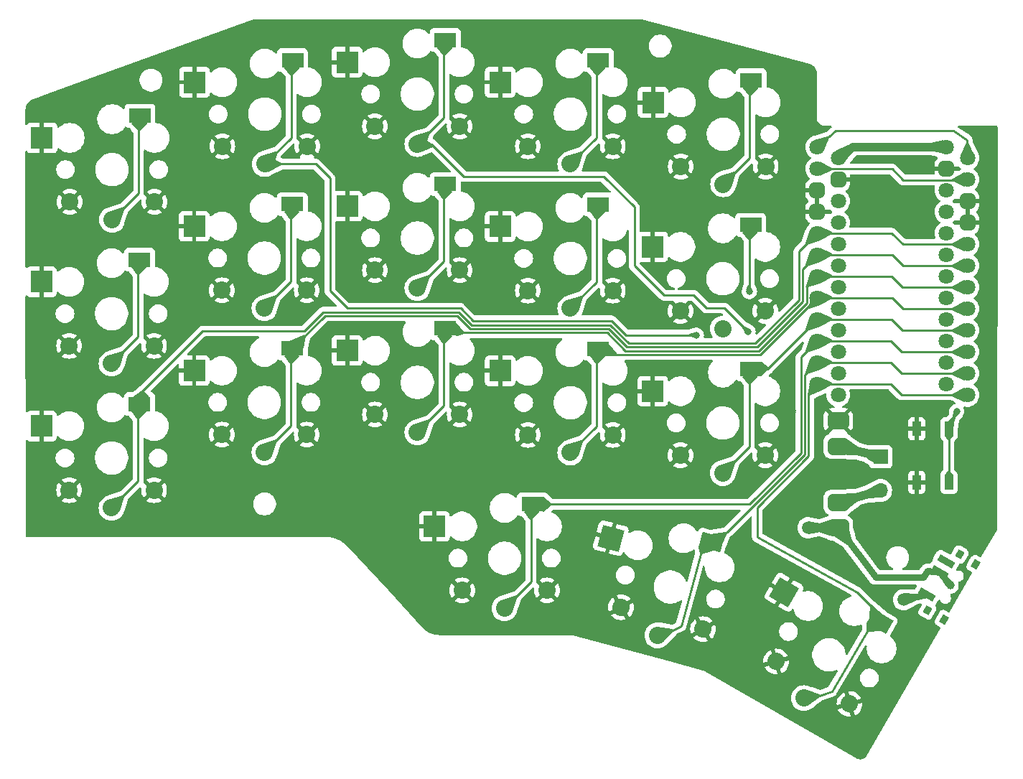
<source format=gbr>
%TF.GenerationSoftware,KiCad,Pcbnew,8.0.6*%
%TF.CreationDate,2024-11-17T23:17:45+07:00*%
%TF.ProjectId,chocowi36,63686f63-6f77-4693-9336-2e6b69636164,rev?*%
%TF.SameCoordinates,Original*%
%TF.FileFunction,Copper,L1,Top*%
%TF.FilePolarity,Positive*%
%FSLAX46Y46*%
G04 Gerber Fmt 4.6, Leading zero omitted, Abs format (unit mm)*
G04 Created by KiCad (PCBNEW 8.0.6) date 2024-11-17 23:17:45*
%MOMM*%
%LPD*%
G01*
G04 APERTURE LIST*
G04 Aperture macros list*
%AMRoundRect*
0 Rectangle with rounded corners*
0 $1 Rounding radius*
0 $2 $3 $4 $5 $6 $7 $8 $9 X,Y pos of 4 corners*
0 Add a 4 corners polygon primitive as box body*
4,1,4,$2,$3,$4,$5,$6,$7,$8,$9,$2,$3,0*
0 Add four circle primitives for the rounded corners*
1,1,$1+$1,$2,$3*
1,1,$1+$1,$4,$5*
1,1,$1+$1,$6,$7*
1,1,$1+$1,$8,$9*
0 Add four rect primitives between the rounded corners*
20,1,$1+$1,$2,$3,$4,$5,0*
20,1,$1+$1,$4,$5,$6,$7,0*
20,1,$1+$1,$6,$7,$8,$9,0*
20,1,$1+$1,$8,$9,$2,$3,0*%
%AMRotRect*
0 Rectangle, with rotation*
0 The origin of the aperture is its center*
0 $1 length*
0 $2 width*
0 $3 Rotation angle, in degrees counterclockwise*
0 Add horizontal line*
21,1,$1,$2,0,0,$3*%
G04 Aperture macros list end*
%TA.AperFunction,SMDPad,CuDef*%
%ADD10R,1.000000X1.700000*%
%TD*%
%TA.AperFunction,SMDPad,CuDef*%
%ADD11O,1.700000X1.700000*%
%TD*%
%TA.AperFunction,SMDPad,CuDef*%
%ADD12R,1.700000X1.700000*%
%TD*%
%TA.AperFunction,SMDPad,CuDef*%
%ADD13RoundRect,0.500000X0.750000X0.500000X-0.750000X0.500000X-0.750000X-0.500000X0.750000X-0.500000X0*%
%TD*%
%TA.AperFunction,SMDPad,CuDef*%
%ADD14RotRect,0.800000X2.000000X240.000000*%
%TD*%
%TA.AperFunction,SMDPad,CuDef*%
%ADD15RotRect,0.900000X0.800000X240.000000*%
%TD*%
%TA.AperFunction,SMDPad,CuDef*%
%ADD16RotRect,1.000000X0.800000X240.000000*%
%TD*%
%TA.AperFunction,ComponentPad*%
%ADD17C,2.032000*%
%TD*%
%TA.AperFunction,SMDPad,CuDef*%
%ADD18R,2.625000X1.800000*%
%TD*%
%TA.AperFunction,SMDPad,CuDef*%
%ADD19R,2.600000X2.600000*%
%TD*%
%TA.AperFunction,SMDPad,CuDef*%
%ADD20RotRect,2.625000X1.800000X345.000000*%
%TD*%
%TA.AperFunction,SMDPad,CuDef*%
%ADD21RotRect,2.600000X2.600000X345.000000*%
%TD*%
%TA.AperFunction,SMDPad,CuDef*%
%ADD22RotRect,2.625000X1.800000X330.000000*%
%TD*%
%TA.AperFunction,SMDPad,CuDef*%
%ADD23RotRect,2.600000X2.600000X330.000000*%
%TD*%
%TA.AperFunction,ComponentPad*%
%ADD24C,1.800000*%
%TD*%
%TA.AperFunction,ComponentPad*%
%ADD25RoundRect,0.450000X-0.450000X-0.450000X0.450000X-0.450000X0.450000X0.450000X-0.450000X0.450000X0*%
%TD*%
%TA.AperFunction,ComponentPad*%
%ADD26RoundRect,0.450000X0.450000X0.450000X-0.450000X0.450000X-0.450000X-0.450000X0.450000X-0.450000X0*%
%TD*%
%TA.AperFunction,ViaPad*%
%ADD27C,1.500000*%
%TD*%
%TA.AperFunction,ViaPad*%
%ADD28C,1.000000*%
%TD*%
%TA.AperFunction,ViaPad*%
%ADD29C,0.800000*%
%TD*%
%TA.AperFunction,Conductor*%
%ADD30C,0.250000*%
%TD*%
%TA.AperFunction,Conductor*%
%ADD31C,1.000000*%
%TD*%
%TA.AperFunction,Conductor*%
%ADD32C,0.750000*%
%TD*%
G04 APERTURE END LIST*
D10*
%TO.P,SW_RST1,1,1*%
%TO.N,gnd*%
X180800000Y-102450000D03*
X180800000Y-96150000D03*
%TO.P,SW_RST1,2,2*%
%TO.N,reset*%
X184600000Y-102450000D03*
X184600000Y-96150000D03*
%TD*%
D11*
%TO.P,BT1,1,+*%
%TO.N,Net-(BT1-+)*%
X176550000Y-103420000D03*
D12*
%TO.P,BT1,2,-*%
%TO.N,Net-(BT1--)*%
X176550000Y-99450000D03*
%TD*%
D13*
%TO.P,T1,1,Bat+*%
%TO.N,Net-(BT1-+)*%
X171550000Y-104810000D03*
%TO.P,T1,2,Bat-*%
%TO.N,Net-(BT1--)*%
X171550000Y-98200000D03*
%TO.P,T1,3,Load+*%
%TO.N,Net-(T1-Load+)*%
X171550000Y-107800000D03*
%TO.P,T1,4,Load-*%
%TO.N,gnd*%
X171550000Y-95200000D03*
%TD*%
D14*
%TO.P,SW_POWER1,1,1*%
%TO.N,unconnected-(SW_POWER1-Pad1)*%
X184267847Y-111758319D03*
%TO.P,SW_POWER1,2,2*%
%TO.N,+BATT*%
X182017847Y-115655433D03*
%TO.P,SW_POWER1,COM,COM*%
%TO.N,Net-(T1-Load+)*%
X183517847Y-113057357D03*
D15*
%TO.P,SW_POWER1,GND*%
%TO.N,N/C*%
X182050721Y-117548493D03*
D16*
X184024279Y-118630191D03*
X187774279Y-112135001D03*
D15*
X185850721Y-110966700D03*
%TD*%
D17*
%TO.P,SW2,1,1*%
%TO.N,Switch2*%
X85910000Y-71480000D03*
D18*
X89197500Y-59230000D03*
D19*
%TO.P,SW2,2,2*%
%TO.N,gnd*%
X77635000Y-61830000D03*
D17*
X80910000Y-69380000D03*
X90910000Y-69380000D03*
%TD*%
%TO.P,SW3,1,1*%
%TO.N,Switch3*%
X103910000Y-64920000D03*
D18*
X107197500Y-52670000D03*
D19*
%TO.P,SW3,2,2*%
%TO.N,gnd*%
X95635000Y-55270000D03*
D17*
X98910000Y-62820000D03*
X108910000Y-62820000D03*
%TD*%
%TO.P,SW4,1,1*%
%TO.N,Switch4*%
X121910000Y-62560000D03*
D18*
X125197500Y-50310000D03*
D19*
%TO.P,SW4,2,2*%
%TO.N,gnd*%
X113635000Y-52910000D03*
D17*
X116910000Y-60460000D03*
X126910000Y-60460000D03*
%TD*%
%TO.P,SW5,1,1*%
%TO.N,Switch5*%
X139954000Y-64920000D03*
D18*
X143241500Y-52670000D03*
D19*
%TO.P,SW5,2,2*%
%TO.N,gnd*%
X131679000Y-55270000D03*
D17*
X134954000Y-62820000D03*
X144954000Y-62820000D03*
%TD*%
%TO.P,SW6,1,1*%
%TO.N,Switch6*%
X157988000Y-67300000D03*
D18*
X161275500Y-55050000D03*
D19*
%TO.P,SW6,2,2*%
%TO.N,gnd*%
X149713000Y-57650000D03*
D17*
X152988000Y-65200000D03*
X162988000Y-65200000D03*
%TD*%
%TO.P,SW8,1,1*%
%TO.N,Switch8*%
X85852000Y-88450000D03*
D18*
X89139500Y-76200000D03*
D19*
%TO.P,SW8,2,2*%
%TO.N,gnd*%
X77577000Y-78800000D03*
D17*
X80852000Y-86350000D03*
X90852000Y-86350000D03*
%TD*%
%TO.P,SW9,1,1*%
%TO.N,Switch9*%
X103870000Y-81910000D03*
D18*
X107157500Y-69660000D03*
D19*
%TO.P,SW9,2,2*%
%TO.N,gnd*%
X95595000Y-72260000D03*
D17*
X98870000Y-79810000D03*
X108870000Y-79810000D03*
%TD*%
%TO.P,SW10,1,1*%
%TO.N,Switch10*%
X121910000Y-79540000D03*
D18*
X125197500Y-67290000D03*
D19*
%TO.P,SW10,2,2*%
%TO.N,gnd*%
X113635000Y-69890000D03*
D17*
X116910000Y-77440000D03*
X126910000Y-77440000D03*
%TD*%
%TO.P,SW11,1,1*%
%TO.N,Switch11*%
X139954000Y-81932000D03*
D18*
X143241500Y-69682000D03*
D19*
%TO.P,SW11,2,2*%
%TO.N,gnd*%
X131679000Y-72282000D03*
D17*
X134954000Y-79832000D03*
X144954000Y-79832000D03*
%TD*%
%TO.P,SW12,1,1*%
%TO.N,Switch12*%
X157940000Y-84340000D03*
D18*
X161227500Y-72090000D03*
D19*
%TO.P,SW12,2,2*%
%TO.N,gnd*%
X149665000Y-74690000D03*
D17*
X152940000Y-82240000D03*
X162940000Y-82240000D03*
%TD*%
%TO.P,SW14,1,1*%
%TO.N,Switch14*%
X85852000Y-105468000D03*
D18*
X89139500Y-93218000D03*
D19*
%TO.P,SW14,2,2*%
%TO.N,gnd*%
X77577000Y-95818000D03*
D17*
X80852000Y-103368000D03*
X90852000Y-103368000D03*
%TD*%
%TO.P,SW15,1,1*%
%TO.N,Switch15*%
X103870000Y-98928000D03*
D18*
X107157500Y-86678000D03*
D19*
%TO.P,SW15,2,2*%
%TO.N,gnd*%
X95595000Y-89278000D03*
D17*
X98870000Y-96828000D03*
X108870000Y-96828000D03*
%TD*%
%TO.P,SW16,1,1*%
%TO.N,Switch16*%
X121910000Y-96558000D03*
D18*
X125197500Y-84308000D03*
D19*
%TO.P,SW16,2,2*%
%TO.N,gnd*%
X113635000Y-86908000D03*
D17*
X116910000Y-94458000D03*
X126910000Y-94458000D03*
%TD*%
%TO.P,SW17,1,1*%
%TO.N,Switch17*%
X139954000Y-98950000D03*
D18*
X143241500Y-86700000D03*
D19*
%TO.P,SW17,2,2*%
%TO.N,gnd*%
X131679000Y-89300000D03*
D17*
X134954000Y-96850000D03*
X144954000Y-96850000D03*
%TD*%
%TO.P,SW18,1,1*%
%TO.N,Switch18*%
X157940000Y-101358000D03*
D18*
X161227500Y-89107999D03*
D19*
%TO.P,SW18,2,2*%
%TO.N,gnd*%
X149665000Y-91708000D03*
D17*
X152940000Y-99258000D03*
X162940000Y-99258000D03*
%TD*%
%TO.P,SW20,1,1*%
%TO.N,Switch20*%
X150226868Y-120499962D03*
D20*
X156572882Y-109518239D03*
D21*
%TO.P,SW20,2,2*%
%TO.N,gnd*%
X144731435Y-109037051D03*
D17*
X145940758Y-117177423D03*
X155600017Y-119765613D03*
%TD*%
%TO.P,SW21,1,1*%
%TO.N,Switch21*%
X167500000Y-127900049D03*
D22*
X176472059Y-118934989D03*
D23*
%TO.P,SW21,2,2*%
%TO.N,gnd*%
X165158640Y-115405405D03*
D17*
X164219873Y-123581398D03*
X172880127Y-128581397D03*
%TD*%
D24*
%TO.P,U2,24,BAT+*%
%TO.N,+BATT*%
X171570000Y-64180000D03*
D25*
%TO.P,U2,23,GND*%
%TO.N,gnd*%
X171550000Y-66750000D03*
D24*
%TO.P,U2,22,RST*%
%TO.N,reset*%
X171550000Y-69290000D03*
%TO.P,U2,21,3V3*%
%TO.N,unconnected-(U2-3V3-Pad21)*%
X171550000Y-71830000D03*
%TO.P,U2,20,P0.31-LF*%
%TO.N,Switch2*%
X171550000Y-74370000D03*
%TO.P,U2,19,P0.29-LF*%
%TO.N,Switch12*%
X171550000Y-76910000D03*
%TO.P,U2,18,P0.02-LF*%
%TO.N,Switch4*%
X171550000Y-79450000D03*
%TO.P,U2,17,P1.15-LF*%
%TO.N,Switch3*%
X171550000Y-81990000D03*
%TO.P,U2,16,P1.13-LF*%
%TO.N,Switch11*%
X171550000Y-84530000D03*
%TO.P,U2,15,P1.11-LF*%
%TO.N,Switch10*%
X171550000Y-87070000D03*
%TO.P,U2,14,P0.10-LF*%
%TO.N,Switch9*%
X171550000Y-89610000D03*
%TO.P,U2,13,P0.09-LF*%
%TO.N,Switch8*%
X171550000Y-92150000D03*
%TO.P,U2,12,P1.06-LF*%
%TO.N,Switch21*%
X186790000Y-92150000D03*
%TO.P,U2,11,P1.04-LF*%
%TO.N,Switch20*%
X186790000Y-89610000D03*
%TO.P,U2,10,P0.11*%
%TO.N,Switch19*%
X186790000Y-87070000D03*
%TO.P,U2,9,P1.00*%
%TO.N,Switch18*%
X186790000Y-84530000D03*
%TO.P,U2,8,P0.24*%
%TO.N,Switch17*%
X186790000Y-81990000D03*
%TO.P,U2,7,P0.22*%
%TO.N,Switch16*%
X186790000Y-79450000D03*
%TO.P,U2,6,P0.20*%
%TO.N,Switch15*%
X186790000Y-76910000D03*
%TO.P,U2,5,P0.17*%
%TO.N,Switch14*%
X186790000Y-74370000D03*
D25*
%TO.P,U2,4,GND*%
%TO.N,gnd*%
X186790000Y-71830000D03*
%TO.P,U2,3,GND*%
X186790000Y-69290000D03*
D24*
%TO.P,U2,2,P0.08*%
%TO.N,Switch5*%
X186790000Y-66750000D03*
%TO.P,U2,1,P0.06*%
%TO.N,Switch6*%
X186790000Y-64210000D03*
%TD*%
D17*
%TO.P,SW19,1,1*%
%TO.N,Switch19*%
X132200000Y-117300000D03*
D18*
X135487500Y-105049999D03*
D19*
%TO.P,SW19,2,2*%
%TO.N,gnd*%
X123925000Y-107650000D03*
D17*
X127200000Y-115200000D03*
X137200000Y-115200000D03*
%TD*%
D24*
%TO.P,U1,1,P0.06*%
%TO.N,Switch6*%
X169060000Y-62920000D03*
%TO.P,U1,2,P0.08*%
%TO.N,Switch5*%
X169060000Y-65460000D03*
D26*
%TO.P,U1,3,GND*%
%TO.N,gnd*%
X169060000Y-68000000D03*
%TO.P,U1,4,GND*%
X169060000Y-70540000D03*
D24*
%TO.P,U1,5,P0.17*%
%TO.N,Switch14*%
X169060000Y-73080000D03*
%TO.P,U1,6,P0.20*%
%TO.N,Switch15*%
X169060000Y-75620000D03*
%TO.P,U1,7,P0.22*%
%TO.N,Switch16*%
X169060000Y-78160000D03*
%TO.P,U1,8,P0.24*%
%TO.N,Switch17*%
X169060000Y-80700000D03*
%TO.P,U1,9,P1.00*%
%TO.N,Switch18*%
X169060000Y-83240000D03*
%TO.P,U1,10,P0.11*%
%TO.N,Switch19*%
X169060000Y-85780000D03*
%TO.P,U1,11,P1.04-LF*%
%TO.N,Switch20*%
X169060000Y-88320000D03*
%TO.P,U1,12,P1.06-LF*%
%TO.N,Switch21*%
X169060000Y-90860000D03*
%TO.P,U1,13,P0.09-LF*%
%TO.N,Switch8*%
X184300000Y-90860000D03*
%TO.P,U1,14,P0.10-LF*%
%TO.N,Switch9*%
X184300000Y-88320000D03*
%TO.P,U1,15,P1.11-LF*%
%TO.N,Switch10*%
X184300000Y-85780000D03*
%TO.P,U1,16,P1.13-LF*%
%TO.N,Switch11*%
X184300000Y-83240000D03*
%TO.P,U1,17,P1.15-LF*%
%TO.N,Switch3*%
X184300000Y-80700000D03*
%TO.P,U1,18,P0.02-LF*%
%TO.N,Switch4*%
X184300000Y-78160000D03*
%TO.P,U1,19,P0.29-LF*%
%TO.N,Switch12*%
X184300000Y-75620000D03*
%TO.P,U1,20,P0.31-LF*%
%TO.N,Switch2*%
X184300000Y-73080000D03*
%TO.P,U1,21,3V3*%
%TO.N,unconnected-(U1-3V3-Pad21)*%
X184300000Y-70540000D03*
%TO.P,U1,22,RST*%
%TO.N,reset*%
X184300000Y-68000000D03*
D26*
%TO.P,U1,23,GND*%
%TO.N,gnd*%
X184300000Y-65460000D03*
D24*
%TO.P,U1,24,BAT+*%
%TO.N,+BATT*%
X184280000Y-62890000D03*
%TD*%
D27*
%TO.N,Net-(T1-Load+)*%
X168000000Y-107800000D03*
%TO.N,+BATT*%
X179250000Y-116300000D03*
D28*
%TO.N,Net-(T1-Load+)*%
X184750000Y-114600000D03*
D29*
%TO.N,Switch12*%
X161065000Y-79950000D03*
%TO.N,Switch4*%
X160900000Y-84700000D03*
%TO.N,Switch3*%
X154800000Y-85100000D03*
%TO.N,reset*%
X185525000Y-94100000D03*
%TO.N,gnd*%
X166200000Y-94000000D03*
%TD*%
D30*
%TO.N,Switch5*%
X186820000Y-66790000D02*
X179200000Y-66790000D01*
X179200000Y-66790000D02*
X177910000Y-65500000D01*
X177910000Y-65500000D02*
X169090000Y-65500000D01*
D31*
%TO.N,Net-(T1-Load+)*%
X168000000Y-107800000D02*
X171550000Y-107800000D01*
D30*
%TO.N,Switch6*%
X185150000Y-61000000D02*
X171250000Y-61000000D01*
X186790000Y-64210000D02*
X186750000Y-62050000D01*
X186750000Y-62050000D02*
X185150000Y-61000000D01*
X171250000Y-61000000D02*
X169060000Y-62920000D01*
%TO.N,reset*%
X185525000Y-94100000D02*
X184600000Y-96150000D01*
D31*
%TO.N,+BATT*%
X171570000Y-64180000D02*
X173250000Y-62900000D01*
X173250000Y-62900000D02*
X184280000Y-62890000D01*
%TO.N,Net-(BT1-+)*%
X176550000Y-103420000D02*
X171550000Y-104810000D01*
%TO.N,Net-(BT1--)*%
X176550000Y-99450000D02*
X171550000Y-98200000D01*
D32*
%TO.N,+BATT*%
X179250000Y-116300000D02*
X182017847Y-115655433D01*
%TO.N,Net-(T1-Load+)*%
X183517847Y-113057357D02*
X182100000Y-112900000D01*
X182100000Y-112900000D02*
X181550000Y-113650000D01*
X181550000Y-113650000D02*
X175950000Y-113650000D01*
X175950000Y-113650000D02*
X171550000Y-107800000D01*
X183517847Y-113057357D02*
X184750000Y-114600000D01*
D30*
%TO.N,gnd*%
X166200000Y-94000000D02*
X166200000Y-95998000D01*
X186790000Y-69410000D02*
X186785000Y-69405000D01*
X186790000Y-69410000D02*
X186790000Y-69290000D01*
X166200000Y-95998000D02*
X162940000Y-99258000D01*
%TO.N,Switch18*%
X161065000Y-98233000D02*
X161065000Y-89270500D01*
X163192000Y-89108000D02*
X169060000Y-83240000D01*
X179130000Y-84530000D02*
X177840000Y-83240000D01*
X186790000Y-84530000D02*
X179130000Y-84530000D01*
X161065000Y-89270500D02*
X161228000Y-89108000D01*
X177840000Y-83240000D02*
X169060000Y-83240000D01*
X161228000Y-89108000D02*
X163192000Y-89108000D01*
X157940000Y-101358000D02*
X161065000Y-98233000D01*
%TO.N,reset*%
X184600000Y-99300000D02*
X184600000Y-102450000D01*
X184600000Y-96150000D02*
X184600000Y-99300000D01*
%TO.N,Switch2*%
X89035000Y-68355000D02*
X85910000Y-71480000D01*
X89197500Y-59230000D02*
X89035000Y-59392500D01*
X89035000Y-59392500D02*
X89035000Y-68355000D01*
%TO.N,Switch3*%
X144809000Y-83400000D02*
X128473000Y-83400000D01*
X107035000Y-61795000D02*
X103910000Y-64920000D01*
X111600000Y-66600000D02*
X109920000Y-64920000D01*
X146509000Y-85100000D02*
X144809000Y-83400000D01*
X107035000Y-52832500D02*
X107035000Y-61795000D01*
X109920000Y-64920000D02*
X103910000Y-64920000D01*
X127006000Y-81933000D02*
X113633000Y-81933000D01*
X111600000Y-79900000D02*
X111600000Y-66600000D01*
X107198000Y-52670000D02*
X107035000Y-52832500D01*
X154800000Y-85100000D02*
X146509000Y-85100000D01*
X113633000Y-81933000D02*
X111600000Y-79900000D01*
X128473000Y-83400000D02*
X127006000Y-81933000D01*
%TO.N,Switch4*%
X121910000Y-62560000D02*
X123560000Y-62560000D01*
X127400000Y-66400000D02*
X143900000Y-66400000D01*
X125035000Y-50472500D02*
X125035000Y-59435000D01*
X158100000Y-81900000D02*
X160900000Y-84700000D01*
X143900000Y-66400000D02*
X147500000Y-70000000D01*
X125198000Y-50310000D02*
X125035000Y-50472500D01*
X154487000Y-80387500D02*
X156000000Y-81900000D01*
X156000000Y-81900000D02*
X158100000Y-81900000D01*
X150987000Y-80387500D02*
X154487000Y-80387500D01*
X147500000Y-70000000D02*
X147500000Y-76900000D01*
X123560000Y-62560000D02*
X127400000Y-66400000D01*
X125035000Y-59435000D02*
X121910000Y-62560000D01*
X147500000Y-76900000D02*
X150987000Y-80387500D01*
%TO.N,Switch5*%
X143242000Y-52670000D02*
X143079000Y-52832500D01*
X143079000Y-61795000D02*
X139954000Y-64920000D01*
X143079000Y-52832500D02*
X143079000Y-61795000D01*
%TO.N,Switch6*%
X161276000Y-55050000D02*
X161113000Y-55212500D01*
X161113000Y-55212500D02*
X161113000Y-64175000D01*
X161113000Y-64175000D02*
X157988000Y-67300000D01*
%TO.N,Switch8*%
X88977000Y-76362500D02*
X88977000Y-85325000D01*
X88977000Y-85325000D02*
X85852000Y-88450000D01*
X89139500Y-76200000D02*
X88977000Y-76362500D01*
%TO.N,Switch9*%
X106995000Y-69822500D02*
X106995000Y-78785000D01*
X106995000Y-78785000D02*
X103870000Y-81910000D01*
X107158000Y-69660000D02*
X106995000Y-69822500D01*
%TO.N,Switch10*%
X125198000Y-67290000D02*
X125035000Y-67452500D01*
X125035000Y-76415000D02*
X121910000Y-79540000D01*
X125035000Y-67452500D02*
X125035000Y-76415000D01*
%TO.N,Switch11*%
X143079000Y-69844500D02*
X143079000Y-78807000D01*
X143242000Y-69682000D02*
X143079000Y-69844500D01*
X143079000Y-78807000D02*
X139954000Y-81932000D01*
%TO.N,Switch12*%
X161065000Y-79950000D02*
X161065000Y-72252500D01*
X161065000Y-72252500D02*
X161228000Y-72090000D01*
%TO.N,Switch14*%
X166900000Y-80950800D02*
X166900000Y-75240000D01*
X128336000Y-83900000D02*
X144673000Y-83900000D01*
X89139500Y-93218000D02*
X89139500Y-92068000D01*
X126819000Y-82383000D02*
X128336000Y-83900000D01*
X179170000Y-74370000D02*
X177880000Y-73080000D01*
X89139500Y-92068000D02*
X96607500Y-84600000D01*
X144673000Y-83900000D02*
X146823000Y-86050000D01*
X166900000Y-75240000D02*
X169060000Y-73080000D01*
X108599000Y-84600000D02*
X110816000Y-82383000D01*
X88977000Y-102343000D02*
X85852000Y-105468000D01*
X88977000Y-93380500D02*
X88977000Y-102343000D01*
X186790000Y-74370000D02*
X179170000Y-74370000D01*
X161801000Y-86050000D02*
X166900000Y-80950800D01*
X96607500Y-84600000D02*
X108599000Y-84600000D01*
X177880000Y-73080000D02*
X169060000Y-73080000D01*
X146823000Y-86050000D02*
X161801000Y-86050000D01*
X89139500Y-93218000D02*
X88977000Y-93380500D01*
X110816000Y-82383000D02*
X126819000Y-82383000D01*
%TO.N,Switch15*%
X186790000Y-76910000D02*
X179210000Y-76910000D01*
X179210000Y-76910000D02*
X177920000Y-75620000D01*
X167385000Y-81102200D02*
X161987000Y-86500000D01*
X167385000Y-77295000D02*
X167385000Y-81102200D01*
X128150000Y-84350000D02*
X126633000Y-82833000D01*
X111002000Y-82833000D02*
X107158000Y-86678000D01*
X106995000Y-86840500D02*
X106995000Y-95803000D01*
X177920000Y-75620000D02*
X169060000Y-75620000D01*
X126633000Y-82833000D02*
X111002000Y-82833000D01*
X146636000Y-86500000D02*
X144486000Y-84350000D01*
X169060000Y-75620000D02*
X167385000Y-77295000D01*
X144486000Y-84350000D02*
X128150000Y-84350000D01*
X106995000Y-95803000D02*
X103870000Y-98928000D01*
X161987000Y-86500000D02*
X146636000Y-86500000D01*
X107158000Y-86678000D02*
X106995000Y-86840500D01*
%TO.N,Switch16*%
X146450000Y-86950000D02*
X162174000Y-86950000D01*
X177860000Y-78160000D02*
X169060000Y-78160000D01*
X121910000Y-96558000D02*
X125035000Y-93433000D01*
X144300000Y-84800000D02*
X146450000Y-86950000D01*
X125035000Y-84470500D02*
X125198000Y-84308000D01*
X167835000Y-81288600D02*
X167835000Y-79385000D01*
X167835000Y-79385000D02*
X169060000Y-78160000D01*
X125198000Y-84308000D02*
X125690000Y-84800000D01*
X186790000Y-79450000D02*
X179150000Y-79450000D01*
X125690000Y-84800000D02*
X144300000Y-84800000D01*
X125035000Y-93433000D02*
X125035000Y-84470500D01*
X179150000Y-79450000D02*
X177860000Y-78160000D01*
X162174000Y-86950000D02*
X167835000Y-81288600D01*
%TO.N,Switch17*%
X143242000Y-86700000D02*
X143942000Y-87400000D01*
X179190000Y-81990000D02*
X177900000Y-80700000D01*
X143079000Y-86862500D02*
X143242000Y-86700000D01*
X186790000Y-81990000D02*
X179190000Y-81990000D01*
X139954000Y-98950000D02*
X143079000Y-95825000D01*
X143942000Y-87400000D02*
X162360000Y-87400000D01*
X162360000Y-87400000D02*
X169060000Y-80700000D01*
X143079000Y-95825000D02*
X143079000Y-86862500D01*
X177900000Y-80700000D02*
X169060000Y-80700000D01*
%TO.N,Switch19*%
X135488000Y-105050000D02*
X161098000Y-105050000D01*
X136288000Y-104940000D02*
X136125000Y-105102000D01*
X135325000Y-105212000D02*
X135325000Y-114175000D01*
X161098000Y-105050000D02*
X167150000Y-98997900D01*
X179070000Y-87070000D02*
X177780000Y-85780000D01*
X167150000Y-98997900D02*
X167150000Y-87690000D01*
X186790000Y-87070000D02*
X179070000Y-87070000D01*
X135325000Y-114175000D02*
X132200000Y-117300000D01*
X177780000Y-85780000D02*
X169060000Y-85780000D01*
X167150000Y-87690000D02*
X169060000Y-85780000D01*
%TO.N,Switch20*%
X167600000Y-99184300D02*
X167600000Y-89780000D01*
X158471000Y-108313000D02*
X167600000Y-99184300D01*
X155400000Y-110600000D02*
X153000000Y-119400000D01*
X167600000Y-89780000D02*
X169060000Y-88320000D01*
X153000000Y-119400000D02*
X150460000Y-120660000D01*
X179060000Y-89610000D02*
X177770000Y-88320000D01*
X177770000Y-88320000D02*
X169060000Y-88320000D01*
X186790000Y-89610000D02*
X179060000Y-89610000D01*
X156806000Y-109678000D02*
X155400000Y-110600000D01*
X156573000Y-109518000D02*
X158471000Y-108313000D01*
%TO.N,Switch21*%
X179050000Y-92150000D02*
X177760000Y-90860000D01*
X168050000Y-91870000D02*
X169060000Y-90860000D01*
X186790000Y-92150000D02*
X179050000Y-92150000D01*
X173776000Y-115400000D02*
X162000000Y-108900000D01*
X162000000Y-105421000D02*
X168050000Y-99370700D01*
X168050000Y-99370700D02*
X168050000Y-91870000D01*
X170800000Y-127100000D02*
X167820000Y-128120000D01*
X177760000Y-90860000D02*
X169060000Y-90860000D01*
X175992000Y-117616000D02*
X173776000Y-115400000D01*
X175200000Y-119600000D02*
X170800000Y-127100000D01*
X162000000Y-108900000D02*
X162000000Y-105421000D01*
X176792000Y-119155000D02*
X175200000Y-119600000D01*
X175992000Y-118655000D02*
X175992000Y-117616000D01*
%TD*%
%TA.AperFunction,Conductor*%
%TO.N,gnd*%
G36*
X148350425Y-47844692D02*
G01*
X168173424Y-53111578D01*
X168183771Y-53114818D01*
X168343252Y-53172544D01*
X168361621Y-53180942D01*
X168505596Y-53261555D01*
X168522360Y-53272829D01*
X168651328Y-53375753D01*
X168666042Y-53389601D01*
X168776577Y-53512099D01*
X168788846Y-53528154D01*
X168878022Y-53666983D01*
X168887520Y-53684814D01*
X168952967Y-53836291D01*
X168959441Y-53855425D01*
X168999413Y-54015507D01*
X169002695Y-54035443D01*
X169016536Y-54204744D01*
X169016947Y-54215243D01*
X169000497Y-59382807D01*
X169000470Y-59385035D01*
X168998750Y-59466294D01*
X168998750Y-59466295D01*
X169024458Y-59633864D01*
X169024924Y-59636899D01*
X169030334Y-59652984D01*
X169058764Y-59737514D01*
X169079947Y-59800494D01*
X169162191Y-59952241D01*
X169269224Y-60087648D01*
X169269226Y-60087650D01*
X169269228Y-60087652D01*
X169397871Y-60202704D01*
X169397879Y-60202711D01*
X169544340Y-60294018D01*
X169544346Y-60294020D01*
X169544347Y-60294021D01*
X169704298Y-60358882D01*
X169872997Y-60395371D01*
X169890200Y-60396053D01*
X169905655Y-60398401D01*
X169905689Y-60398147D01*
X169913748Y-60399208D01*
X169913751Y-60399208D01*
X169966890Y-60399208D01*
X169971946Y-60399311D01*
X169973184Y-60399361D01*
X170025067Y-60401479D01*
X170025071Y-60401477D01*
X170025072Y-60401478D01*
X170033165Y-60400748D01*
X170033183Y-60400955D01*
X170048934Y-60399208D01*
X170656914Y-60399208D01*
X170723953Y-60418893D01*
X170769708Y-60471697D01*
X170779652Y-60540855D01*
X170750627Y-60604411D01*
X170738661Y-60616445D01*
X170663334Y-60682486D01*
X170110235Y-61167394D01*
X170061402Y-61193707D01*
X168782584Y-61545757D01*
X168770083Y-61548513D01*
X168715018Y-61557702D01*
X168620782Y-61590052D01*
X168613439Y-61592321D01*
X168594143Y-61597633D01*
X168564240Y-61606871D01*
X168562876Y-61607339D01*
X168562871Y-61607342D01*
X168540872Y-61617024D01*
X168531191Y-61620809D01*
X168495496Y-61633064D01*
X168495494Y-61633065D01*
X168291376Y-61743528D01*
X168291365Y-61743535D01*
X168108222Y-61886081D01*
X168108219Y-61886084D01*
X168108216Y-61886086D01*
X168108216Y-61886087D01*
X168088475Y-61907532D01*
X167951016Y-62056852D01*
X167824075Y-62251151D01*
X167730842Y-62463699D01*
X167673866Y-62688691D01*
X167673864Y-62688702D01*
X167654700Y-62919993D01*
X167654700Y-62920006D01*
X167673864Y-63151297D01*
X167673866Y-63151308D01*
X167730842Y-63376300D01*
X167824075Y-63588848D01*
X167951016Y-63783147D01*
X167951019Y-63783151D01*
X167951021Y-63783153D01*
X168108216Y-63953913D01*
X168108219Y-63953915D01*
X168108222Y-63953918D01*
X168285818Y-64092147D01*
X168326631Y-64148857D01*
X168330306Y-64218630D01*
X168295674Y-64279313D01*
X168285818Y-64287853D01*
X168108222Y-64426081D01*
X168108219Y-64426084D01*
X168108216Y-64426086D01*
X168108216Y-64426087D01*
X168066608Y-64471286D01*
X167951016Y-64596852D01*
X167824075Y-64791151D01*
X167730842Y-65003699D01*
X167673866Y-65228691D01*
X167673864Y-65228702D01*
X167654700Y-65459993D01*
X167654700Y-65460006D01*
X167673864Y-65691297D01*
X167673866Y-65691308D01*
X167730842Y-65916300D01*
X167824075Y-66128848D01*
X167951016Y-66323147D01*
X167951019Y-66323151D01*
X167951021Y-66323153D01*
X168108216Y-66493913D01*
X168140051Y-66518691D01*
X168145450Y-66522893D01*
X168186263Y-66579604D01*
X168189938Y-66649377D01*
X168155306Y-66710060D01*
X168126701Y-66730655D01*
X168084525Y-66752686D01*
X167934784Y-66874784D01*
X167812686Y-67024525D01*
X167723228Y-67195784D01*
X167670079Y-67381538D01*
X167670078Y-67381541D01*
X167660000Y-67494902D01*
X167660000Y-67750000D01*
X168626988Y-67750000D01*
X168594075Y-67807007D01*
X168560000Y-67934174D01*
X168560000Y-68065826D01*
X168594075Y-68192993D01*
X168626988Y-68250000D01*
X167660001Y-68250000D01*
X167660001Y-68505098D01*
X167670078Y-68618460D01*
X167723228Y-68804215D01*
X167812686Y-68975474D01*
X167934784Y-69125215D01*
X167994488Y-69173898D01*
X168034005Y-69231519D01*
X168036097Y-69301358D01*
X168000099Y-69361240D01*
X167994488Y-69366102D01*
X167934784Y-69414784D01*
X167812686Y-69564525D01*
X167723228Y-69735784D01*
X167670079Y-69921538D01*
X167670078Y-69921541D01*
X167660000Y-70034902D01*
X167660000Y-70290000D01*
X168626988Y-70290000D01*
X168594075Y-70347007D01*
X168560000Y-70474174D01*
X168560000Y-70605826D01*
X168594075Y-70732993D01*
X168626988Y-70790000D01*
X167660001Y-70790000D01*
X167660001Y-71045098D01*
X167670078Y-71158460D01*
X167723228Y-71344215D01*
X167812686Y-71515474D01*
X167934784Y-71665215D01*
X168084523Y-71787311D01*
X168126700Y-71809343D01*
X168177007Y-71857830D01*
X168193114Y-71925818D01*
X168169907Y-71991721D01*
X168145452Y-72017104D01*
X168108219Y-72046084D01*
X168108216Y-72046086D01*
X168108216Y-72046087D01*
X168098899Y-72056208D01*
X167951016Y-72216852D01*
X167824077Y-72411147D01*
X167764469Y-72547035D01*
X167761114Y-72554073D01*
X167746806Y-72581807D01*
X167746800Y-72581820D01*
X167739353Y-72603315D01*
X167735745Y-72612523D01*
X167730843Y-72623697D01*
X167730840Y-72623707D01*
X167728211Y-72634089D01*
X167725174Y-72644238D01*
X167264795Y-73973013D01*
X167235309Y-74020099D01*
X166860757Y-74394652D01*
X166501270Y-74754139D01*
X166501267Y-74754142D01*
X166457704Y-74797704D01*
X166414142Y-74841266D01*
X166393369Y-74872356D01*
X166393368Y-74872357D01*
X166345690Y-74943709D01*
X166345690Y-74943710D01*
X166345688Y-74943712D01*
X166345688Y-74943714D01*
X166324238Y-74995499D01*
X166298538Y-75057543D01*
X166298535Y-75057555D01*
X166286583Y-75117639D01*
X166286583Y-75117645D01*
X166281861Y-75141389D01*
X166278206Y-75159764D01*
X166274500Y-75178393D01*
X166274500Y-80640354D01*
X166254815Y-80707393D01*
X166238183Y-80728034D01*
X164670262Y-82296015D01*
X164608939Y-82329501D01*
X164539248Y-82324518D01*
X164483313Y-82282647D01*
X164458961Y-82218063D01*
X164441966Y-82002117D01*
X164386257Y-81770074D01*
X164294943Y-81549621D01*
X164176769Y-81356781D01*
X163529560Y-82003991D01*
X163502729Y-81939215D01*
X163433236Y-81835211D01*
X163344789Y-81746764D01*
X163240785Y-81677271D01*
X163176008Y-81650439D01*
X163823217Y-81003229D01*
X163630378Y-80885056D01*
X163409924Y-80793742D01*
X163409927Y-80793742D01*
X163177883Y-80738033D01*
X162940000Y-80719312D01*
X162702116Y-80738033D01*
X162470074Y-80793742D01*
X162249621Y-80885056D01*
X162056781Y-81003229D01*
X162703991Y-81650439D01*
X162639215Y-81677271D01*
X162535211Y-81746764D01*
X162446764Y-81835211D01*
X162377271Y-81939215D01*
X162350439Y-82003991D01*
X161703229Y-81356781D01*
X161585056Y-81549621D01*
X161493742Y-81770074D01*
X161438033Y-82002116D01*
X161419312Y-82240000D01*
X161438033Y-82477883D01*
X161493742Y-82709925D01*
X161585056Y-82930378D01*
X161703229Y-83123217D01*
X162350439Y-82476007D01*
X162377271Y-82540785D01*
X162446764Y-82644789D01*
X162535211Y-82733236D01*
X162639215Y-82802729D01*
X162703991Y-82829560D01*
X162056781Y-83476769D01*
X162249621Y-83594943D01*
X162470075Y-83686257D01*
X162470072Y-83686257D01*
X162702117Y-83741966D01*
X162918125Y-83758966D01*
X162983414Y-83783850D01*
X163024885Y-83840081D01*
X163029372Y-83909806D01*
X162996080Y-83970264D01*
X161998931Y-84967452D01*
X161937608Y-85000938D01*
X161867917Y-84995955D01*
X161811982Y-84954084D01*
X161787564Y-84888620D01*
X161787926Y-84866821D01*
X161805460Y-84700000D01*
X161785674Y-84511744D01*
X161727179Y-84331716D01*
X161632533Y-84167784D01*
X161505871Y-84027112D01*
X161505870Y-84027111D01*
X161352734Y-83915851D01*
X161352729Y-83915848D01*
X161287243Y-83886692D01*
X161271106Y-83878026D01*
X161250719Y-83865051D01*
X161250718Y-83865050D01*
X160722598Y-83626680D01*
X160685930Y-83601340D01*
X158590198Y-81505608D01*
X158590178Y-81505586D01*
X158498735Y-81414143D01*
X158480888Y-81402218D01*
X158445672Y-81378688D01*
X158445673Y-81378688D01*
X158445671Y-81378686D01*
X158396290Y-81345690D01*
X158396281Y-81345685D01*
X158304091Y-81307500D01*
X158282455Y-81298538D01*
X158282453Y-81298537D01*
X158282452Y-81298537D01*
X158222029Y-81286518D01*
X158161610Y-81274500D01*
X158161607Y-81274500D01*
X158161606Y-81274500D01*
X156310381Y-81274500D01*
X156243342Y-81254815D01*
X156222714Y-81238196D01*
X154931025Y-79946934D01*
X154931026Y-79946932D01*
X154931009Y-79946918D01*
X154885736Y-79901644D01*
X154885659Y-79901581D01*
X154875121Y-79894542D01*
X154834275Y-79867259D01*
X154834263Y-79867244D01*
X154834260Y-79867249D01*
X154783286Y-79833189D01*
X154783285Y-79833188D01*
X154783277Y-79833183D01*
X154783199Y-79833141D01*
X154725124Y-79809097D01*
X154725105Y-79809089D01*
X154669450Y-79786036D01*
X154669398Y-79786020D01*
X154669358Y-79786008D01*
X154610052Y-79774221D01*
X154610036Y-79774213D01*
X154610036Y-79774218D01*
X154548606Y-79762000D01*
X154548605Y-79762000D01*
X154548502Y-79761989D01*
X154486896Y-79762000D01*
X152709438Y-79762000D01*
X152642399Y-79742315D01*
X152596644Y-79689511D01*
X152586700Y-79620353D01*
X152615725Y-79556797D01*
X152674503Y-79519023D01*
X152690040Y-79515527D01*
X152697913Y-79514280D01*
X152862788Y-79460709D01*
X152862791Y-79460708D01*
X152883795Y-79450006D01*
X153017260Y-79382002D01*
X153157514Y-79280101D01*
X153280101Y-79157514D01*
X153382002Y-79017260D01*
X153460708Y-78862791D01*
X153514280Y-78697912D01*
X153534028Y-78573229D01*
X153541400Y-78526687D01*
X153541400Y-78353312D01*
X153534729Y-78311199D01*
X155975000Y-78311199D01*
X155975000Y-78568800D01*
X155995354Y-78723394D01*
X156008622Y-78824175D01*
X156021340Y-78871638D01*
X156075289Y-79072982D01*
X156173859Y-79310952D01*
X156173867Y-79310969D01*
X156302652Y-79534030D01*
X156302663Y-79534046D01*
X156459463Y-79738392D01*
X156459469Y-79738399D01*
X156641600Y-79920530D01*
X156641607Y-79920536D01*
X156750780Y-80004307D01*
X156845962Y-80077343D01*
X156845969Y-80077347D01*
X157069030Y-80206132D01*
X157069035Y-80206134D01*
X157069038Y-80206136D01*
X157069042Y-80206137D01*
X157069047Y-80206140D01*
X157128094Y-80230598D01*
X157307016Y-80304710D01*
X157555825Y-80371378D01*
X157811207Y-80405000D01*
X157811214Y-80405000D01*
X158068786Y-80405000D01*
X158068793Y-80405000D01*
X158324175Y-80371378D01*
X158572984Y-80304710D01*
X158810962Y-80206136D01*
X159034038Y-80077343D01*
X159238394Y-79920535D01*
X159420535Y-79738394D01*
X159577343Y-79534038D01*
X159706136Y-79310962D01*
X159804710Y-79072984D01*
X159871378Y-78824175D01*
X159905000Y-78568793D01*
X159905000Y-78311207D01*
X159871378Y-78055825D01*
X159804710Y-77807016D01*
X159722270Y-77607989D01*
X159706140Y-77569047D01*
X159706132Y-77569030D01*
X159577347Y-77345969D01*
X159577343Y-77345962D01*
X159501455Y-77247063D01*
X159420536Y-77141607D01*
X159420530Y-77141600D01*
X159238399Y-76959469D01*
X159238392Y-76959463D01*
X159034046Y-76802663D01*
X159034044Y-76802661D01*
X159034038Y-76802657D01*
X159034033Y-76802654D01*
X159034030Y-76802652D01*
X158810969Y-76673867D01*
X158810952Y-76673859D01*
X158572982Y-76575289D01*
X158415243Y-76533023D01*
X158324175Y-76508622D01*
X158292252Y-76504419D01*
X158068800Y-76475000D01*
X158068793Y-76475000D01*
X157811207Y-76475000D01*
X157811199Y-76475000D01*
X157555825Y-76508622D01*
X157307017Y-76575289D01*
X157069047Y-76673859D01*
X157069030Y-76673867D01*
X156845969Y-76802652D01*
X156845953Y-76802663D01*
X156641607Y-76959463D01*
X156641600Y-76959469D01*
X156459469Y-77141600D01*
X156459463Y-77141607D01*
X156302663Y-77345953D01*
X156302652Y-77345969D01*
X156173867Y-77569030D01*
X156173859Y-77569047D01*
X156075289Y-77807017D01*
X156008622Y-78055825D01*
X155975000Y-78311199D01*
X153534729Y-78311199D01*
X153525622Y-78253702D01*
X153514280Y-78182088D01*
X153473255Y-78055825D01*
X153460709Y-78017211D01*
X153460708Y-78017208D01*
X153410626Y-77918918D01*
X153382002Y-77862740D01*
X153280101Y-77722486D01*
X153157514Y-77599899D01*
X153017260Y-77497998D01*
X152862791Y-77419291D01*
X152862788Y-77419290D01*
X152697913Y-77365720D01*
X152526687Y-77338600D01*
X152526682Y-77338600D01*
X152353318Y-77338600D01*
X152353313Y-77338600D01*
X152182086Y-77365720D01*
X152017211Y-77419290D01*
X152017208Y-77419291D01*
X151862739Y-77497998D01*
X151811123Y-77535500D01*
X151722486Y-77599899D01*
X151722484Y-77599901D01*
X151722483Y-77599901D01*
X151599901Y-77722483D01*
X151599901Y-77722484D01*
X151599899Y-77722486D01*
X151563087Y-77773153D01*
X151497998Y-77862739D01*
X151419291Y-78017208D01*
X151419290Y-78017211D01*
X151365720Y-78182086D01*
X151338600Y-78353312D01*
X151338600Y-78526687D01*
X151365720Y-78697913D01*
X151419290Y-78862788D01*
X151419291Y-78862791D01*
X151497998Y-79017260D01*
X151599899Y-79157514D01*
X151722486Y-79280101D01*
X151862740Y-79382002D01*
X151938502Y-79420604D01*
X152017208Y-79460708D01*
X152017211Y-79460709D01*
X152182086Y-79514280D01*
X152189960Y-79515527D01*
X152253095Y-79545456D01*
X152290026Y-79604768D01*
X152289028Y-79674631D01*
X152250418Y-79732863D01*
X152186454Y-79760977D01*
X152170562Y-79762000D01*
X151297485Y-79762000D01*
X151230446Y-79742315D01*
X151209797Y-79725675D01*
X151165433Y-79681305D01*
X148625180Y-77140687D01*
X148181822Y-76697265D01*
X148148342Y-76635939D01*
X148153331Y-76566248D01*
X148195207Y-76510318D01*
X148260673Y-76485905D01*
X148282768Y-76486301D01*
X148317160Y-76489999D01*
X148317172Y-76490000D01*
X149415000Y-76490000D01*
X149915000Y-76490000D01*
X151012828Y-76490000D01*
X151012844Y-76489999D01*
X151072372Y-76483598D01*
X151072379Y-76483596D01*
X151207086Y-76433354D01*
X151207093Y-76433350D01*
X151322187Y-76347190D01*
X151322190Y-76347187D01*
X151408350Y-76232093D01*
X151408354Y-76232086D01*
X151458596Y-76097379D01*
X151458598Y-76097372D01*
X151464999Y-76037844D01*
X151465000Y-76037827D01*
X151465000Y-75989943D01*
X151484685Y-75922904D01*
X151537489Y-75877149D01*
X151606647Y-75867205D01*
X151670203Y-75896230D01*
X151676681Y-75902262D01*
X151783330Y-76008911D01*
X151783338Y-76008918D01*
X151965382Y-76148607D01*
X151965385Y-76148608D01*
X151965388Y-76148611D01*
X152164112Y-76263344D01*
X152164117Y-76263346D01*
X152164123Y-76263349D01*
X152228255Y-76289913D01*
X152376113Y-76351158D01*
X152597762Y-76410548D01*
X152825266Y-76440500D01*
X152825273Y-76440500D01*
X153054727Y-76440500D01*
X153054734Y-76440500D01*
X153282238Y-76410548D01*
X153503887Y-76351158D01*
X153715888Y-76263344D01*
X153914612Y-76148611D01*
X154096661Y-76008919D01*
X154096665Y-76008914D01*
X154096670Y-76008911D01*
X154258911Y-75846670D01*
X154258914Y-75846665D01*
X154258919Y-75846661D01*
X154398611Y-75664612D01*
X154513344Y-75465888D01*
X154601158Y-75253887D01*
X154660548Y-75032238D01*
X154690500Y-74804734D01*
X154690500Y-74575266D01*
X154660548Y-74347762D01*
X154601158Y-74126113D01*
X154527634Y-73948611D01*
X154513349Y-73914123D01*
X154513346Y-73914117D01*
X154513344Y-73914112D01*
X154398611Y-73715388D01*
X154398608Y-73715385D01*
X154398607Y-73715382D01*
X154279333Y-73559943D01*
X154258919Y-73533339D01*
X154258918Y-73533338D01*
X154258911Y-73533330D01*
X154096670Y-73371089D01*
X154096661Y-73371081D01*
X153914617Y-73231392D01*
X153715890Y-73116657D01*
X153715876Y-73116650D01*
X153503887Y-73028842D01*
X153282238Y-72969452D01*
X153244215Y-72964446D01*
X153054741Y-72939500D01*
X153054734Y-72939500D01*
X152825266Y-72939500D01*
X152825258Y-72939500D01*
X152608715Y-72968009D01*
X152597762Y-72969452D01*
X152504076Y-72994554D01*
X152376112Y-73028842D01*
X152164123Y-73116650D01*
X152164109Y-73116657D01*
X151965382Y-73231392D01*
X151783338Y-73371081D01*
X151676681Y-73477738D01*
X151615358Y-73511223D01*
X151545666Y-73506239D01*
X151489733Y-73464367D01*
X151465316Y-73398903D01*
X151465000Y-73390057D01*
X151465000Y-73342172D01*
X151464999Y-73342155D01*
X151458598Y-73282627D01*
X151458596Y-73282620D01*
X151408354Y-73147913D01*
X151408350Y-73147906D01*
X151322190Y-73032812D01*
X151322187Y-73032809D01*
X151207093Y-72946649D01*
X151207086Y-72946645D01*
X151072379Y-72896403D01*
X151072372Y-72896401D01*
X151012844Y-72890000D01*
X149915000Y-72890000D01*
X149915000Y-76490000D01*
X149415000Y-76490000D01*
X149415000Y-72890000D01*
X148317155Y-72890000D01*
X148262756Y-72895850D01*
X148193997Y-72883445D01*
X148142859Y-72835836D01*
X148125500Y-72772561D01*
X148125500Y-72375258D01*
X156189500Y-72375258D01*
X156189500Y-72604741D01*
X156211595Y-72772561D01*
X156219452Y-72832238D01*
X156250107Y-72946645D01*
X156278842Y-73053887D01*
X156366650Y-73265876D01*
X156366657Y-73265890D01*
X156392873Y-73311297D01*
X156481388Y-73464611D01*
X156481392Y-73464617D01*
X156621081Y-73646661D01*
X156621089Y-73646670D01*
X156783330Y-73808911D01*
X156783338Y-73808918D01*
X156783339Y-73808919D01*
X156815170Y-73833344D01*
X156965382Y-73948607D01*
X156965385Y-73948608D01*
X156965388Y-73948611D01*
X157164112Y-74063344D01*
X157164117Y-74063346D01*
X157164123Y-74063349D01*
X157209151Y-74082000D01*
X157376113Y-74151158D01*
X157597762Y-74210548D01*
X157825266Y-74240500D01*
X157825273Y-74240500D01*
X158054727Y-74240500D01*
X158054734Y-74240500D01*
X158282238Y-74210548D01*
X158503887Y-74151158D01*
X158715888Y-74063344D01*
X158914612Y-73948611D01*
X159096661Y-73808919D01*
X159096665Y-73808914D01*
X159096670Y-73808911D01*
X159258911Y-73646670D01*
X159258914Y-73646665D01*
X159258919Y-73646661D01*
X159398611Y-73464612D01*
X159423881Y-73420841D01*
X159474447Y-73372625D01*
X159543054Y-73359401D01*
X159605580Y-73383573D01*
X159672669Y-73433796D01*
X159672671Y-73433797D01*
X159807516Y-73484091D01*
X159833419Y-73486875D01*
X159867127Y-73490500D01*
X159930105Y-73490499D01*
X159997144Y-73510183D01*
X160028120Y-73538543D01*
X160206557Y-73768800D01*
X160393860Y-74010499D01*
X160413514Y-74035860D01*
X160439019Y-74100908D01*
X160439500Y-74111816D01*
X160439500Y-79021761D01*
X160431489Y-79065607D01*
X160226606Y-79607594D01*
X160212418Y-79650945D01*
X160211980Y-79654344D01*
X160206932Y-79676778D01*
X160179328Y-79761737D01*
X160179326Y-79761743D01*
X160164622Y-79901644D01*
X160159540Y-79950000D01*
X160179326Y-80138256D01*
X160179327Y-80138259D01*
X160237818Y-80318277D01*
X160237821Y-80318284D01*
X160332467Y-80482216D01*
X160452605Y-80615642D01*
X160459129Y-80622888D01*
X160612265Y-80734148D01*
X160612270Y-80734151D01*
X160785192Y-80811142D01*
X160785197Y-80811144D01*
X160970354Y-80850500D01*
X160970355Y-80850500D01*
X161159644Y-80850500D01*
X161159646Y-80850500D01*
X161344803Y-80811144D01*
X161517730Y-80734151D01*
X161670871Y-80622888D01*
X161797533Y-80482216D01*
X161892179Y-80318284D01*
X161950674Y-80138256D01*
X161970460Y-79950000D01*
X161950674Y-79761744D01*
X161911285Y-79640521D01*
X161908171Y-79629105D01*
X161903394Y-79607600D01*
X161698510Y-79065607D01*
X161690500Y-79021764D01*
X161690500Y-78353312D01*
X162338600Y-78353312D01*
X162338600Y-78526687D01*
X162365720Y-78697913D01*
X162419290Y-78862788D01*
X162419291Y-78862791D01*
X162497998Y-79017260D01*
X162599899Y-79157514D01*
X162722486Y-79280101D01*
X162862740Y-79382002D01*
X162938502Y-79420604D01*
X163017208Y-79460708D01*
X163017211Y-79460709D01*
X163071804Y-79478447D01*
X163182088Y-79514280D01*
X163261391Y-79526840D01*
X163353313Y-79541400D01*
X163353318Y-79541400D01*
X163526687Y-79541400D01*
X163609695Y-79528252D01*
X163697912Y-79514280D01*
X163862791Y-79460708D01*
X164017260Y-79382002D01*
X164157514Y-79280101D01*
X164280101Y-79157514D01*
X164382002Y-79017260D01*
X164460708Y-78862791D01*
X164514280Y-78697912D01*
X164534028Y-78573229D01*
X164541400Y-78526687D01*
X164541400Y-78353312D01*
X164525622Y-78253702D01*
X164514280Y-78182088D01*
X164473255Y-78055825D01*
X164460709Y-78017211D01*
X164460708Y-78017208D01*
X164410626Y-77918918D01*
X164382002Y-77862740D01*
X164280101Y-77722486D01*
X164157514Y-77599899D01*
X164017260Y-77497998D01*
X163862791Y-77419291D01*
X163862788Y-77419290D01*
X163697913Y-77365720D01*
X163526687Y-77338600D01*
X163526682Y-77338600D01*
X163353318Y-77338600D01*
X163353313Y-77338600D01*
X163182086Y-77365720D01*
X163017211Y-77419290D01*
X163017208Y-77419291D01*
X162862739Y-77497998D01*
X162811123Y-77535500D01*
X162722486Y-77599899D01*
X162722484Y-77599901D01*
X162722483Y-77599901D01*
X162599901Y-77722483D01*
X162599901Y-77722484D01*
X162599899Y-77722486D01*
X162563087Y-77773153D01*
X162497998Y-77862739D01*
X162419291Y-78017208D01*
X162419290Y-78017211D01*
X162365720Y-78182086D01*
X162338600Y-78353312D01*
X161690500Y-78353312D01*
X161690500Y-76189128D01*
X161710185Y-76122089D01*
X161762989Y-76076334D01*
X161832147Y-76066390D01*
X161889985Y-76090752D01*
X161898622Y-76097379D01*
X161965382Y-76148607D01*
X161965385Y-76148608D01*
X161965388Y-76148611D01*
X162164112Y-76263344D01*
X162164117Y-76263346D01*
X162164123Y-76263349D01*
X162228255Y-76289913D01*
X162376113Y-76351158D01*
X162597762Y-76410548D01*
X162825266Y-76440500D01*
X162825273Y-76440500D01*
X163054727Y-76440500D01*
X163054734Y-76440500D01*
X163282238Y-76410548D01*
X163503887Y-76351158D01*
X163715888Y-76263344D01*
X163914612Y-76148611D01*
X164096661Y-76008919D01*
X164096665Y-76008914D01*
X164096670Y-76008911D01*
X164258911Y-75846670D01*
X164258914Y-75846665D01*
X164258919Y-75846661D01*
X164398611Y-75664612D01*
X164513344Y-75465888D01*
X164601158Y-75253887D01*
X164660548Y-75032238D01*
X164690500Y-74804734D01*
X164690500Y-74575266D01*
X164660548Y-74347762D01*
X164601158Y-74126113D01*
X164527634Y-73948611D01*
X164513349Y-73914123D01*
X164513346Y-73914117D01*
X164513344Y-73914112D01*
X164398611Y-73715388D01*
X164398608Y-73715385D01*
X164398607Y-73715382D01*
X164279333Y-73559943D01*
X164258919Y-73533339D01*
X164258918Y-73533338D01*
X164258911Y-73533330D01*
X164096670Y-73371089D01*
X164096661Y-73371081D01*
X163914617Y-73231392D01*
X163715890Y-73116657D01*
X163715876Y-73116650D01*
X163503887Y-73028842D01*
X163282238Y-72969452D01*
X163202881Y-72959004D01*
X163148313Y-72951820D01*
X163084417Y-72923553D01*
X163045946Y-72865229D01*
X163040499Y-72828887D01*
X163040499Y-71142128D01*
X163034091Y-71082517D01*
X163034084Y-71082499D01*
X162983797Y-70947671D01*
X162983793Y-70947664D01*
X162897547Y-70832455D01*
X162897544Y-70832452D01*
X162782335Y-70746206D01*
X162782328Y-70746202D01*
X162647482Y-70695908D01*
X162647483Y-70695908D01*
X162587883Y-70689501D01*
X162587881Y-70689500D01*
X162587873Y-70689500D01*
X162587864Y-70689500D01*
X159867129Y-70689500D01*
X159867123Y-70689501D01*
X159807516Y-70695908D01*
X159672671Y-70746202D01*
X159672664Y-70746206D01*
X159557455Y-70832452D01*
X159557452Y-70832455D01*
X159471206Y-70947664D01*
X159471202Y-70947671D01*
X159420908Y-71082517D01*
X159416306Y-71125330D01*
X159414501Y-71142123D01*
X159414500Y-71142135D01*
X159414500Y-71189557D01*
X159394815Y-71256596D01*
X159342011Y-71302351D01*
X159272853Y-71312295D01*
X159209297Y-71283270D01*
X159202819Y-71277238D01*
X159096670Y-71171089D01*
X159096661Y-71171081D01*
X158914617Y-71031392D01*
X158904924Y-71025796D01*
X158758207Y-70941089D01*
X158715890Y-70916657D01*
X158715876Y-70916650D01*
X158503887Y-70828842D01*
X158282238Y-70769452D01*
X158244215Y-70764446D01*
X158054741Y-70739500D01*
X158054734Y-70739500D01*
X157825266Y-70739500D01*
X157825258Y-70739500D01*
X157608715Y-70768009D01*
X157597762Y-70769452D01*
X157533548Y-70786658D01*
X157376112Y-70828842D01*
X157164123Y-70916650D01*
X157164109Y-70916657D01*
X156965382Y-71031392D01*
X156783338Y-71171081D01*
X156621081Y-71333338D01*
X156481392Y-71515382D01*
X156366657Y-71714109D01*
X156366650Y-71714123D01*
X156278842Y-71926112D01*
X156219453Y-72147759D01*
X156219451Y-72147770D01*
X156189500Y-72375258D01*
X148125500Y-72375258D01*
X148125500Y-69938393D01*
X148125499Y-69938389D01*
X148119546Y-69908461D01*
X148101463Y-69817548D01*
X148095169Y-69802353D01*
X148069243Y-69739761D01*
X148054314Y-69703719D01*
X148054311Y-69703714D01*
X148036361Y-69676849D01*
X148036359Y-69676847D01*
X147985858Y-69601267D01*
X147985856Y-69601264D01*
X147895637Y-69511045D01*
X147895606Y-69511016D01*
X144390198Y-66005608D01*
X144390178Y-66005586D01*
X144298735Y-65914143D01*
X144271445Y-65895909D01*
X144244364Y-65877814D01*
X144244365Y-65877814D01*
X144244363Y-65877812D01*
X144196290Y-65845690D01*
X144196286Y-65845688D01*
X144177515Y-65837913D01*
X144105039Y-65807893D01*
X144082452Y-65798537D01*
X144082444Y-65798535D01*
X143983289Y-65778811D01*
X143983280Y-65778811D01*
X143961607Y-65774500D01*
X143961606Y-65774500D01*
X141427081Y-65774500D01*
X141360042Y-65754815D01*
X141314287Y-65702011D01*
X141304343Y-65632853D01*
X141312520Y-65603048D01*
X141356774Y-65496208D01*
X141360475Y-65488108D01*
X141364538Y-65480000D01*
X141376195Y-65456738D01*
X141387459Y-65422939D01*
X141390527Y-65414719D01*
X141400737Y-65390073D01*
X141405473Y-65370343D01*
X141408408Y-65360086D01*
X141421073Y-65322088D01*
X141461764Y-65200000D01*
X151467312Y-65200000D01*
X151486033Y-65437883D01*
X151541742Y-65669925D01*
X151633056Y-65890378D01*
X151751229Y-66083217D01*
X152398439Y-65436007D01*
X152425271Y-65500785D01*
X152494764Y-65604789D01*
X152583211Y-65693236D01*
X152687215Y-65762729D01*
X152751991Y-65789560D01*
X152104781Y-66436769D01*
X152297621Y-66554943D01*
X152518075Y-66646257D01*
X152518072Y-66646257D01*
X152750116Y-66701966D01*
X152988000Y-66720687D01*
X153225883Y-66701966D01*
X153457925Y-66646257D01*
X153678378Y-66554943D01*
X153871217Y-66436770D01*
X153871217Y-66436769D01*
X153224008Y-65789560D01*
X153288785Y-65762729D01*
X153392789Y-65693236D01*
X153481236Y-65604789D01*
X153550729Y-65500785D01*
X153577560Y-65436008D01*
X154224769Y-66083217D01*
X154224770Y-66083217D01*
X154342943Y-65890378D01*
X154434257Y-65669925D01*
X154489966Y-65437883D01*
X154508687Y-65200000D01*
X154489966Y-64962116D01*
X154434257Y-64730074D01*
X154342943Y-64509621D01*
X154224769Y-64316781D01*
X153577560Y-64963991D01*
X153550729Y-64899215D01*
X153481236Y-64795211D01*
X153392789Y-64706764D01*
X153288785Y-64637271D01*
X153224008Y-64610439D01*
X153871217Y-63963229D01*
X153678378Y-63845056D01*
X153457924Y-63753742D01*
X153457927Y-63753742D01*
X153225883Y-63698033D01*
X152988000Y-63679312D01*
X152750116Y-63698033D01*
X152518074Y-63753742D01*
X152297621Y-63845056D01*
X152104781Y-63963229D01*
X152751991Y-64610439D01*
X152687215Y-64637271D01*
X152583211Y-64706764D01*
X152494764Y-64795211D01*
X152425271Y-64899215D01*
X152398439Y-64963991D01*
X151751229Y-64316781D01*
X151633056Y-64509621D01*
X151541742Y-64730074D01*
X151486033Y-64962116D01*
X151467312Y-65200000D01*
X141461764Y-65200000D01*
X141904022Y-63873080D01*
X141933976Y-63824612D01*
X143237905Y-62520685D01*
X143299225Y-62487202D01*
X143368917Y-62492186D01*
X143424850Y-62534058D01*
X143449267Y-62599522D01*
X143449201Y-62618096D01*
X143433312Y-62819999D01*
X143452033Y-63057883D01*
X143507742Y-63289925D01*
X143599056Y-63510378D01*
X143717229Y-63703217D01*
X144364439Y-63056007D01*
X144391271Y-63120785D01*
X144460764Y-63224789D01*
X144549211Y-63313236D01*
X144653215Y-63382729D01*
X144717991Y-63409560D01*
X144070781Y-64056769D01*
X144263621Y-64174943D01*
X144484075Y-64266257D01*
X144484072Y-64266257D01*
X144716116Y-64321966D01*
X144954000Y-64340687D01*
X145191883Y-64321966D01*
X145423925Y-64266257D01*
X145644378Y-64174943D01*
X145837217Y-64056770D01*
X145837217Y-64056769D01*
X145190008Y-63409560D01*
X145254785Y-63382729D01*
X145358789Y-63313236D01*
X145447236Y-63224789D01*
X145516729Y-63120785D01*
X145543560Y-63056008D01*
X146190769Y-63703217D01*
X146190770Y-63703217D01*
X146308943Y-63510378D01*
X146400257Y-63289925D01*
X146455966Y-63057883D01*
X146474687Y-62820000D01*
X146455966Y-62582116D01*
X146400257Y-62350074D01*
X146308943Y-62129621D01*
X146190769Y-61936781D01*
X145543560Y-62583991D01*
X145516729Y-62519215D01*
X145447236Y-62415211D01*
X145358789Y-62326764D01*
X145254785Y-62257271D01*
X145190008Y-62230439D01*
X145837217Y-61583229D01*
X145644378Y-61465056D01*
X145423924Y-61373742D01*
X145423927Y-61373742D01*
X145191883Y-61318033D01*
X145131894Y-61313312D01*
X151386600Y-61313312D01*
X151386600Y-61486687D01*
X151413720Y-61657913D01*
X151467290Y-61822788D01*
X151467291Y-61822791D01*
X151529425Y-61944734D01*
X151545998Y-61977260D01*
X151647899Y-62117514D01*
X151770486Y-62240101D01*
X151910740Y-62342002D01*
X151963815Y-62369045D01*
X152065208Y-62420708D01*
X152065211Y-62420709D01*
X152147648Y-62447494D01*
X152230088Y-62474280D01*
X152309391Y-62486840D01*
X152401313Y-62501400D01*
X152401318Y-62501400D01*
X152574687Y-62501400D01*
X152664325Y-62487202D01*
X152745912Y-62474280D01*
X152910791Y-62420708D01*
X153065260Y-62342002D01*
X153205514Y-62240101D01*
X153328101Y-62117514D01*
X153430002Y-61977260D01*
X153508708Y-61822791D01*
X153562280Y-61657912D01*
X153577822Y-61559784D01*
X153589400Y-61486687D01*
X153589400Y-61313312D01*
X153582730Y-61271199D01*
X156023000Y-61271199D01*
X156023000Y-61528800D01*
X156045115Y-61696770D01*
X156056622Y-61784175D01*
X156061640Y-61802902D01*
X156123289Y-62032982D01*
X156221859Y-62270952D01*
X156221867Y-62270969D01*
X156350652Y-62494030D01*
X156350663Y-62494046D01*
X156507463Y-62698392D01*
X156507469Y-62698399D01*
X156689600Y-62880530D01*
X156689607Y-62880536D01*
X156767126Y-62940018D01*
X156893962Y-63037343D01*
X156893969Y-63037347D01*
X157117030Y-63166132D01*
X157117035Y-63166134D01*
X157117038Y-63166136D01*
X157117042Y-63166137D01*
X157117047Y-63166140D01*
X157211386Y-63205216D01*
X157355016Y-63264710D01*
X157603825Y-63331378D01*
X157859207Y-63365000D01*
X157859214Y-63365000D01*
X158116786Y-63365000D01*
X158116793Y-63365000D01*
X158372175Y-63331378D01*
X158620984Y-63264710D01*
X158858962Y-63166136D01*
X159082038Y-63037343D01*
X159286394Y-62880535D01*
X159468535Y-62698394D01*
X159625343Y-62494038D01*
X159754136Y-62270962D01*
X159852710Y-62032984D01*
X159919378Y-61784175D01*
X159953000Y-61528793D01*
X159953000Y-61271207D01*
X159919378Y-61015825D01*
X159852710Y-60767016D01*
X159785440Y-60604612D01*
X159754140Y-60529047D01*
X159754132Y-60529030D01*
X159625347Y-60305969D01*
X159625343Y-60305962D01*
X159488176Y-60127203D01*
X159468536Y-60101607D01*
X159468530Y-60101600D01*
X159286399Y-59919469D01*
X159286392Y-59919463D01*
X159082046Y-59762663D01*
X159082044Y-59762661D01*
X159082038Y-59762657D01*
X159082033Y-59762654D01*
X159082030Y-59762652D01*
X158858969Y-59633867D01*
X158858952Y-59633859D01*
X158620982Y-59535289D01*
X158463243Y-59493023D01*
X158372175Y-59468622D01*
X158340252Y-59464419D01*
X158116800Y-59435000D01*
X158116793Y-59435000D01*
X157859207Y-59435000D01*
X157859199Y-59435000D01*
X157603825Y-59468622D01*
X157355017Y-59535289D01*
X157117047Y-59633859D01*
X157117030Y-59633867D01*
X156893969Y-59762652D01*
X156893953Y-59762663D01*
X156689607Y-59919463D01*
X156689600Y-59919469D01*
X156507469Y-60101600D01*
X156507463Y-60101607D01*
X156350663Y-60305953D01*
X156350652Y-60305969D01*
X156221867Y-60529030D01*
X156221859Y-60529047D01*
X156123289Y-60767017D01*
X156056622Y-61015825D01*
X156023000Y-61271199D01*
X153582730Y-61271199D01*
X153571982Y-61203342D01*
X153562280Y-61142088D01*
X153521255Y-61015825D01*
X153508709Y-60977211D01*
X153508708Y-60977208D01*
X153430001Y-60822739D01*
X153403795Y-60786670D01*
X153328101Y-60682486D01*
X153205514Y-60559899D01*
X153065260Y-60457998D01*
X153046129Y-60448250D01*
X152910791Y-60379291D01*
X152910788Y-60379290D01*
X152745913Y-60325720D01*
X152574687Y-60298600D01*
X152574682Y-60298600D01*
X152401318Y-60298600D01*
X152401313Y-60298600D01*
X152230086Y-60325720D01*
X152065211Y-60379290D01*
X152065208Y-60379291D01*
X151910739Y-60457998D01*
X151837678Y-60511081D01*
X151770486Y-60559899D01*
X151770484Y-60559901D01*
X151770483Y-60559901D01*
X151647901Y-60682483D01*
X151647901Y-60682484D01*
X151647899Y-60682486D01*
X151604136Y-60742719D01*
X151545998Y-60822739D01*
X151467291Y-60977208D01*
X151467290Y-60977211D01*
X151413720Y-61142086D01*
X151386600Y-61313312D01*
X145131894Y-61313312D01*
X144954000Y-61299312D01*
X144716116Y-61318033D01*
X144484074Y-61373742D01*
X144263621Y-61465056D01*
X144070781Y-61583229D01*
X144717991Y-62230439D01*
X144653215Y-62257271D01*
X144549211Y-62326764D01*
X144460764Y-62415211D01*
X144391271Y-62519215D01*
X144364439Y-62583991D01*
X143739923Y-61959475D01*
X143706438Y-61898152D01*
X143704201Y-61859637D01*
X143704498Y-61856612D01*
X143704500Y-61856607D01*
X143704500Y-61733394D01*
X143704500Y-58933312D01*
X144352600Y-58933312D01*
X144352600Y-59106687D01*
X144379720Y-59277913D01*
X144433290Y-59442788D01*
X144433291Y-59442791D01*
X144481881Y-59538152D01*
X144511998Y-59597260D01*
X144613899Y-59737514D01*
X144736486Y-59860101D01*
X144876740Y-59962002D01*
X144952502Y-60000604D01*
X145031208Y-60040708D01*
X145031211Y-60040709D01*
X145075845Y-60055211D01*
X145196088Y-60094280D01*
X145272908Y-60106447D01*
X145367313Y-60121400D01*
X145367318Y-60121400D01*
X145540687Y-60121400D01*
X145623695Y-60108252D01*
X145711912Y-60094280D01*
X145876791Y-60040708D01*
X146031260Y-59962002D01*
X146171514Y-59860101D01*
X146294101Y-59737514D01*
X146396002Y-59597260D01*
X146474708Y-59442791D01*
X146528280Y-59277912D01*
X146544436Y-59175909D01*
X146555400Y-59106687D01*
X146555400Y-58997844D01*
X147913000Y-58997844D01*
X147919401Y-59057372D01*
X147919403Y-59057379D01*
X147969645Y-59192086D01*
X147969649Y-59192093D01*
X148055809Y-59307187D01*
X148055812Y-59307190D01*
X148170906Y-59393350D01*
X148170913Y-59393354D01*
X148305620Y-59443596D01*
X148305627Y-59443598D01*
X148365155Y-59449999D01*
X148365172Y-59450000D01*
X149463000Y-59450000D01*
X149963000Y-59450000D01*
X151060828Y-59450000D01*
X151060844Y-59449999D01*
X151120372Y-59443598D01*
X151120379Y-59443596D01*
X151255086Y-59393354D01*
X151255093Y-59393350D01*
X151370187Y-59307190D01*
X151370190Y-59307187D01*
X151456350Y-59192093D01*
X151456354Y-59192086D01*
X151506596Y-59057379D01*
X151506598Y-59057372D01*
X151512999Y-58997844D01*
X151513000Y-58997827D01*
X151513000Y-58949943D01*
X151532685Y-58882904D01*
X151585489Y-58837149D01*
X151654647Y-58827205D01*
X151718203Y-58856230D01*
X151724681Y-58862262D01*
X151831330Y-58968911D01*
X151831338Y-58968918D01*
X152013382Y-59108607D01*
X152013385Y-59108608D01*
X152013388Y-59108611D01*
X152212112Y-59223344D01*
X152212117Y-59223346D01*
X152212123Y-59223349D01*
X152303480Y-59261190D01*
X152424113Y-59311158D01*
X152645762Y-59370548D01*
X152873266Y-59400500D01*
X152873273Y-59400500D01*
X153102727Y-59400500D01*
X153102734Y-59400500D01*
X153330238Y-59370548D01*
X153551887Y-59311158D01*
X153763888Y-59223344D01*
X153962612Y-59108611D01*
X154144661Y-58968919D01*
X154144665Y-58968914D01*
X154144670Y-58968911D01*
X154306911Y-58806670D01*
X154306914Y-58806665D01*
X154306919Y-58806661D01*
X154446611Y-58624612D01*
X154561344Y-58425888D01*
X154649158Y-58213887D01*
X154708548Y-57992238D01*
X154738500Y-57764734D01*
X154738500Y-57535266D01*
X154708548Y-57307762D01*
X154649158Y-57086113D01*
X154583330Y-56927190D01*
X154561349Y-56874123D01*
X154561346Y-56874117D01*
X154561344Y-56874112D01*
X154446611Y-56675388D01*
X154446608Y-56675385D01*
X154446607Y-56675382D01*
X154335970Y-56531199D01*
X154306919Y-56493339D01*
X154306918Y-56493338D01*
X154306911Y-56493330D01*
X154144670Y-56331089D01*
X154144661Y-56331081D01*
X153962617Y-56191392D01*
X153763890Y-56076657D01*
X153763876Y-56076650D01*
X153551887Y-55988842D01*
X153330238Y-55929452D01*
X153292215Y-55924446D01*
X153102741Y-55899500D01*
X153102734Y-55899500D01*
X152873266Y-55899500D01*
X152873258Y-55899500D01*
X152656715Y-55928009D01*
X152645762Y-55929452D01*
X152597118Y-55942486D01*
X152424112Y-55988842D01*
X152212123Y-56076650D01*
X152212109Y-56076657D01*
X152013382Y-56191392D01*
X151831338Y-56331081D01*
X151724681Y-56437738D01*
X151663358Y-56471223D01*
X151593666Y-56466239D01*
X151537733Y-56424367D01*
X151513316Y-56358903D01*
X151513000Y-56350057D01*
X151513000Y-56302172D01*
X151512999Y-56302155D01*
X151506598Y-56242627D01*
X151506596Y-56242620D01*
X151456354Y-56107913D01*
X151456350Y-56107906D01*
X151370190Y-55992812D01*
X151370187Y-55992809D01*
X151255093Y-55906649D01*
X151255086Y-55906645D01*
X151120379Y-55856403D01*
X151120372Y-55856401D01*
X151060844Y-55850000D01*
X149963000Y-55850000D01*
X149963000Y-59450000D01*
X149463000Y-59450000D01*
X149463000Y-57900000D01*
X147913000Y-57900000D01*
X147913000Y-58997844D01*
X146555400Y-58997844D01*
X146555400Y-58933312D01*
X146535341Y-58806670D01*
X146528280Y-58762088D01*
X146493611Y-58655388D01*
X146474709Y-58597211D01*
X146474708Y-58597208D01*
X146406875Y-58464080D01*
X146396002Y-58442740D01*
X146294101Y-58302486D01*
X146171514Y-58179899D01*
X146031260Y-58077998D01*
X145876791Y-57999291D01*
X145876788Y-57999290D01*
X145711913Y-57945720D01*
X145540687Y-57918600D01*
X145540682Y-57918600D01*
X145367318Y-57918600D01*
X145367313Y-57918600D01*
X145196086Y-57945720D01*
X145031211Y-57999290D01*
X145031208Y-57999291D01*
X144876739Y-58077998D01*
X144824512Y-58115944D01*
X144736486Y-58179899D01*
X144736484Y-58179901D01*
X144736483Y-58179901D01*
X144613901Y-58302483D01*
X144613901Y-58302484D01*
X144613899Y-58302486D01*
X144594231Y-58329557D01*
X144511998Y-58442739D01*
X144433291Y-58597208D01*
X144433290Y-58597211D01*
X144379720Y-58762086D01*
X144352600Y-58933312D01*
X143704500Y-58933312D01*
X143704500Y-56769128D01*
X143724185Y-56702089D01*
X143776989Y-56656334D01*
X143846147Y-56646390D01*
X143903985Y-56670752D01*
X143912622Y-56677379D01*
X143979382Y-56728607D01*
X143979385Y-56728608D01*
X143979388Y-56728611D01*
X144178112Y-56843344D01*
X144178117Y-56843346D01*
X144178123Y-56843349D01*
X144252385Y-56874109D01*
X144390113Y-56931158D01*
X144611762Y-56990548D01*
X144839266Y-57020500D01*
X144839273Y-57020500D01*
X145068727Y-57020500D01*
X145068734Y-57020500D01*
X145296238Y-56990548D01*
X145517887Y-56931158D01*
X145729888Y-56843344D01*
X145928612Y-56728611D01*
X146110661Y-56588919D01*
X146110665Y-56588914D01*
X146110670Y-56588911D01*
X146272911Y-56426670D01*
X146272914Y-56426665D01*
X146272919Y-56426661D01*
X146368456Y-56302155D01*
X147913000Y-56302155D01*
X147913000Y-57400000D01*
X149463000Y-57400000D01*
X149463000Y-55850000D01*
X148365155Y-55850000D01*
X148305627Y-55856401D01*
X148305620Y-55856403D01*
X148170913Y-55906645D01*
X148170906Y-55906649D01*
X148055812Y-55992809D01*
X148055809Y-55992812D01*
X147969649Y-56107906D01*
X147969645Y-56107913D01*
X147919403Y-56242620D01*
X147919401Y-56242627D01*
X147913000Y-56302155D01*
X146368456Y-56302155D01*
X146412611Y-56244612D01*
X146527344Y-56045888D01*
X146615158Y-55833887D01*
X146674548Y-55612238D01*
X146704500Y-55384734D01*
X146704500Y-55335258D01*
X156237500Y-55335258D01*
X156237500Y-55564741D01*
X156258971Y-55727820D01*
X156267452Y-55792238D01*
X156320131Y-55988842D01*
X156326842Y-56013887D01*
X156414650Y-56225876D01*
X156414657Y-56225890D01*
X156421192Y-56237209D01*
X156529388Y-56424611D01*
X156529392Y-56424617D01*
X156669081Y-56606661D01*
X156669089Y-56606670D01*
X156831330Y-56768911D01*
X156831338Y-56768918D01*
X156831339Y-56768919D01*
X156843112Y-56777953D01*
X157013382Y-56908607D01*
X157013385Y-56908608D01*
X157013388Y-56908611D01*
X157212112Y-57023344D01*
X157212117Y-57023346D01*
X157212123Y-57023349D01*
X157262402Y-57044175D01*
X157424113Y-57111158D01*
X157645762Y-57170548D01*
X157873266Y-57200500D01*
X157873273Y-57200500D01*
X158102727Y-57200500D01*
X158102734Y-57200500D01*
X158330238Y-57170548D01*
X158551887Y-57111158D01*
X158763888Y-57023344D01*
X158962612Y-56908611D01*
X159144661Y-56768919D01*
X159144665Y-56768914D01*
X159144670Y-56768911D01*
X159306911Y-56606670D01*
X159306914Y-56606665D01*
X159306919Y-56606661D01*
X159446611Y-56424612D01*
X159471881Y-56380841D01*
X159522447Y-56332625D01*
X159591054Y-56319401D01*
X159653580Y-56343573D01*
X159720669Y-56393796D01*
X159720671Y-56393797D01*
X159855516Y-56444091D01*
X159881419Y-56446875D01*
X159915127Y-56450500D01*
X159978105Y-56450499D01*
X160045144Y-56470183D01*
X160076120Y-56498543D01*
X160268418Y-56746687D01*
X160435073Y-56961741D01*
X160461514Y-56995860D01*
X160487019Y-57060908D01*
X160487500Y-57071816D01*
X160487500Y-63864546D01*
X160467815Y-63931585D01*
X160451181Y-63952227D01*
X159083389Y-65320018D01*
X159034916Y-65349975D01*
X157547903Y-65845593D01*
X157537646Y-65848528D01*
X157517927Y-65853262D01*
X157493290Y-65863467D01*
X157485053Y-65866541D01*
X157470231Y-65871481D01*
X157451233Y-65877814D01*
X157447158Y-65879255D01*
X157433871Y-65883955D01*
X157433129Y-65884233D01*
X157433121Y-65884236D01*
X157368450Y-65913781D01*
X157368219Y-65913919D01*
X157352465Y-65921799D01*
X157297396Y-65944610D01*
X157093867Y-66069332D01*
X156912357Y-66224357D01*
X156757332Y-66405867D01*
X156632608Y-66609399D01*
X156541261Y-66829931D01*
X156485538Y-67062036D01*
X156466811Y-67300000D01*
X156485538Y-67537963D01*
X156541261Y-67770068D01*
X156632608Y-67990600D01*
X156632610Y-67990604D01*
X156632611Y-67990605D01*
X156757332Y-68194132D01*
X156912357Y-68375643D01*
X157093868Y-68530668D01*
X157297395Y-68655389D01*
X157297397Y-68655389D01*
X157297399Y-68655391D01*
X157351350Y-68677738D01*
X157517927Y-68746737D01*
X157750034Y-68802461D01*
X157988000Y-68821189D01*
X158225966Y-68802461D01*
X158458073Y-68746737D01*
X158678605Y-68655389D01*
X158882132Y-68530668D01*
X159063643Y-68375643D01*
X159218668Y-68194132D01*
X159343389Y-67990605D01*
X159366943Y-67933742D01*
X159390774Y-67876208D01*
X159394475Y-67868108D01*
X159410195Y-67836738D01*
X159421459Y-67802939D01*
X159424527Y-67794719D01*
X159434737Y-67770073D01*
X159439473Y-67750343D01*
X159442408Y-67740086D01*
X159938022Y-66253080D01*
X159967976Y-66204612D01*
X161271905Y-64900685D01*
X161333225Y-64867202D01*
X161402917Y-64872186D01*
X161458850Y-64914058D01*
X161483267Y-64979522D01*
X161483201Y-64998096D01*
X161467312Y-65199999D01*
X161486033Y-65437883D01*
X161541742Y-65669925D01*
X161633056Y-65890378D01*
X161751229Y-66083217D01*
X162398439Y-65436007D01*
X162425271Y-65500785D01*
X162494764Y-65604789D01*
X162583211Y-65693236D01*
X162687215Y-65762729D01*
X162751991Y-65789560D01*
X162104781Y-66436769D01*
X162297621Y-66554943D01*
X162518075Y-66646257D01*
X162518072Y-66646257D01*
X162750116Y-66701966D01*
X162988000Y-66720687D01*
X163225883Y-66701966D01*
X163457925Y-66646257D01*
X163678378Y-66554943D01*
X163871217Y-66436770D01*
X163871217Y-66436769D01*
X163224008Y-65789560D01*
X163288785Y-65762729D01*
X163392789Y-65693236D01*
X163481236Y-65604789D01*
X163550729Y-65500785D01*
X163577560Y-65436008D01*
X164224769Y-66083217D01*
X164224770Y-66083217D01*
X164342943Y-65890378D01*
X164434257Y-65669925D01*
X164489966Y-65437883D01*
X164508687Y-65200000D01*
X164489966Y-64962116D01*
X164434257Y-64730074D01*
X164342943Y-64509621D01*
X164224769Y-64316781D01*
X163577560Y-64963991D01*
X163550729Y-64899215D01*
X163481236Y-64795211D01*
X163392789Y-64706764D01*
X163288785Y-64637271D01*
X163224008Y-64610439D01*
X163871217Y-63963229D01*
X163678378Y-63845056D01*
X163457924Y-63753742D01*
X163457927Y-63753742D01*
X163225883Y-63698033D01*
X162988000Y-63679312D01*
X162750116Y-63698033D01*
X162518074Y-63753742D01*
X162297621Y-63845056D01*
X162104781Y-63963229D01*
X162751991Y-64610439D01*
X162687215Y-64637271D01*
X162583211Y-64706764D01*
X162494764Y-64795211D01*
X162425271Y-64899215D01*
X162398439Y-64963991D01*
X161773923Y-64339475D01*
X161740438Y-64278152D01*
X161738201Y-64239638D01*
X161738500Y-64236602D01*
X161738500Y-61313312D01*
X162386600Y-61313312D01*
X162386600Y-61486687D01*
X162413720Y-61657913D01*
X162467290Y-61822788D01*
X162467291Y-61822791D01*
X162529425Y-61944734D01*
X162545998Y-61977260D01*
X162647899Y-62117514D01*
X162770486Y-62240101D01*
X162910740Y-62342002D01*
X162963815Y-62369045D01*
X163065208Y-62420708D01*
X163065211Y-62420709D01*
X163147648Y-62447494D01*
X163230088Y-62474280D01*
X163309391Y-62486840D01*
X163401313Y-62501400D01*
X163401318Y-62501400D01*
X163574687Y-62501400D01*
X163664325Y-62487202D01*
X163745912Y-62474280D01*
X163910791Y-62420708D01*
X164065260Y-62342002D01*
X164205514Y-62240101D01*
X164328101Y-62117514D01*
X164430002Y-61977260D01*
X164508708Y-61822791D01*
X164562280Y-61657912D01*
X164577822Y-61559784D01*
X164589400Y-61486687D01*
X164589400Y-61313312D01*
X164571982Y-61203342D01*
X164562280Y-61142088D01*
X164521255Y-61015825D01*
X164508709Y-60977211D01*
X164508708Y-60977208D01*
X164430001Y-60822739D01*
X164403795Y-60786670D01*
X164328101Y-60682486D01*
X164205514Y-60559899D01*
X164065260Y-60457998D01*
X164046129Y-60448250D01*
X163910791Y-60379291D01*
X163910788Y-60379290D01*
X163745913Y-60325720D01*
X163574687Y-60298600D01*
X163574682Y-60298600D01*
X163401318Y-60298600D01*
X163401313Y-60298600D01*
X163230086Y-60325720D01*
X163065211Y-60379290D01*
X163065208Y-60379291D01*
X162910739Y-60457998D01*
X162837678Y-60511081D01*
X162770486Y-60559899D01*
X162770484Y-60559901D01*
X162770483Y-60559901D01*
X162647901Y-60682483D01*
X162647901Y-60682484D01*
X162647899Y-60682486D01*
X162604136Y-60742719D01*
X162545998Y-60822739D01*
X162467291Y-60977208D01*
X162467290Y-60977211D01*
X162413720Y-61142086D01*
X162386600Y-61313312D01*
X161738500Y-61313312D01*
X161738500Y-59149128D01*
X161758185Y-59082089D01*
X161810989Y-59036334D01*
X161880147Y-59026390D01*
X161937985Y-59050752D01*
X161946622Y-59057379D01*
X162013382Y-59108607D01*
X162013385Y-59108608D01*
X162013388Y-59108611D01*
X162212112Y-59223344D01*
X162212117Y-59223346D01*
X162212123Y-59223349D01*
X162303480Y-59261190D01*
X162424113Y-59311158D01*
X162645762Y-59370548D01*
X162873266Y-59400500D01*
X162873273Y-59400500D01*
X163102727Y-59400500D01*
X163102734Y-59400500D01*
X163330238Y-59370548D01*
X163551887Y-59311158D01*
X163763888Y-59223344D01*
X163962612Y-59108611D01*
X164144661Y-58968919D01*
X164144665Y-58968914D01*
X164144670Y-58968911D01*
X164306911Y-58806670D01*
X164306914Y-58806665D01*
X164306919Y-58806661D01*
X164446611Y-58624612D01*
X164561344Y-58425888D01*
X164649158Y-58213887D01*
X164708548Y-57992238D01*
X164738500Y-57764734D01*
X164738500Y-57535266D01*
X164708548Y-57307762D01*
X164649158Y-57086113D01*
X164583330Y-56927190D01*
X164561349Y-56874123D01*
X164561346Y-56874117D01*
X164561344Y-56874112D01*
X164446611Y-56675388D01*
X164446608Y-56675385D01*
X164446607Y-56675382D01*
X164335970Y-56531199D01*
X164306919Y-56493339D01*
X164306918Y-56493338D01*
X164306911Y-56493330D01*
X164144670Y-56331089D01*
X164144661Y-56331081D01*
X163962617Y-56191392D01*
X163763890Y-56076657D01*
X163763876Y-56076650D01*
X163551887Y-55988842D01*
X163330238Y-55929452D01*
X163250881Y-55919004D01*
X163196313Y-55911820D01*
X163132417Y-55883553D01*
X163093946Y-55825229D01*
X163088499Y-55788887D01*
X163088499Y-54102128D01*
X163082091Y-54042517D01*
X163066547Y-54000842D01*
X163031797Y-53907671D01*
X163031793Y-53907664D01*
X162945547Y-53792455D01*
X162945544Y-53792452D01*
X162830335Y-53706206D01*
X162830328Y-53706202D01*
X162695482Y-53655908D01*
X162695483Y-53655908D01*
X162635883Y-53649501D01*
X162635881Y-53649500D01*
X162635873Y-53649500D01*
X162635864Y-53649500D01*
X159915129Y-53649500D01*
X159915123Y-53649501D01*
X159855516Y-53655908D01*
X159720671Y-53706202D01*
X159720664Y-53706206D01*
X159605455Y-53792452D01*
X159605452Y-53792455D01*
X159519206Y-53907664D01*
X159519202Y-53907671D01*
X159468908Y-54042517D01*
X159464554Y-54083020D01*
X159462501Y-54102123D01*
X159462500Y-54102135D01*
X159462500Y-54149557D01*
X159442815Y-54216596D01*
X159390011Y-54262351D01*
X159320853Y-54272295D01*
X159257297Y-54243270D01*
X159250819Y-54237238D01*
X159144670Y-54131089D01*
X159144661Y-54131081D01*
X158962617Y-53991392D01*
X158960015Y-53989890D01*
X158763888Y-53876656D01*
X158763876Y-53876650D01*
X158551887Y-53788842D01*
X158330238Y-53729452D01*
X158292215Y-53724446D01*
X158102741Y-53699500D01*
X158102734Y-53699500D01*
X157873266Y-53699500D01*
X157873258Y-53699500D01*
X157657505Y-53727906D01*
X157645762Y-53729452D01*
X157552076Y-53754554D01*
X157424112Y-53788842D01*
X157212123Y-53876650D01*
X157212109Y-53876657D01*
X157013382Y-53991392D01*
X156831338Y-54131081D01*
X156669081Y-54293338D01*
X156529392Y-54475382D01*
X156414657Y-54674109D01*
X156414650Y-54674123D01*
X156326842Y-54886112D01*
X156315683Y-54927759D01*
X156290968Y-55020000D01*
X156267453Y-55107759D01*
X156267451Y-55107770D01*
X156237500Y-55335258D01*
X146704500Y-55335258D01*
X146704500Y-55155266D01*
X146674548Y-54927762D01*
X146615158Y-54706113D01*
X146541634Y-54528611D01*
X146527349Y-54494123D01*
X146527346Y-54494117D01*
X146527344Y-54494112D01*
X146412611Y-54295388D01*
X146412608Y-54295385D01*
X146412607Y-54295382D01*
X146272918Y-54113338D01*
X146272911Y-54113330D01*
X146110670Y-53951089D01*
X146110661Y-53951081D01*
X145928617Y-53811392D01*
X145895815Y-53792454D01*
X145740450Y-53702754D01*
X145729890Y-53696657D01*
X145729876Y-53696650D01*
X145517887Y-53608842D01*
X145296238Y-53549452D01*
X145216881Y-53539004D01*
X145162313Y-53531820D01*
X145098417Y-53503553D01*
X145059946Y-53445229D01*
X145054499Y-53408887D01*
X145054499Y-51722128D01*
X145048091Y-51662517D01*
X145044838Y-51653796D01*
X144997797Y-51527671D01*
X144997793Y-51527664D01*
X144911547Y-51412455D01*
X144911544Y-51412452D01*
X144796335Y-51326206D01*
X144796328Y-51326202D01*
X144661482Y-51275908D01*
X144661483Y-51275908D01*
X144601883Y-51269501D01*
X144601881Y-51269500D01*
X144601873Y-51269500D01*
X144601864Y-51269500D01*
X141881129Y-51269500D01*
X141881123Y-51269501D01*
X141821516Y-51275908D01*
X141686671Y-51326202D01*
X141686664Y-51326206D01*
X141571455Y-51412452D01*
X141571452Y-51412455D01*
X141485206Y-51527664D01*
X141485202Y-51527671D01*
X141434908Y-51662517D01*
X141430038Y-51707820D01*
X141428501Y-51722123D01*
X141428500Y-51722135D01*
X141428500Y-51769557D01*
X141408815Y-51836596D01*
X141356011Y-51882351D01*
X141286853Y-51892295D01*
X141223297Y-51863270D01*
X141216819Y-51857238D01*
X141110670Y-51751089D01*
X141110661Y-51751081D01*
X140928617Y-51611392D01*
X140729890Y-51496657D01*
X140729876Y-51496650D01*
X140517887Y-51408842D01*
X140296238Y-51349452D01*
X140258215Y-51344446D01*
X140068741Y-51319500D01*
X140068734Y-51319500D01*
X139839266Y-51319500D01*
X139839258Y-51319500D01*
X139622715Y-51348009D01*
X139611762Y-51349452D01*
X139542890Y-51367906D01*
X139390112Y-51408842D01*
X139178123Y-51496650D01*
X139178109Y-51496657D01*
X138979382Y-51611392D01*
X138797338Y-51751081D01*
X138635081Y-51913338D01*
X138495392Y-52095382D01*
X138380657Y-52294109D01*
X138380650Y-52294123D01*
X138292842Y-52506112D01*
X138233453Y-52727759D01*
X138233451Y-52727770D01*
X138203500Y-52955258D01*
X138203500Y-53184741D01*
X138215098Y-53272829D01*
X138233452Y-53412238D01*
X138264107Y-53526645D01*
X138292842Y-53633887D01*
X138380650Y-53845876D01*
X138380656Y-53845888D01*
X138495388Y-54044611D01*
X138495392Y-54044617D01*
X138635081Y-54226661D01*
X138635089Y-54226670D01*
X138797330Y-54388911D01*
X138797338Y-54388918D01*
X138979382Y-54528607D01*
X138979385Y-54528608D01*
X138979388Y-54528611D01*
X139178112Y-54643344D01*
X139178117Y-54643346D01*
X139178123Y-54643349D01*
X139219530Y-54660500D01*
X139390113Y-54731158D01*
X139611762Y-54790548D01*
X139839266Y-54820500D01*
X139839273Y-54820500D01*
X140068727Y-54820500D01*
X140068734Y-54820500D01*
X140296238Y-54790548D01*
X140517887Y-54731158D01*
X140729888Y-54643344D01*
X140928612Y-54528611D01*
X141110661Y-54388919D01*
X141110665Y-54388914D01*
X141110670Y-54388911D01*
X141272911Y-54226670D01*
X141272914Y-54226665D01*
X141272919Y-54226661D01*
X141412611Y-54044612D01*
X141437881Y-54000841D01*
X141488447Y-53952625D01*
X141557054Y-53939401D01*
X141619580Y-53963573D01*
X141686669Y-54013796D01*
X141686671Y-54013797D01*
X141821516Y-54064091D01*
X141845504Y-54066670D01*
X141881127Y-54070500D01*
X141944105Y-54070499D01*
X142011144Y-54090183D01*
X142042120Y-54118543D01*
X142196202Y-54317372D01*
X142392871Y-54571157D01*
X142427514Y-54615860D01*
X142453019Y-54680908D01*
X142453500Y-54691816D01*
X142453500Y-61484546D01*
X142433815Y-61551585D01*
X142417181Y-61572227D01*
X141049389Y-62940018D01*
X141000916Y-62969975D01*
X139513903Y-63465593D01*
X139503646Y-63468528D01*
X139483927Y-63473262D01*
X139459290Y-63483467D01*
X139451053Y-63486541D01*
X139417219Y-63497818D01*
X139399871Y-63503955D01*
X139399129Y-63504233D01*
X139399121Y-63504236D01*
X139334450Y-63533781D01*
X139334219Y-63533919D01*
X139318465Y-63541799D01*
X139263396Y-63564610D01*
X139059867Y-63689332D01*
X138878357Y-63844357D01*
X138723332Y-64025867D01*
X138598608Y-64229399D01*
X138507261Y-64449931D01*
X138451538Y-64682036D01*
X138432811Y-64920000D01*
X138451538Y-65157963D01*
X138507261Y-65390068D01*
X138595480Y-65603047D01*
X138602949Y-65672517D01*
X138571674Y-65734996D01*
X138511585Y-65770648D01*
X138480919Y-65774500D01*
X127710452Y-65774500D01*
X127643413Y-65754815D01*
X127622771Y-65738181D01*
X124704590Y-62820000D01*
X133433312Y-62820000D01*
X133452033Y-63057883D01*
X133507742Y-63289925D01*
X133599056Y-63510378D01*
X133717229Y-63703217D01*
X134364439Y-63056007D01*
X134391271Y-63120785D01*
X134460764Y-63224789D01*
X134549211Y-63313236D01*
X134653215Y-63382729D01*
X134717991Y-63409560D01*
X134070781Y-64056769D01*
X134263621Y-64174943D01*
X134484075Y-64266257D01*
X134484072Y-64266257D01*
X134716116Y-64321966D01*
X134954000Y-64340687D01*
X135191883Y-64321966D01*
X135423925Y-64266257D01*
X135644378Y-64174943D01*
X135837217Y-64056770D01*
X135837217Y-64056769D01*
X135190008Y-63409560D01*
X135254785Y-63382729D01*
X135358789Y-63313236D01*
X135447236Y-63224789D01*
X135516729Y-63120785D01*
X135543560Y-63056008D01*
X136190769Y-63703217D01*
X136190770Y-63703217D01*
X136308943Y-63510378D01*
X136400257Y-63289925D01*
X136455966Y-63057883D01*
X136474687Y-62820000D01*
X136455966Y-62582116D01*
X136400257Y-62350074D01*
X136308943Y-62129621D01*
X136190769Y-61936781D01*
X135543560Y-62583991D01*
X135516729Y-62519215D01*
X135447236Y-62415211D01*
X135358789Y-62326764D01*
X135254785Y-62257271D01*
X135190008Y-62230439D01*
X135837217Y-61583229D01*
X135644378Y-61465056D01*
X135423924Y-61373742D01*
X135423927Y-61373742D01*
X135191883Y-61318033D01*
X134954000Y-61299312D01*
X134716116Y-61318033D01*
X134484074Y-61373742D01*
X134263621Y-61465056D01*
X134070781Y-61583229D01*
X134717991Y-62230439D01*
X134653215Y-62257271D01*
X134549211Y-62326764D01*
X134460764Y-62415211D01*
X134391271Y-62519215D01*
X134364439Y-62583991D01*
X133717229Y-61936781D01*
X133599056Y-62129621D01*
X133507742Y-62350074D01*
X133452033Y-62582116D01*
X133433312Y-62820000D01*
X124704590Y-62820000D01*
X124050198Y-62165608D01*
X124050178Y-62165586D01*
X123958735Y-62074143D01*
X123939131Y-62061044D01*
X123900449Y-62035198D01*
X123900450Y-62035198D01*
X123900448Y-62035196D01*
X123856289Y-62005690D01*
X123856288Y-62005689D01*
X123856286Y-62005688D01*
X123822005Y-61991488D01*
X123767603Y-61947649D01*
X123745538Y-61881355D01*
X123751820Y-61837723D01*
X123860022Y-61513080D01*
X123889976Y-61464612D01*
X125193903Y-60160687D01*
X125255225Y-60127203D01*
X125324917Y-60132187D01*
X125380850Y-60174059D01*
X125405267Y-60239523D01*
X125405201Y-60258097D01*
X125389312Y-60459999D01*
X125408033Y-60697883D01*
X125463742Y-60929925D01*
X125555056Y-61150378D01*
X125673229Y-61343217D01*
X126320439Y-60696007D01*
X126347271Y-60760785D01*
X126416764Y-60864789D01*
X126505211Y-60953236D01*
X126609215Y-61022729D01*
X126673991Y-61049560D01*
X126026781Y-61696769D01*
X126219621Y-61814943D01*
X126440075Y-61906257D01*
X126440072Y-61906257D01*
X126672116Y-61961966D01*
X126910000Y-61980687D01*
X127147883Y-61961966D01*
X127379925Y-61906257D01*
X127600378Y-61814943D01*
X127793217Y-61696770D01*
X127793217Y-61696769D01*
X127146008Y-61049560D01*
X127210785Y-61022729D01*
X127314789Y-60953236D01*
X127403236Y-60864789D01*
X127472729Y-60760785D01*
X127499560Y-60696008D01*
X128146769Y-61343217D01*
X128146770Y-61343217D01*
X128264943Y-61150378D01*
X128356257Y-60929925D01*
X128411966Y-60697883D01*
X128430687Y-60460000D01*
X128411966Y-60222116D01*
X128356257Y-59990074D01*
X128264943Y-59769621D01*
X128146769Y-59576781D01*
X127499560Y-60223991D01*
X127472729Y-60159215D01*
X127403236Y-60055211D01*
X127314789Y-59966764D01*
X127210785Y-59897271D01*
X127146008Y-59870439D01*
X127793217Y-59223229D01*
X127600378Y-59105056D01*
X127379924Y-59013742D01*
X127379927Y-59013742D01*
X127147883Y-58958033D01*
X126910000Y-58939312D01*
X126672116Y-58958033D01*
X126440074Y-59013742D01*
X126219621Y-59105056D01*
X126026781Y-59223229D01*
X126673991Y-59870439D01*
X126609215Y-59897271D01*
X126505211Y-59966764D01*
X126416764Y-60055211D01*
X126347271Y-60159215D01*
X126320439Y-60223991D01*
X125695923Y-59599475D01*
X125662438Y-59538152D01*
X125660201Y-59499638D01*
X125660500Y-59496602D01*
X125660500Y-58933312D01*
X133352600Y-58933312D01*
X133352600Y-59106687D01*
X133379720Y-59277913D01*
X133433290Y-59442788D01*
X133433291Y-59442791D01*
X133481881Y-59538152D01*
X133511998Y-59597260D01*
X133613899Y-59737514D01*
X133736486Y-59860101D01*
X133876740Y-59962002D01*
X133952502Y-60000604D01*
X134031208Y-60040708D01*
X134031211Y-60040709D01*
X134075845Y-60055211D01*
X134196088Y-60094280D01*
X134272908Y-60106447D01*
X134367313Y-60121400D01*
X134367318Y-60121400D01*
X134540687Y-60121400D01*
X134623695Y-60108252D01*
X134711912Y-60094280D01*
X134876791Y-60040708D01*
X135031260Y-59962002D01*
X135171514Y-59860101D01*
X135294101Y-59737514D01*
X135396002Y-59597260D01*
X135474708Y-59442791D01*
X135528280Y-59277912D01*
X135544436Y-59175909D01*
X135555400Y-59106687D01*
X135555400Y-58933312D01*
X135548730Y-58891199D01*
X137989000Y-58891199D01*
X137989000Y-59148800D01*
X138010376Y-59311157D01*
X138022622Y-59404175D01*
X138047023Y-59495243D01*
X138089289Y-59652982D01*
X138187859Y-59890952D01*
X138187867Y-59890969D01*
X138316652Y-60114030D01*
X138316663Y-60114046D01*
X138473463Y-60318392D01*
X138473469Y-60318399D01*
X138655600Y-60500530D01*
X138655607Y-60500536D01*
X138751083Y-60573797D01*
X138859962Y-60657343D01*
X138859969Y-60657347D01*
X139083030Y-60786132D01*
X139083035Y-60786134D01*
X139083038Y-60786136D01*
X139083042Y-60786137D01*
X139083047Y-60786140D01*
X139084305Y-60786661D01*
X139321016Y-60884710D01*
X139569825Y-60951378D01*
X139825207Y-60985000D01*
X139825214Y-60985000D01*
X140082786Y-60985000D01*
X140082793Y-60985000D01*
X140338175Y-60951378D01*
X140586984Y-60884710D01*
X140824962Y-60786136D01*
X141048038Y-60657343D01*
X141252394Y-60500535D01*
X141434535Y-60318394D01*
X141591343Y-60114038D01*
X141712046Y-59904973D01*
X141720132Y-59890969D01*
X141720132Y-59890968D01*
X141720136Y-59890962D01*
X141818710Y-59652984D01*
X141885378Y-59404175D01*
X141919000Y-59148793D01*
X141919000Y-58891207D01*
X141885378Y-58635825D01*
X141818710Y-58387016D01*
X141732919Y-58179899D01*
X141720140Y-58149047D01*
X141720132Y-58149030D01*
X141591347Y-57925969D01*
X141591343Y-57925962D01*
X141465070Y-57761400D01*
X141434536Y-57721607D01*
X141434530Y-57721600D01*
X141252399Y-57539469D01*
X141252392Y-57539463D01*
X141048046Y-57382663D01*
X141048044Y-57382661D01*
X141048038Y-57382657D01*
X141048033Y-57382654D01*
X141048030Y-57382652D01*
X140824969Y-57253867D01*
X140824952Y-57253859D01*
X140586982Y-57155289D01*
X140422277Y-57111157D01*
X140338175Y-57088622D01*
X140293862Y-57082788D01*
X140082800Y-57055000D01*
X140082793Y-57055000D01*
X139825207Y-57055000D01*
X139825199Y-57055000D01*
X139569825Y-57088622D01*
X139321017Y-57155289D01*
X139083047Y-57253859D01*
X139083030Y-57253867D01*
X138859969Y-57382652D01*
X138859953Y-57382663D01*
X138655607Y-57539463D01*
X138655600Y-57539469D01*
X138473469Y-57721600D01*
X138473463Y-57721607D01*
X138316663Y-57925953D01*
X138316652Y-57925969D01*
X138187867Y-58149030D01*
X138187859Y-58149047D01*
X138089289Y-58387017D01*
X138022622Y-58635825D01*
X137989000Y-58891199D01*
X135548730Y-58891199D01*
X135535341Y-58806670D01*
X135528280Y-58762088D01*
X135493611Y-58655388D01*
X135474709Y-58597211D01*
X135474708Y-58597208D01*
X135406875Y-58464080D01*
X135396002Y-58442740D01*
X135294101Y-58302486D01*
X135171514Y-58179899D01*
X135031260Y-58077998D01*
X134876791Y-57999291D01*
X134876788Y-57999290D01*
X134711913Y-57945720D01*
X134540687Y-57918600D01*
X134540682Y-57918600D01*
X134367318Y-57918600D01*
X134367313Y-57918600D01*
X134196086Y-57945720D01*
X134031211Y-57999290D01*
X134031208Y-57999291D01*
X133876739Y-58077998D01*
X133824512Y-58115944D01*
X133736486Y-58179899D01*
X133736484Y-58179901D01*
X133736483Y-58179901D01*
X133613901Y-58302483D01*
X133613901Y-58302484D01*
X133613899Y-58302486D01*
X133594231Y-58329557D01*
X133511998Y-58442739D01*
X133433291Y-58597208D01*
X133433290Y-58597211D01*
X133379720Y-58762086D01*
X133352600Y-58933312D01*
X125660500Y-58933312D01*
X125660500Y-56573312D01*
X126308600Y-56573312D01*
X126308600Y-56746687D01*
X126335720Y-56917913D01*
X126389290Y-57082788D01*
X126389291Y-57082791D01*
X126431812Y-57166241D01*
X126467998Y-57237260D01*
X126569899Y-57377514D01*
X126692486Y-57500101D01*
X126832740Y-57602002D01*
X126880512Y-57626343D01*
X126987208Y-57680708D01*
X126987211Y-57680709D01*
X127069648Y-57707494D01*
X127152088Y-57734280D01*
X127231391Y-57746840D01*
X127323313Y-57761400D01*
X127323318Y-57761400D01*
X127496687Y-57761400D01*
X127579695Y-57748252D01*
X127667912Y-57734280D01*
X127832791Y-57680708D01*
X127987260Y-57602002D01*
X128127514Y-57500101D01*
X128250101Y-57377514D01*
X128352002Y-57237260D01*
X128430708Y-57082791D01*
X128484280Y-56917912D01*
X128501041Y-56812086D01*
X128511400Y-56746687D01*
X128511400Y-56617844D01*
X129879000Y-56617844D01*
X129885401Y-56677372D01*
X129885403Y-56677379D01*
X129935645Y-56812086D01*
X129935649Y-56812093D01*
X130021809Y-56927187D01*
X130021812Y-56927190D01*
X130136906Y-57013350D01*
X130136913Y-57013354D01*
X130271620Y-57063596D01*
X130271627Y-57063598D01*
X130331155Y-57069999D01*
X130331172Y-57070000D01*
X131429000Y-57070000D01*
X131929000Y-57070000D01*
X133026828Y-57070000D01*
X133026844Y-57069999D01*
X133086372Y-57063598D01*
X133086379Y-57063596D01*
X133221086Y-57013354D01*
X133221093Y-57013350D01*
X133336187Y-56927190D01*
X133336190Y-56927187D01*
X133422350Y-56812093D01*
X133422354Y-56812086D01*
X133472596Y-56677379D01*
X133472598Y-56677372D01*
X133478999Y-56617844D01*
X133479000Y-56617827D01*
X133479000Y-56569943D01*
X133498685Y-56502904D01*
X133551489Y-56457149D01*
X133620647Y-56447205D01*
X133684203Y-56476230D01*
X133690681Y-56482262D01*
X133797330Y-56588911D01*
X133797338Y-56588918D01*
X133797339Y-56588919D01*
X133834339Y-56617310D01*
X133979382Y-56728607D01*
X133979385Y-56728608D01*
X133979388Y-56728611D01*
X134178112Y-56843344D01*
X134178117Y-56843346D01*
X134178123Y-56843349D01*
X134252385Y-56874109D01*
X134390113Y-56931158D01*
X134611762Y-56990548D01*
X134839266Y-57020500D01*
X134839273Y-57020500D01*
X135068727Y-57020500D01*
X135068734Y-57020500D01*
X135296238Y-56990548D01*
X135517887Y-56931158D01*
X135729888Y-56843344D01*
X135928612Y-56728611D01*
X136110661Y-56588919D01*
X136110665Y-56588914D01*
X136110670Y-56588911D01*
X136272911Y-56426670D01*
X136272914Y-56426665D01*
X136272919Y-56426661D01*
X136412611Y-56244612D01*
X136527344Y-56045888D01*
X136615158Y-55833887D01*
X136674548Y-55612238D01*
X136704500Y-55384734D01*
X136704500Y-55155266D01*
X136674548Y-54927762D01*
X136615158Y-54706113D01*
X136541634Y-54528611D01*
X136527349Y-54494123D01*
X136527346Y-54494117D01*
X136527344Y-54494112D01*
X136412611Y-54295388D01*
X136412608Y-54295385D01*
X136412607Y-54295382D01*
X136272918Y-54113338D01*
X136272911Y-54113330D01*
X136110670Y-53951089D01*
X136110661Y-53951081D01*
X135928617Y-53811392D01*
X135895815Y-53792454D01*
X135740450Y-53702754D01*
X135729890Y-53696657D01*
X135729876Y-53696650D01*
X135517887Y-53608842D01*
X135296238Y-53549452D01*
X135258215Y-53544446D01*
X135068741Y-53519500D01*
X135068734Y-53519500D01*
X134839266Y-53519500D01*
X134839258Y-53519500D01*
X134622715Y-53548009D01*
X134611762Y-53549452D01*
X134518076Y-53574554D01*
X134390112Y-53608842D01*
X134178123Y-53696650D01*
X134178109Y-53696657D01*
X133979382Y-53811392D01*
X133797338Y-53951081D01*
X133690681Y-54057738D01*
X133629358Y-54091223D01*
X133559666Y-54086239D01*
X133503733Y-54044367D01*
X133479316Y-53978903D01*
X133479000Y-53970057D01*
X133479000Y-53922172D01*
X133478999Y-53922155D01*
X133472598Y-53862627D01*
X133472596Y-53862620D01*
X133422354Y-53727913D01*
X133422350Y-53727906D01*
X133336190Y-53612812D01*
X133336187Y-53612809D01*
X133221093Y-53526649D01*
X133221086Y-53526645D01*
X133086379Y-53476403D01*
X133086372Y-53476401D01*
X133026844Y-53470000D01*
X131929000Y-53470000D01*
X131929000Y-57070000D01*
X131429000Y-57070000D01*
X131429000Y-55520000D01*
X129879000Y-55520000D01*
X129879000Y-56617844D01*
X128511400Y-56617844D01*
X128511400Y-56573312D01*
X128493001Y-56457149D01*
X128484280Y-56402088D01*
X128433115Y-56244617D01*
X128430709Y-56237211D01*
X128430708Y-56237208D01*
X128364828Y-56107913D01*
X128352002Y-56082740D01*
X128250101Y-55942486D01*
X128127514Y-55819899D01*
X127987260Y-55717998D01*
X127832791Y-55639291D01*
X127832788Y-55639290D01*
X127667913Y-55585720D01*
X127496687Y-55558600D01*
X127496682Y-55558600D01*
X127323318Y-55558600D01*
X127323313Y-55558600D01*
X127152086Y-55585720D01*
X126987211Y-55639290D01*
X126987208Y-55639291D01*
X126832739Y-55717998D01*
X126752719Y-55776136D01*
X126692486Y-55819899D01*
X126692484Y-55819901D01*
X126692483Y-55819901D01*
X126569901Y-55942483D01*
X126569901Y-55942484D01*
X126569899Y-55942486D01*
X126536219Y-55988842D01*
X126467998Y-56082739D01*
X126389291Y-56237208D01*
X126389290Y-56237211D01*
X126335720Y-56402086D01*
X126308600Y-56573312D01*
X125660500Y-56573312D01*
X125660500Y-54409128D01*
X125680185Y-54342089D01*
X125732989Y-54296334D01*
X125802147Y-54286390D01*
X125859985Y-54310752D01*
X125868622Y-54317379D01*
X125935382Y-54368607D01*
X125935385Y-54368608D01*
X125935388Y-54368611D01*
X126134112Y-54483344D01*
X126134117Y-54483346D01*
X126134123Y-54483349D01*
X126225480Y-54521190D01*
X126346113Y-54571158D01*
X126567762Y-54630548D01*
X126795266Y-54660500D01*
X126795273Y-54660500D01*
X127024727Y-54660500D01*
X127024734Y-54660500D01*
X127252238Y-54630548D01*
X127473887Y-54571158D01*
X127685888Y-54483344D01*
X127884612Y-54368611D01*
X128066661Y-54228919D01*
X128066665Y-54228914D01*
X128066670Y-54228911D01*
X128228911Y-54066670D01*
X128228914Y-54066665D01*
X128228919Y-54066661D01*
X128339803Y-53922155D01*
X129879000Y-53922155D01*
X129879000Y-55020000D01*
X131429000Y-55020000D01*
X131429000Y-53470000D01*
X130331155Y-53470000D01*
X130271627Y-53476401D01*
X130271620Y-53476403D01*
X130136913Y-53526645D01*
X130136906Y-53526649D01*
X130021812Y-53612809D01*
X130021809Y-53612812D01*
X129935649Y-53727906D01*
X129935645Y-53727913D01*
X129885403Y-53862620D01*
X129885401Y-53862627D01*
X129879000Y-53922155D01*
X128339803Y-53922155D01*
X128368611Y-53884612D01*
X128483344Y-53685888D01*
X128571158Y-53473887D01*
X128630548Y-53252238D01*
X128660500Y-53024734D01*
X128660500Y-52795266D01*
X128630548Y-52567762D01*
X128571158Y-52346113D01*
X128497634Y-52168611D01*
X128483349Y-52134123D01*
X128483346Y-52134117D01*
X128483344Y-52134112D01*
X128368611Y-51935388D01*
X128368608Y-51935385D01*
X128368607Y-51935382D01*
X128267764Y-51803962D01*
X128228919Y-51753339D01*
X128228918Y-51753338D01*
X128228911Y-51753330D01*
X128066670Y-51591089D01*
X128066661Y-51591081D01*
X127884617Y-51451392D01*
X127685890Y-51336657D01*
X127685876Y-51336650D01*
X127473887Y-51248842D01*
X127252238Y-51189452D01*
X127172881Y-51179004D01*
X127118313Y-51171820D01*
X127054417Y-51143553D01*
X127015946Y-51085229D01*
X127010499Y-51048887D01*
X127010499Y-50893713D01*
X149199500Y-50893713D01*
X149199500Y-51106286D01*
X149226365Y-51275909D01*
X149232754Y-51316243D01*
X149291374Y-51496657D01*
X149298444Y-51518414D01*
X149394951Y-51707820D01*
X149519890Y-51879786D01*
X149670213Y-52030109D01*
X149842179Y-52155048D01*
X149842181Y-52155049D01*
X149842184Y-52155051D01*
X150031588Y-52251557D01*
X150233757Y-52317246D01*
X150443713Y-52350500D01*
X150443714Y-52350500D01*
X150656286Y-52350500D01*
X150656287Y-52350500D01*
X150866243Y-52317246D01*
X151068412Y-52251557D01*
X151257816Y-52155051D01*
X151294146Y-52128656D01*
X151429786Y-52030109D01*
X151429788Y-52030106D01*
X151429792Y-52030104D01*
X151580104Y-51879792D01*
X151580106Y-51879788D01*
X151580109Y-51879786D01*
X151694653Y-51722128D01*
X151705051Y-51707816D01*
X151801557Y-51518412D01*
X151867246Y-51316243D01*
X151900500Y-51106287D01*
X151900500Y-50893713D01*
X151867246Y-50683757D01*
X151801557Y-50481588D01*
X151705051Y-50292184D01*
X151705049Y-50292181D01*
X151705048Y-50292179D01*
X151580109Y-50120213D01*
X151429786Y-49969890D01*
X151257820Y-49844951D01*
X151068414Y-49748444D01*
X151068413Y-49748443D01*
X151068412Y-49748443D01*
X150866243Y-49682754D01*
X150866241Y-49682753D01*
X150866240Y-49682753D01*
X150704957Y-49657208D01*
X150656287Y-49649500D01*
X150443713Y-49649500D01*
X150395042Y-49657208D01*
X150233760Y-49682753D01*
X150031585Y-49748444D01*
X149842179Y-49844951D01*
X149670213Y-49969890D01*
X149519890Y-50120213D01*
X149394951Y-50292179D01*
X149298444Y-50481585D01*
X149232753Y-50683760D01*
X149199500Y-50893713D01*
X127010499Y-50893713D01*
X127010499Y-49362128D01*
X127004091Y-49302517D01*
X126953796Y-49167669D01*
X126953795Y-49167668D01*
X126953793Y-49167664D01*
X126867547Y-49052455D01*
X126867544Y-49052452D01*
X126752335Y-48966206D01*
X126752328Y-48966202D01*
X126617482Y-48915908D01*
X126617483Y-48915908D01*
X126557883Y-48909501D01*
X126557881Y-48909500D01*
X126557873Y-48909500D01*
X126557864Y-48909500D01*
X123837129Y-48909500D01*
X123837123Y-48909501D01*
X123777516Y-48915908D01*
X123642671Y-48966202D01*
X123642664Y-48966206D01*
X123527455Y-49052452D01*
X123527452Y-49052455D01*
X123441206Y-49167664D01*
X123441202Y-49167671D01*
X123390908Y-49302517D01*
X123384501Y-49362116D01*
X123384501Y-49362123D01*
X123384500Y-49362135D01*
X123384500Y-49409557D01*
X123364815Y-49476596D01*
X123312011Y-49522351D01*
X123242853Y-49532295D01*
X123179297Y-49503270D01*
X123172819Y-49497238D01*
X123066670Y-49391089D01*
X123066661Y-49391081D01*
X122884617Y-49251392D01*
X122685890Y-49136657D01*
X122685876Y-49136650D01*
X122473887Y-49048842D01*
X122252238Y-48989452D01*
X122214215Y-48984446D01*
X122024741Y-48959500D01*
X122024734Y-48959500D01*
X121795266Y-48959500D01*
X121795258Y-48959500D01*
X121578715Y-48988009D01*
X121567762Y-48989452D01*
X121474076Y-49014554D01*
X121346112Y-49048842D01*
X121134123Y-49136650D01*
X121134109Y-49136657D01*
X120935382Y-49251392D01*
X120753338Y-49391081D01*
X120591081Y-49553338D01*
X120451392Y-49735382D01*
X120336657Y-49934109D01*
X120336650Y-49934123D01*
X120248842Y-50146112D01*
X120189453Y-50367759D01*
X120189451Y-50367770D01*
X120159500Y-50595258D01*
X120159500Y-50824741D01*
X120168581Y-50893713D01*
X120189452Y-51052238D01*
X120220107Y-51166645D01*
X120248842Y-51273887D01*
X120336650Y-51485876D01*
X120336656Y-51485888D01*
X120451388Y-51684611D01*
X120451392Y-51684617D01*
X120591081Y-51866661D01*
X120591089Y-51866670D01*
X120753330Y-52028911D01*
X120753338Y-52028918D01*
X120753339Y-52028919D01*
X120754890Y-52030109D01*
X120935382Y-52168607D01*
X120935385Y-52168608D01*
X120935388Y-52168611D01*
X121134112Y-52283344D01*
X121134117Y-52283346D01*
X121134123Y-52283349D01*
X121215958Y-52317246D01*
X121346113Y-52371158D01*
X121567762Y-52430548D01*
X121795266Y-52460500D01*
X121795273Y-52460500D01*
X122024727Y-52460500D01*
X122024734Y-52460500D01*
X122252238Y-52430548D01*
X122473887Y-52371158D01*
X122685888Y-52283344D01*
X122884612Y-52168611D01*
X123066661Y-52028919D01*
X123066665Y-52028914D01*
X123066670Y-52028911D01*
X123228911Y-51866670D01*
X123228914Y-51866665D01*
X123228919Y-51866661D01*
X123368611Y-51684612D01*
X123393881Y-51640841D01*
X123444447Y-51592625D01*
X123513054Y-51579401D01*
X123575580Y-51603573D01*
X123642669Y-51653796D01*
X123642671Y-51653797D01*
X123777516Y-51704091D01*
X123803419Y-51706875D01*
X123837127Y-51710500D01*
X123900105Y-51710499D01*
X123967144Y-51730183D01*
X123998120Y-51758543D01*
X124207641Y-52028911D01*
X124315897Y-52168607D01*
X124383514Y-52255860D01*
X124409019Y-52320908D01*
X124409500Y-52331816D01*
X124409500Y-59124546D01*
X124389815Y-59191585D01*
X124373181Y-59212227D01*
X123005389Y-60580018D01*
X122956916Y-60609975D01*
X121469903Y-61105593D01*
X121459646Y-61108528D01*
X121439927Y-61113262D01*
X121415290Y-61123467D01*
X121407053Y-61126541D01*
X121373219Y-61137818D01*
X121355871Y-61143955D01*
X121355129Y-61144233D01*
X121355121Y-61144236D01*
X121290450Y-61173781D01*
X121290219Y-61173919D01*
X121274465Y-61181799D01*
X121219396Y-61204610D01*
X121015867Y-61329332D01*
X120834357Y-61484357D01*
X120679332Y-61665867D01*
X120554608Y-61869399D01*
X120463261Y-62089931D01*
X120407538Y-62322036D01*
X120388811Y-62560000D01*
X120407538Y-62797963D01*
X120463261Y-63030068D01*
X120554608Y-63250600D01*
X120554610Y-63250604D01*
X120554611Y-63250605D01*
X120679332Y-63454132D01*
X120834357Y-63635643D01*
X121015868Y-63790668D01*
X121219395Y-63915389D01*
X121219397Y-63915389D01*
X121219399Y-63915391D01*
X121258495Y-63931585D01*
X121439927Y-64006737D01*
X121672034Y-64062461D01*
X121910000Y-64081189D01*
X122147966Y-64062461D01*
X122380073Y-64006737D01*
X122460478Y-63973430D01*
X122477366Y-63967817D01*
X122502630Y-63961395D01*
X123540075Y-63532769D01*
X123609549Y-63525364D01*
X123672000Y-63556696D01*
X123675103Y-63559693D01*
X125793229Y-65677819D01*
X125826714Y-65739142D01*
X125821730Y-65808834D01*
X125779858Y-65864767D01*
X125714394Y-65889184D01*
X125705548Y-65889500D01*
X123837129Y-65889500D01*
X123837123Y-65889501D01*
X123777516Y-65895908D01*
X123642671Y-65946202D01*
X123642664Y-65946206D01*
X123527455Y-66032452D01*
X123527452Y-66032455D01*
X123441206Y-66147664D01*
X123441202Y-66147671D01*
X123390908Y-66282517D01*
X123384501Y-66342116D01*
X123384500Y-66342135D01*
X123384500Y-66389557D01*
X123364815Y-66456596D01*
X123312011Y-66502351D01*
X123242853Y-66512295D01*
X123179297Y-66483270D01*
X123172819Y-66477238D01*
X123066670Y-66371089D01*
X123066661Y-66371081D01*
X122884617Y-66231392D01*
X122884612Y-66231389D01*
X122685888Y-66116656D01*
X122685886Y-66116655D01*
X122685876Y-66116650D01*
X122473887Y-66028842D01*
X122252238Y-65969452D01*
X122212148Y-65964174D01*
X122024741Y-65939500D01*
X122024734Y-65939500D01*
X121795266Y-65939500D01*
X121795258Y-65939500D01*
X121600833Y-65965098D01*
X121567762Y-65969452D01*
X121474076Y-65994554D01*
X121346112Y-66028842D01*
X121134123Y-66116650D01*
X121134114Y-66116655D01*
X120935382Y-66231392D01*
X120753338Y-66371081D01*
X120591081Y-66533338D01*
X120451392Y-66715382D01*
X120336657Y-66914109D01*
X120336650Y-66914123D01*
X120248842Y-67126112D01*
X120248842Y-67126113D01*
X120190377Y-67344312D01*
X120189453Y-67347759D01*
X120189451Y-67347770D01*
X120159500Y-67575258D01*
X120159500Y-67804741D01*
X120176541Y-67934174D01*
X120189452Y-68032238D01*
X120248842Y-68253887D01*
X120336650Y-68465876D01*
X120336657Y-68465890D01*
X120380689Y-68542155D01*
X120451388Y-68664611D01*
X120451392Y-68664617D01*
X120591081Y-68846661D01*
X120591089Y-68846670D01*
X120753330Y-69008911D01*
X120753338Y-69008918D01*
X120753339Y-69008919D01*
X120785912Y-69033913D01*
X120935382Y-69148607D01*
X120935385Y-69148608D01*
X120935388Y-69148611D01*
X121134112Y-69263344D01*
X121134117Y-69263346D01*
X121134123Y-69263349D01*
X121219300Y-69298630D01*
X121346113Y-69351158D01*
X121567762Y-69410548D01*
X121795266Y-69440500D01*
X121795273Y-69440500D01*
X122024727Y-69440500D01*
X122024734Y-69440500D01*
X122252238Y-69410548D01*
X122473887Y-69351158D01*
X122685888Y-69263344D01*
X122884612Y-69148611D01*
X123066661Y-69008919D01*
X123066665Y-69008914D01*
X123066670Y-69008911D01*
X123228911Y-68846670D01*
X123228914Y-68846665D01*
X123228919Y-68846661D01*
X123368611Y-68664612D01*
X123393881Y-68620841D01*
X123444447Y-68572625D01*
X123513054Y-68559401D01*
X123575579Y-68583572D01*
X123628767Y-68623389D01*
X123642669Y-68633796D01*
X123642671Y-68633797D01*
X123777516Y-68684091D01*
X123803419Y-68686875D01*
X123837127Y-68690500D01*
X123900105Y-68690499D01*
X123967144Y-68710183D01*
X123998120Y-68738543D01*
X124227020Y-69033918D01*
X124315897Y-69148607D01*
X124383514Y-69235860D01*
X124409019Y-69300908D01*
X124409500Y-69311816D01*
X124409500Y-76104546D01*
X124389815Y-76171585D01*
X124373181Y-76192227D01*
X123005389Y-77560018D01*
X122956916Y-77589975D01*
X121469903Y-78085593D01*
X121459646Y-78088528D01*
X121439927Y-78093262D01*
X121415290Y-78103467D01*
X121407053Y-78106541D01*
X121373219Y-78117818D01*
X121355871Y-78123955D01*
X121355129Y-78124233D01*
X121355121Y-78124236D01*
X121290450Y-78153781D01*
X121290219Y-78153919D01*
X121274465Y-78161799D01*
X121219396Y-78184610D01*
X121015867Y-78309332D01*
X120834357Y-78464357D01*
X120679332Y-78645867D01*
X120554608Y-78849399D01*
X120463261Y-79069931D01*
X120407538Y-79302036D01*
X120388811Y-79540000D01*
X120407538Y-79777963D01*
X120463261Y-80010068D01*
X120554608Y-80230600D01*
X120554610Y-80230604D01*
X120554611Y-80230605D01*
X120679332Y-80434132D01*
X120834357Y-80615643D01*
X121015868Y-80770668D01*
X121219395Y-80895389D01*
X121219397Y-80895389D01*
X121219399Y-80895391D01*
X121295071Y-80926735D01*
X121439927Y-80986737D01*
X121672034Y-81042461D01*
X121893395Y-81059882D01*
X121904212Y-81064004D01*
X121926603Y-81059882D01*
X122147966Y-81042461D01*
X122380073Y-80986737D01*
X122600605Y-80895389D01*
X122804132Y-80770668D01*
X122985643Y-80615643D01*
X123140668Y-80434132D01*
X123265389Y-80230605D01*
X123275013Y-80207372D01*
X123312774Y-80116208D01*
X123316475Y-80108108D01*
X123332195Y-80076738D01*
X123343459Y-80042939D01*
X123346527Y-80034719D01*
X123356737Y-80010073D01*
X123361473Y-79990343D01*
X123364408Y-79980086D01*
X123413765Y-79832000D01*
X133433312Y-79832000D01*
X133452033Y-80069883D01*
X133507742Y-80301925D01*
X133599056Y-80522378D01*
X133717229Y-80715217D01*
X134364439Y-80068007D01*
X134391271Y-80132785D01*
X134460764Y-80236789D01*
X134549211Y-80325236D01*
X134653215Y-80394729D01*
X134717991Y-80421560D01*
X134070781Y-81068769D01*
X134263621Y-81186943D01*
X134484075Y-81278257D01*
X134484072Y-81278257D01*
X134716116Y-81333966D01*
X134954000Y-81352687D01*
X135191883Y-81333966D01*
X135423925Y-81278257D01*
X135644378Y-81186943D01*
X135837217Y-81068770D01*
X135837217Y-81068769D01*
X135190008Y-80421560D01*
X135254785Y-80394729D01*
X135358789Y-80325236D01*
X135447236Y-80236789D01*
X135516729Y-80132785D01*
X135543560Y-80068008D01*
X136190769Y-80715217D01*
X136190770Y-80715217D01*
X136308943Y-80522378D01*
X136400257Y-80301925D01*
X136455966Y-80069883D01*
X136474687Y-79832000D01*
X136455966Y-79594116D01*
X136400257Y-79362074D01*
X136308943Y-79141621D01*
X136190769Y-78948781D01*
X135543560Y-79595991D01*
X135516729Y-79531215D01*
X135447236Y-79427211D01*
X135358789Y-79338764D01*
X135254785Y-79269271D01*
X135190008Y-79242439D01*
X135837217Y-78595229D01*
X135644378Y-78477056D01*
X135423924Y-78385742D01*
X135423927Y-78385742D01*
X135191883Y-78330033D01*
X134954000Y-78311312D01*
X134716116Y-78330033D01*
X134484074Y-78385742D01*
X134263621Y-78477056D01*
X134070781Y-78595229D01*
X134717991Y-79242439D01*
X134653215Y-79269271D01*
X134549211Y-79338764D01*
X134460764Y-79427211D01*
X134391271Y-79531215D01*
X134364439Y-79595991D01*
X133717229Y-78948781D01*
X133599056Y-79141621D01*
X133507742Y-79362074D01*
X133452033Y-79594116D01*
X133433312Y-79832000D01*
X123413765Y-79832000D01*
X123860022Y-78493080D01*
X123889976Y-78444612D01*
X125193905Y-77140685D01*
X125255225Y-77107202D01*
X125324917Y-77112186D01*
X125380850Y-77154058D01*
X125405267Y-77219522D01*
X125405201Y-77238096D01*
X125389312Y-77439999D01*
X125408033Y-77677883D01*
X125463742Y-77909925D01*
X125555056Y-78130378D01*
X125673229Y-78323217D01*
X126320439Y-77676007D01*
X126347271Y-77740785D01*
X126416764Y-77844789D01*
X126505211Y-77933236D01*
X126609215Y-78002729D01*
X126673991Y-78029560D01*
X126026781Y-78676769D01*
X126219621Y-78794943D01*
X126440075Y-78886257D01*
X126440072Y-78886257D01*
X126672116Y-78941966D01*
X126910000Y-78960687D01*
X127147883Y-78941966D01*
X127379925Y-78886257D01*
X127600378Y-78794943D01*
X127793217Y-78676770D01*
X127793217Y-78676769D01*
X127146008Y-78029560D01*
X127210785Y-78002729D01*
X127314789Y-77933236D01*
X127403236Y-77844789D01*
X127472729Y-77740785D01*
X127499560Y-77676008D01*
X128146769Y-78323217D01*
X128146770Y-78323217D01*
X128264943Y-78130378D01*
X128356257Y-77909925D01*
X128411966Y-77677883D01*
X128430687Y-77440000D01*
X128411966Y-77202116D01*
X128356257Y-76970074D01*
X128264943Y-76749621D01*
X128146769Y-76556781D01*
X127499560Y-77203991D01*
X127472729Y-77139215D01*
X127403236Y-77035211D01*
X127314789Y-76946764D01*
X127210785Y-76877271D01*
X127146008Y-76850439D01*
X127793217Y-76203229D01*
X127600378Y-76085056D01*
X127379924Y-75993742D01*
X127379927Y-75993742D01*
X127178202Y-75945312D01*
X133352600Y-75945312D01*
X133352600Y-76118687D01*
X133379720Y-76289913D01*
X133433290Y-76454788D01*
X133433291Y-76454791D01*
X133511998Y-76609260D01*
X133613899Y-76749514D01*
X133736486Y-76872101D01*
X133876740Y-76974002D01*
X133952502Y-77012604D01*
X134031208Y-77052708D01*
X134031211Y-77052709D01*
X134113516Y-77079451D01*
X134196088Y-77106280D01*
X134275391Y-77118840D01*
X134367313Y-77133400D01*
X134367318Y-77133400D01*
X134540687Y-77133400D01*
X134623695Y-77120252D01*
X134711912Y-77106280D01*
X134876791Y-77052708D01*
X135031260Y-76974002D01*
X135171514Y-76872101D01*
X135294101Y-76749514D01*
X135396002Y-76609260D01*
X135474708Y-76454791D01*
X135475063Y-76453700D01*
X135481673Y-76433354D01*
X135528280Y-76289912D01*
X135547021Y-76171585D01*
X135555400Y-76118687D01*
X135555400Y-75945312D01*
X135548729Y-75903199D01*
X137989000Y-75903199D01*
X137989000Y-76160800D01*
X138005286Y-76284500D01*
X138022622Y-76416175D01*
X138032677Y-76453700D01*
X138089289Y-76664982D01*
X138187859Y-76902952D01*
X138187867Y-76902969D01*
X138316652Y-77126030D01*
X138316663Y-77126046D01*
X138473463Y-77330392D01*
X138473469Y-77330399D01*
X138655600Y-77512530D01*
X138655607Y-77512536D01*
X138715557Y-77558537D01*
X138859962Y-77669343D01*
X138859969Y-77669347D01*
X139083030Y-77798132D01*
X139083035Y-77798134D01*
X139083038Y-77798136D01*
X139083042Y-77798137D01*
X139083047Y-77798140D01*
X139148815Y-77825382D01*
X139321016Y-77896710D01*
X139569825Y-77963378D01*
X139825207Y-77997000D01*
X139825214Y-77997000D01*
X140082786Y-77997000D01*
X140082793Y-77997000D01*
X140338175Y-77963378D01*
X140586984Y-77896710D01*
X140824962Y-77798136D01*
X141048038Y-77669343D01*
X141252394Y-77512535D01*
X141434535Y-77330394D01*
X141591343Y-77126038D01*
X141720136Y-76902962D01*
X141818710Y-76664984D01*
X141885378Y-76416175D01*
X141919000Y-76160793D01*
X141919000Y-75903207D01*
X141885378Y-75647825D01*
X141818710Y-75399016D01*
X141723807Y-75169901D01*
X141720140Y-75161047D01*
X141720132Y-75161030D01*
X141591347Y-74937969D01*
X141591343Y-74937962D01*
X141517146Y-74841267D01*
X141434536Y-74733607D01*
X141434530Y-74733600D01*
X141252399Y-74551469D01*
X141252392Y-74551463D01*
X141048046Y-74394663D01*
X141048044Y-74394661D01*
X141048038Y-74394657D01*
X141048033Y-74394654D01*
X141048030Y-74394652D01*
X140824969Y-74265867D01*
X140824952Y-74265859D01*
X140586982Y-74167289D01*
X140429243Y-74125023D01*
X140338175Y-74100622D01*
X140306252Y-74096419D01*
X140082800Y-74067000D01*
X140082793Y-74067000D01*
X139825207Y-74067000D01*
X139825199Y-74067000D01*
X139569825Y-74100622D01*
X139321017Y-74167289D01*
X139083047Y-74265859D01*
X139083030Y-74265867D01*
X138859969Y-74394652D01*
X138859953Y-74394663D01*
X138655607Y-74551463D01*
X138655600Y-74551469D01*
X138473469Y-74733600D01*
X138473463Y-74733607D01*
X138316663Y-74937953D01*
X138316652Y-74937969D01*
X138187867Y-75161030D01*
X138187859Y-75161047D01*
X138089289Y-75399017D01*
X138022622Y-75647825D01*
X137989000Y-75903199D01*
X135548729Y-75903199D01*
X135536202Y-75824109D01*
X135528280Y-75774088D01*
X135474708Y-75609209D01*
X135474708Y-75609208D01*
X135396001Y-75454739D01*
X135294101Y-75314486D01*
X135171514Y-75191899D01*
X135031260Y-75089998D01*
X134988083Y-75067998D01*
X134876791Y-75011291D01*
X134876788Y-75011290D01*
X134711913Y-74957720D01*
X134540687Y-74930600D01*
X134540682Y-74930600D01*
X134367318Y-74930600D01*
X134367313Y-74930600D01*
X134196086Y-74957720D01*
X134031211Y-75011290D01*
X134031208Y-75011291D01*
X133876739Y-75089998D01*
X133796719Y-75148136D01*
X133736486Y-75191899D01*
X133736484Y-75191901D01*
X133736483Y-75191901D01*
X133613901Y-75314483D01*
X133613901Y-75314484D01*
X133613899Y-75314486D01*
X133580486Y-75360475D01*
X133511998Y-75454739D01*
X133433291Y-75609208D01*
X133433290Y-75609211D01*
X133379720Y-75774086D01*
X133352600Y-75945312D01*
X127178202Y-75945312D01*
X127147883Y-75938033D01*
X126910000Y-75919312D01*
X126672116Y-75938033D01*
X126440074Y-75993742D01*
X126219621Y-76085056D01*
X126026781Y-76203229D01*
X126673991Y-76850439D01*
X126609215Y-76877271D01*
X126505211Y-76946764D01*
X126416764Y-77035211D01*
X126347271Y-77139215D01*
X126320439Y-77203991D01*
X125695923Y-76579475D01*
X125662438Y-76518152D01*
X125660201Y-76479638D01*
X125660500Y-76476602D01*
X125660500Y-73553312D01*
X126308600Y-73553312D01*
X126308600Y-73726687D01*
X126335720Y-73897913D01*
X126389290Y-74062788D01*
X126389291Y-74062791D01*
X126434317Y-74151158D01*
X126467998Y-74217260D01*
X126569899Y-74357514D01*
X126692486Y-74480101D01*
X126832740Y-74582002D01*
X126908502Y-74620604D01*
X126987208Y-74660708D01*
X126987211Y-74660709D01*
X127069648Y-74687494D01*
X127152088Y-74714280D01*
X127231391Y-74726840D01*
X127323313Y-74741400D01*
X127323318Y-74741400D01*
X127496687Y-74741400D01*
X127579695Y-74728252D01*
X127667912Y-74714280D01*
X127832791Y-74660708D01*
X127987260Y-74582002D01*
X128127514Y-74480101D01*
X128250101Y-74357514D01*
X128352002Y-74217260D01*
X128430708Y-74062791D01*
X128484280Y-73897912D01*
X128502777Y-73781128D01*
X128511400Y-73726687D01*
X128511400Y-73629844D01*
X129879000Y-73629844D01*
X129885401Y-73689372D01*
X129885403Y-73689379D01*
X129935645Y-73824086D01*
X129935649Y-73824093D01*
X130021809Y-73939187D01*
X130021812Y-73939190D01*
X130136906Y-74025350D01*
X130136913Y-74025354D01*
X130271620Y-74075596D01*
X130271627Y-74075598D01*
X130331155Y-74081999D01*
X130331172Y-74082000D01*
X131429000Y-74082000D01*
X131929000Y-74082000D01*
X133026828Y-74082000D01*
X133026844Y-74081999D01*
X133086372Y-74075598D01*
X133086379Y-74075596D01*
X133221086Y-74025354D01*
X133221093Y-74025350D01*
X133336187Y-73939190D01*
X133336190Y-73939187D01*
X133422350Y-73824093D01*
X133422354Y-73824086D01*
X133472596Y-73689379D01*
X133472598Y-73689372D01*
X133478999Y-73629844D01*
X133479000Y-73629827D01*
X133479000Y-73581943D01*
X133498685Y-73514904D01*
X133551489Y-73469149D01*
X133620647Y-73459205D01*
X133684203Y-73488230D01*
X133690681Y-73494262D01*
X133797330Y-73600911D01*
X133797338Y-73600918D01*
X133979382Y-73740607D01*
X133979385Y-73740608D01*
X133979388Y-73740611D01*
X134178112Y-73855344D01*
X134178117Y-73855346D01*
X134178123Y-73855349D01*
X134235973Y-73879311D01*
X134390113Y-73943158D01*
X134611762Y-74002548D01*
X134839266Y-74032500D01*
X134839273Y-74032500D01*
X135068727Y-74032500D01*
X135068734Y-74032500D01*
X135296238Y-74002548D01*
X135517887Y-73943158D01*
X135729888Y-73855344D01*
X135928612Y-73740611D01*
X136110661Y-73600919D01*
X136110665Y-73600914D01*
X136110670Y-73600911D01*
X136272911Y-73438670D01*
X136272914Y-73438665D01*
X136272919Y-73438661D01*
X136412611Y-73256612D01*
X136527344Y-73057888D01*
X136615158Y-72845887D01*
X136674548Y-72624238D01*
X136704500Y-72396734D01*
X136704500Y-72167266D01*
X136703473Y-72159469D01*
X136701604Y-72145266D01*
X136674548Y-71939762D01*
X136615158Y-71718113D01*
X136546003Y-71551158D01*
X136527349Y-71506123D01*
X136527346Y-71506117D01*
X136527344Y-71506112D01*
X136412611Y-71307388D01*
X136412608Y-71307385D01*
X136412607Y-71307382D01*
X136285807Y-71142135D01*
X136272919Y-71125339D01*
X136272918Y-71125338D01*
X136272911Y-71125330D01*
X136110670Y-70963089D01*
X136110661Y-70963081D01*
X135928617Y-70823392D01*
X135729890Y-70708657D01*
X135729876Y-70708650D01*
X135517887Y-70620842D01*
X135502686Y-70616769D01*
X135296238Y-70561452D01*
X135258215Y-70556446D01*
X135068741Y-70531500D01*
X135068734Y-70531500D01*
X134839266Y-70531500D01*
X134839258Y-70531500D01*
X134622791Y-70560000D01*
X134611762Y-70561452D01*
X134520643Y-70585867D01*
X134390112Y-70620842D01*
X134178123Y-70708650D01*
X134178109Y-70708657D01*
X133979382Y-70823392D01*
X133797338Y-70963081D01*
X133690681Y-71069738D01*
X133629358Y-71103223D01*
X133559666Y-71098239D01*
X133503733Y-71056367D01*
X133479316Y-70990903D01*
X133479000Y-70982057D01*
X133479000Y-70934172D01*
X133478999Y-70934155D01*
X133472598Y-70874627D01*
X133472596Y-70874620D01*
X133422354Y-70739913D01*
X133422350Y-70739906D01*
X133336190Y-70624812D01*
X133336187Y-70624809D01*
X133221093Y-70538649D01*
X133221086Y-70538645D01*
X133086379Y-70488403D01*
X133086372Y-70488401D01*
X133026844Y-70482000D01*
X131929000Y-70482000D01*
X131929000Y-74082000D01*
X131429000Y-74082000D01*
X131429000Y-72532000D01*
X129879000Y-72532000D01*
X129879000Y-73629844D01*
X128511400Y-73629844D01*
X128511400Y-73553312D01*
X128493240Y-73438661D01*
X128484280Y-73382088D01*
X128446521Y-73265876D01*
X128430709Y-73217211D01*
X128430708Y-73217208D01*
X128379474Y-73116657D01*
X128352002Y-73062740D01*
X128250101Y-72922486D01*
X128127514Y-72799899D01*
X127987260Y-72697998D01*
X127968301Y-72688338D01*
X127832791Y-72619291D01*
X127832788Y-72619290D01*
X127667913Y-72565720D01*
X127496687Y-72538600D01*
X127496682Y-72538600D01*
X127323318Y-72538600D01*
X127323313Y-72538600D01*
X127152086Y-72565720D01*
X126987211Y-72619290D01*
X126987208Y-72619291D01*
X126832739Y-72697998D01*
X126815301Y-72710668D01*
X126692486Y-72799899D01*
X126692484Y-72799901D01*
X126692483Y-72799901D01*
X126569901Y-72922483D01*
X126569901Y-72922484D01*
X126569899Y-72922486D01*
X126546120Y-72955215D01*
X126467998Y-73062739D01*
X126389291Y-73217208D01*
X126389290Y-73217211D01*
X126335720Y-73382086D01*
X126308600Y-73553312D01*
X125660500Y-73553312D01*
X125660500Y-71389128D01*
X125680185Y-71322089D01*
X125732989Y-71276334D01*
X125802147Y-71266390D01*
X125859985Y-71290752D01*
X125888060Y-71312295D01*
X125935382Y-71348607D01*
X125935385Y-71348608D01*
X125935388Y-71348611D01*
X126134112Y-71463344D01*
X126134117Y-71463346D01*
X126134123Y-71463349D01*
X126225480Y-71501190D01*
X126346113Y-71551158D01*
X126567762Y-71610548D01*
X126795266Y-71640500D01*
X126795273Y-71640500D01*
X127024727Y-71640500D01*
X127024734Y-71640500D01*
X127252238Y-71610548D01*
X127473887Y-71551158D01*
X127685888Y-71463344D01*
X127884612Y-71348611D01*
X128066661Y-71208919D01*
X128066665Y-71208914D01*
X128066670Y-71208911D01*
X128228911Y-71046670D01*
X128228914Y-71046665D01*
X128228919Y-71046661D01*
X128315248Y-70934155D01*
X129879000Y-70934155D01*
X129879000Y-72032000D01*
X131429000Y-72032000D01*
X131429000Y-70482000D01*
X130331155Y-70482000D01*
X130271627Y-70488401D01*
X130271620Y-70488403D01*
X130136913Y-70538645D01*
X130136906Y-70538649D01*
X130021812Y-70624809D01*
X130021809Y-70624812D01*
X129935649Y-70739906D01*
X129935645Y-70739913D01*
X129885403Y-70874620D01*
X129885401Y-70874627D01*
X129879000Y-70934155D01*
X128315248Y-70934155D01*
X128368611Y-70864612D01*
X128483344Y-70665888D01*
X128571158Y-70453887D01*
X128630548Y-70232238D01*
X128660500Y-70004734D01*
X128660500Y-69775266D01*
X128630548Y-69547762D01*
X128571158Y-69326113D01*
X128497634Y-69148611D01*
X128483349Y-69114123D01*
X128483346Y-69114117D01*
X128483344Y-69114112D01*
X128368611Y-68915388D01*
X128368608Y-68915385D01*
X128368607Y-68915382D01*
X128234866Y-68741089D01*
X128228919Y-68733339D01*
X128228918Y-68733338D01*
X128228911Y-68733330D01*
X128066670Y-68571089D01*
X128066661Y-68571081D01*
X127884617Y-68431392D01*
X127876753Y-68426852D01*
X127763477Y-68361452D01*
X127685890Y-68316657D01*
X127685876Y-68316650D01*
X127473887Y-68228842D01*
X127467404Y-68227105D01*
X127252238Y-68169452D01*
X127172881Y-68159004D01*
X127118313Y-68151820D01*
X127054417Y-68123553D01*
X127015946Y-68065229D01*
X127010499Y-68028887D01*
X127010499Y-67101278D01*
X127030184Y-67034240D01*
X127082988Y-66988485D01*
X127152146Y-66978541D01*
X127181956Y-66986719D01*
X127184207Y-66987652D01*
X127217548Y-67001463D01*
X127277971Y-67013481D01*
X127338393Y-67025500D01*
X127338394Y-67025500D01*
X143589548Y-67025500D01*
X143656587Y-67045185D01*
X143677229Y-67061819D01*
X144685229Y-68069819D01*
X144718714Y-68131142D01*
X144713730Y-68200834D01*
X144671858Y-68256767D01*
X144606394Y-68281184D01*
X144597548Y-68281500D01*
X141881129Y-68281500D01*
X141881123Y-68281501D01*
X141821516Y-68287908D01*
X141686671Y-68338202D01*
X141686664Y-68338206D01*
X141571455Y-68424452D01*
X141571452Y-68424455D01*
X141485206Y-68539664D01*
X141485202Y-68539671D01*
X141434908Y-68674517D01*
X141428501Y-68734116D01*
X141428500Y-68734135D01*
X141428500Y-68781557D01*
X141408815Y-68848596D01*
X141356011Y-68894351D01*
X141286853Y-68904295D01*
X141223297Y-68875270D01*
X141216819Y-68869238D01*
X141110670Y-68763089D01*
X141110661Y-68763081D01*
X140928617Y-68623392D01*
X140924735Y-68621151D01*
X140748627Y-68519475D01*
X140729890Y-68508657D01*
X140729876Y-68508650D01*
X140517887Y-68420842D01*
X140513390Y-68419637D01*
X140296238Y-68361452D01*
X140258215Y-68356446D01*
X140068741Y-68331500D01*
X140068734Y-68331500D01*
X139839266Y-68331500D01*
X139839258Y-68331500D01*
X139622715Y-68360009D01*
X139611762Y-68361452D01*
X139558804Y-68375642D01*
X139390112Y-68420842D01*
X139178123Y-68508650D01*
X139178109Y-68508657D01*
X138979382Y-68623392D01*
X138797338Y-68763081D01*
X138635081Y-68925338D01*
X138495392Y-69107382D01*
X138380657Y-69306109D01*
X138380650Y-69306123D01*
X138292842Y-69518112D01*
X138280406Y-69564525D01*
X138233453Y-69739761D01*
X138233451Y-69739770D01*
X138203500Y-69967258D01*
X138203500Y-70196741D01*
X138223284Y-70347007D01*
X138233452Y-70424238D01*
X138281300Y-70602812D01*
X138292842Y-70645887D01*
X138380650Y-70857876D01*
X138380656Y-70857888D01*
X138495388Y-71056611D01*
X138495392Y-71056617D01*
X138635081Y-71238661D01*
X138635089Y-71238670D01*
X138797330Y-71400911D01*
X138797338Y-71400918D01*
X138797339Y-71400919D01*
X138847962Y-71439764D01*
X138979382Y-71540607D01*
X138979385Y-71540608D01*
X138979388Y-71540611D01*
X139178112Y-71655344D01*
X139178117Y-71655346D01*
X139178123Y-71655349D01*
X139242021Y-71681816D01*
X139390113Y-71743158D01*
X139611762Y-71802548D01*
X139839266Y-71832500D01*
X139839273Y-71832500D01*
X140068727Y-71832500D01*
X140068734Y-71832500D01*
X140296238Y-71802548D01*
X140517887Y-71743158D01*
X140729888Y-71655344D01*
X140928612Y-71540611D01*
X141110661Y-71400919D01*
X141110665Y-71400914D01*
X141110670Y-71400911D01*
X141272911Y-71238670D01*
X141272914Y-71238665D01*
X141272919Y-71238661D01*
X141412611Y-71056612D01*
X141437881Y-71012841D01*
X141488447Y-70964625D01*
X141557054Y-70951401D01*
X141619579Y-70975572D01*
X141657281Y-71003796D01*
X141686669Y-71025796D01*
X141686671Y-71025797D01*
X141821516Y-71076091D01*
X141831357Y-71077149D01*
X141881127Y-71082500D01*
X141944105Y-71082499D01*
X142011144Y-71102183D01*
X142042120Y-71130543D01*
X142253378Y-71403153D01*
X142414096Y-71610546D01*
X142427514Y-71627860D01*
X142453019Y-71692908D01*
X142453500Y-71703816D01*
X142453500Y-78496546D01*
X142433815Y-78563585D01*
X142417181Y-78584227D01*
X141049389Y-79952018D01*
X141000916Y-79981975D01*
X139513903Y-80477593D01*
X139503646Y-80480528D01*
X139483927Y-80485262D01*
X139459290Y-80495467D01*
X139451053Y-80498541D01*
X139417219Y-80509818D01*
X139399871Y-80515955D01*
X139399129Y-80516233D01*
X139399121Y-80516236D01*
X139334450Y-80545781D01*
X139334219Y-80545919D01*
X139318465Y-80553799D01*
X139263396Y-80576610D01*
X139059867Y-80701332D01*
X138878357Y-80856357D01*
X138723332Y-81037867D01*
X138598608Y-81241399D01*
X138507261Y-81461931D01*
X138451538Y-81694036D01*
X138432811Y-81932000D01*
X138451538Y-82169963D01*
X138507261Y-82402070D01*
X138590509Y-82603048D01*
X138597978Y-82672517D01*
X138566703Y-82734996D01*
X138506614Y-82770648D01*
X138475948Y-82774500D01*
X128783452Y-82774500D01*
X128716413Y-82754815D01*
X128695771Y-82738181D01*
X127496198Y-81538608D01*
X127496178Y-81538586D01*
X127404735Y-81447143D01*
X127384547Y-81433654D01*
X127344713Y-81407038D01*
X127344714Y-81407038D01*
X127344712Y-81407036D01*
X127302290Y-81378690D01*
X127302286Y-81378688D01*
X127302281Y-81378686D01*
X127221792Y-81345347D01*
X127188452Y-81331537D01*
X127188444Y-81331535D01*
X127104658Y-81314868D01*
X127104649Y-81314868D01*
X127067607Y-81307500D01*
X127067606Y-81307500D01*
X121936334Y-81307500D01*
X121915577Y-81301405D01*
X121909159Y-81304851D01*
X121883666Y-81307500D01*
X113943452Y-81307500D01*
X113876413Y-81287815D01*
X113855771Y-81271181D01*
X112261819Y-79677229D01*
X112228334Y-79615906D01*
X112225500Y-79589548D01*
X112225500Y-77440000D01*
X115389312Y-77440000D01*
X115408033Y-77677883D01*
X115463742Y-77909925D01*
X115555056Y-78130378D01*
X115673229Y-78323217D01*
X116320439Y-77676007D01*
X116347271Y-77740785D01*
X116416764Y-77844789D01*
X116505211Y-77933236D01*
X116609215Y-78002729D01*
X116673991Y-78029560D01*
X116026781Y-78676769D01*
X116219621Y-78794943D01*
X116440075Y-78886257D01*
X116440072Y-78886257D01*
X116672116Y-78941966D01*
X116910000Y-78960687D01*
X117147883Y-78941966D01*
X117379925Y-78886257D01*
X117600378Y-78794943D01*
X117793217Y-78676770D01*
X117793217Y-78676769D01*
X117146008Y-78029560D01*
X117210785Y-78002729D01*
X117314789Y-77933236D01*
X117403236Y-77844789D01*
X117472729Y-77740785D01*
X117499560Y-77676008D01*
X118146769Y-78323217D01*
X118146770Y-78323217D01*
X118264943Y-78130378D01*
X118356257Y-77909925D01*
X118411966Y-77677883D01*
X118430687Y-77440000D01*
X118411966Y-77202116D01*
X118356257Y-76970074D01*
X118264943Y-76749621D01*
X118146769Y-76556781D01*
X117499560Y-77203991D01*
X117472729Y-77139215D01*
X117403236Y-77035211D01*
X117314789Y-76946764D01*
X117210785Y-76877271D01*
X117146008Y-76850439D01*
X117793217Y-76203229D01*
X117600378Y-76085056D01*
X117379924Y-75993742D01*
X117379927Y-75993742D01*
X117147883Y-75938033D01*
X116910000Y-75919312D01*
X116672116Y-75938033D01*
X116440074Y-75993742D01*
X116219621Y-76085056D01*
X116026781Y-76203229D01*
X116673991Y-76850439D01*
X116609215Y-76877271D01*
X116505211Y-76946764D01*
X116416764Y-77035211D01*
X116347271Y-77139215D01*
X116320439Y-77203991D01*
X115673229Y-76556781D01*
X115555056Y-76749621D01*
X115463742Y-76970074D01*
X115408033Y-77202116D01*
X115389312Y-77440000D01*
X112225500Y-77440000D01*
X112225500Y-73553312D01*
X115308600Y-73553312D01*
X115308600Y-73726687D01*
X115335720Y-73897913D01*
X115389290Y-74062788D01*
X115389291Y-74062791D01*
X115434317Y-74151158D01*
X115467998Y-74217260D01*
X115569899Y-74357514D01*
X115692486Y-74480101D01*
X115832740Y-74582002D01*
X115908502Y-74620604D01*
X115987208Y-74660708D01*
X115987211Y-74660709D01*
X116069648Y-74687494D01*
X116152088Y-74714280D01*
X116231391Y-74726840D01*
X116323313Y-74741400D01*
X116323318Y-74741400D01*
X116496687Y-74741400D01*
X116579695Y-74728252D01*
X116667912Y-74714280D01*
X116832791Y-74660708D01*
X116987260Y-74582002D01*
X117127514Y-74480101D01*
X117250101Y-74357514D01*
X117352002Y-74217260D01*
X117430708Y-74062791D01*
X117484280Y-73897912D01*
X117502777Y-73781128D01*
X117511400Y-73726687D01*
X117511400Y-73553312D01*
X117504730Y-73511199D01*
X119945000Y-73511199D01*
X119945000Y-73768800D01*
X119967956Y-73943158D01*
X119978622Y-74024175D01*
X120002105Y-74111816D01*
X120045289Y-74272982D01*
X120143859Y-74510952D01*
X120143867Y-74510969D01*
X120272652Y-74734030D01*
X120272663Y-74734046D01*
X120429463Y-74938392D01*
X120429469Y-74938399D01*
X120611600Y-75120530D01*
X120611607Y-75120536D01*
X120675938Y-75169899D01*
X120815962Y-75277343D01*
X120815969Y-75277347D01*
X121039030Y-75406132D01*
X121039035Y-75406134D01*
X121039038Y-75406136D01*
X121039042Y-75406137D01*
X121039047Y-75406140D01*
X121128851Y-75443338D01*
X121277016Y-75504710D01*
X121525825Y-75571378D01*
X121781207Y-75605000D01*
X121781214Y-75605000D01*
X122038786Y-75605000D01*
X122038793Y-75605000D01*
X122294175Y-75571378D01*
X122542984Y-75504710D01*
X122780962Y-75406136D01*
X123004038Y-75277343D01*
X123208394Y-75120535D01*
X123390535Y-74938394D01*
X123547343Y-74734038D01*
X123676136Y-74510962D01*
X123774710Y-74272984D01*
X123841378Y-74024175D01*
X123875000Y-73768793D01*
X123875000Y-73511207D01*
X123841378Y-73255825D01*
X123774710Y-73007016D01*
X123683902Y-72787787D01*
X123676140Y-72769047D01*
X123676132Y-72769030D01*
X123547347Y-72545969D01*
X123547343Y-72545962D01*
X123472528Y-72448461D01*
X123390536Y-72341607D01*
X123390530Y-72341600D01*
X123208399Y-72159469D01*
X123208392Y-72159463D01*
X123004046Y-72002663D01*
X123004044Y-72002661D01*
X123004038Y-72002657D01*
X123004033Y-72002654D01*
X123004030Y-72002652D01*
X122780969Y-71873867D01*
X122780952Y-71873859D01*
X122542982Y-71775289D01*
X122339202Y-71720687D01*
X122294175Y-71708622D01*
X122257670Y-71703816D01*
X122038800Y-71675000D01*
X122038793Y-71675000D01*
X121781207Y-71675000D01*
X121781199Y-71675000D01*
X121525825Y-71708622D01*
X121277017Y-71775289D01*
X121039047Y-71873859D01*
X121039030Y-71873867D01*
X120815969Y-72002652D01*
X120815953Y-72002663D01*
X120611607Y-72159463D01*
X120611600Y-72159469D01*
X120429469Y-72341600D01*
X120429463Y-72341607D01*
X120272663Y-72545953D01*
X120272652Y-72545969D01*
X120143867Y-72769030D01*
X120143859Y-72769047D01*
X120045289Y-73007017D01*
X119978622Y-73255825D01*
X119945000Y-73511199D01*
X117504730Y-73511199D01*
X117493240Y-73438661D01*
X117484280Y-73382088D01*
X117446521Y-73265876D01*
X117430709Y-73217211D01*
X117430708Y-73217208D01*
X117379474Y-73116657D01*
X117352002Y-73062740D01*
X117250101Y-72922486D01*
X117127514Y-72799899D01*
X116987260Y-72697998D01*
X116968301Y-72688338D01*
X116832791Y-72619291D01*
X116832788Y-72619290D01*
X116667913Y-72565720D01*
X116496687Y-72538600D01*
X116496682Y-72538600D01*
X116323318Y-72538600D01*
X116323313Y-72538600D01*
X116152086Y-72565720D01*
X115987211Y-72619290D01*
X115987208Y-72619291D01*
X115832739Y-72697998D01*
X115815301Y-72710668D01*
X115692486Y-72799899D01*
X115692484Y-72799901D01*
X115692483Y-72799901D01*
X115569901Y-72922483D01*
X115569901Y-72922484D01*
X115569899Y-72922486D01*
X115546120Y-72955215D01*
X115467998Y-73062739D01*
X115389291Y-73217208D01*
X115389290Y-73217211D01*
X115335720Y-73382086D01*
X115308600Y-73553312D01*
X112225500Y-73553312D01*
X112225500Y-71814000D01*
X112245185Y-71746961D01*
X112297989Y-71701206D01*
X112349500Y-71690000D01*
X113385000Y-71690000D01*
X113885000Y-71690000D01*
X114982828Y-71690000D01*
X114982844Y-71689999D01*
X115042372Y-71683598D01*
X115042379Y-71683596D01*
X115177086Y-71633354D01*
X115177093Y-71633350D01*
X115292187Y-71547190D01*
X115292190Y-71547187D01*
X115378350Y-71432093D01*
X115378354Y-71432086D01*
X115428596Y-71297379D01*
X115428598Y-71297372D01*
X115434999Y-71237844D01*
X115435000Y-71237827D01*
X115435000Y-71189943D01*
X115454685Y-71122904D01*
X115507489Y-71077149D01*
X115576647Y-71067205D01*
X115640203Y-71096230D01*
X115646681Y-71102262D01*
X115753330Y-71208911D01*
X115753338Y-71208918D01*
X115753339Y-71208919D01*
X115763429Y-71216661D01*
X115935382Y-71348607D01*
X115935385Y-71348608D01*
X115935388Y-71348611D01*
X116134112Y-71463344D01*
X116134117Y-71463346D01*
X116134123Y-71463349D01*
X116225480Y-71501190D01*
X116346113Y-71551158D01*
X116567762Y-71610548D01*
X116795266Y-71640500D01*
X116795273Y-71640500D01*
X117024727Y-71640500D01*
X117024734Y-71640500D01*
X117252238Y-71610548D01*
X117473887Y-71551158D01*
X117685888Y-71463344D01*
X117884612Y-71348611D01*
X118066661Y-71208919D01*
X118066665Y-71208914D01*
X118066670Y-71208911D01*
X118228911Y-71046670D01*
X118228914Y-71046665D01*
X118228919Y-71046661D01*
X118368611Y-70864612D01*
X118483344Y-70665888D01*
X118571158Y-70453887D01*
X118630548Y-70232238D01*
X118660500Y-70004734D01*
X118660500Y-69775266D01*
X118630548Y-69547762D01*
X118571158Y-69326113D01*
X118497634Y-69148611D01*
X118483349Y-69114123D01*
X118483346Y-69114117D01*
X118483344Y-69114112D01*
X118368611Y-68915388D01*
X118368608Y-68915385D01*
X118368607Y-68915382D01*
X118234866Y-68741089D01*
X118228919Y-68733339D01*
X118228918Y-68733338D01*
X118228911Y-68733330D01*
X118066670Y-68571089D01*
X118066661Y-68571081D01*
X117884617Y-68431392D01*
X117876753Y-68426852D01*
X117763477Y-68361452D01*
X117685890Y-68316657D01*
X117685876Y-68316650D01*
X117473887Y-68228842D01*
X117467404Y-68227105D01*
X117252238Y-68169452D01*
X117214215Y-68164446D01*
X117024741Y-68139500D01*
X117024734Y-68139500D01*
X116795266Y-68139500D01*
X116795258Y-68139500D01*
X116578715Y-68168009D01*
X116567762Y-68169452D01*
X116564243Y-68170395D01*
X116346112Y-68228842D01*
X116134123Y-68316650D01*
X116134109Y-68316657D01*
X115935382Y-68431392D01*
X115753338Y-68571081D01*
X115646681Y-68677738D01*
X115585358Y-68711223D01*
X115515666Y-68706239D01*
X115459733Y-68664367D01*
X115435316Y-68598903D01*
X115435000Y-68590057D01*
X115435000Y-68542172D01*
X115434999Y-68542155D01*
X115428598Y-68482627D01*
X115428596Y-68482620D01*
X115378354Y-68347913D01*
X115378350Y-68347906D01*
X115292190Y-68232812D01*
X115292187Y-68232809D01*
X115177093Y-68146649D01*
X115177086Y-68146645D01*
X115042379Y-68096403D01*
X115042372Y-68096401D01*
X114982844Y-68090000D01*
X113885000Y-68090000D01*
X113885000Y-71690000D01*
X113385000Y-71690000D01*
X113385000Y-68090000D01*
X112349500Y-68090000D01*
X112282461Y-68070315D01*
X112236706Y-68017511D01*
X112225500Y-67966000D01*
X112225500Y-66538397D01*
X112225500Y-66538394D01*
X112223774Y-66529719D01*
X112223774Y-66529713D01*
X112223773Y-66529714D01*
X112202440Y-66422461D01*
X112202440Y-66422460D01*
X112201463Y-66417549D01*
X112196624Y-66405867D01*
X112176498Y-66357277D01*
X112170218Y-66342116D01*
X112154314Y-66303719D01*
X112154310Y-66303712D01*
X112135385Y-66275388D01*
X112135385Y-66275389D01*
X112085858Y-66201267D01*
X112085855Y-66201263D01*
X111995637Y-66111045D01*
X111995606Y-66111016D01*
X110410198Y-64525608D01*
X110410178Y-64525586D01*
X110318736Y-64434144D01*
X110318728Y-64434138D01*
X110239628Y-64381285D01*
X110239626Y-64381283D01*
X110239626Y-64381284D01*
X110216285Y-64365687D01*
X110155927Y-64340687D01*
X110112386Y-64322652D01*
X110112385Y-64322651D01*
X110102452Y-64318537D01*
X110042029Y-64306518D01*
X109981610Y-64294500D01*
X109981607Y-64294500D01*
X109981606Y-64294500D01*
X109844948Y-64294500D01*
X109777909Y-64274815D01*
X109732154Y-64222011D01*
X109722210Y-64152853D01*
X109751235Y-64089297D01*
X109780158Y-64064773D01*
X109793217Y-64056770D01*
X109793217Y-64056769D01*
X109146008Y-63409560D01*
X109210785Y-63382729D01*
X109314789Y-63313236D01*
X109403236Y-63224789D01*
X109472729Y-63120785D01*
X109499560Y-63056008D01*
X110146769Y-63703217D01*
X110146770Y-63703217D01*
X110264943Y-63510378D01*
X110356257Y-63289925D01*
X110411966Y-63057883D01*
X110430687Y-62820000D01*
X110411966Y-62582116D01*
X110356257Y-62350074D01*
X110264943Y-62129621D01*
X110146769Y-61936781D01*
X109499560Y-62583991D01*
X109472729Y-62519215D01*
X109403236Y-62415211D01*
X109314789Y-62326764D01*
X109210785Y-62257271D01*
X109146008Y-62230439D01*
X109793217Y-61583229D01*
X109600378Y-61465056D01*
X109379924Y-61373742D01*
X109379927Y-61373742D01*
X109147883Y-61318033D01*
X108910000Y-61299312D01*
X108672116Y-61318033D01*
X108440074Y-61373742D01*
X108219621Y-61465056D01*
X108026781Y-61583229D01*
X108673991Y-62230439D01*
X108609215Y-62257271D01*
X108505211Y-62326764D01*
X108416764Y-62415211D01*
X108347271Y-62519215D01*
X108320439Y-62583991D01*
X107695923Y-61959475D01*
X107662438Y-61898152D01*
X107660201Y-61859637D01*
X107660498Y-61856612D01*
X107660500Y-61856607D01*
X107660500Y-61733394D01*
X107660500Y-60460000D01*
X115389312Y-60460000D01*
X115408033Y-60697883D01*
X115463742Y-60929925D01*
X115555056Y-61150378D01*
X115673229Y-61343217D01*
X116320439Y-60696007D01*
X116347271Y-60760785D01*
X116416764Y-60864789D01*
X116505211Y-60953236D01*
X116609215Y-61022729D01*
X116673991Y-61049560D01*
X116026781Y-61696769D01*
X116219621Y-61814943D01*
X116440075Y-61906257D01*
X116440072Y-61906257D01*
X116672116Y-61961966D01*
X116910000Y-61980687D01*
X117147883Y-61961966D01*
X117379925Y-61906257D01*
X117600378Y-61814943D01*
X117793217Y-61696770D01*
X117793217Y-61696769D01*
X117146008Y-61049560D01*
X117210785Y-61022729D01*
X117314789Y-60953236D01*
X117403236Y-60864789D01*
X117472729Y-60760785D01*
X117499560Y-60696008D01*
X118146769Y-61343217D01*
X118146770Y-61343217D01*
X118264943Y-61150378D01*
X118356257Y-60929925D01*
X118411966Y-60697883D01*
X118430687Y-60460000D01*
X118411966Y-60222116D01*
X118356257Y-59990074D01*
X118264943Y-59769621D01*
X118146769Y-59576781D01*
X117499560Y-60223991D01*
X117472729Y-60159215D01*
X117403236Y-60055211D01*
X117314789Y-59966764D01*
X117210785Y-59897271D01*
X117146008Y-59870439D01*
X117793217Y-59223229D01*
X117600378Y-59105056D01*
X117379924Y-59013742D01*
X117379927Y-59013742D01*
X117147883Y-58958033D01*
X116910000Y-58939312D01*
X116672116Y-58958033D01*
X116440074Y-59013742D01*
X116219621Y-59105056D01*
X116026781Y-59223229D01*
X116673991Y-59870439D01*
X116609215Y-59897271D01*
X116505211Y-59966764D01*
X116416764Y-60055211D01*
X116347271Y-60159215D01*
X116320439Y-60223991D01*
X115673229Y-59576781D01*
X115555056Y-59769621D01*
X115463742Y-59990074D01*
X115408033Y-60222116D01*
X115389312Y-60460000D01*
X107660500Y-60460000D01*
X107660500Y-58933312D01*
X108308600Y-58933312D01*
X108308600Y-59106687D01*
X108335720Y-59277913D01*
X108389290Y-59442788D01*
X108389291Y-59442791D01*
X108437881Y-59538152D01*
X108467998Y-59597260D01*
X108569899Y-59737514D01*
X108692486Y-59860101D01*
X108832740Y-59962002D01*
X108908502Y-60000604D01*
X108987208Y-60040708D01*
X108987211Y-60040709D01*
X109031845Y-60055211D01*
X109152088Y-60094280D01*
X109228908Y-60106447D01*
X109323313Y-60121400D01*
X109323318Y-60121400D01*
X109496687Y-60121400D01*
X109579695Y-60108252D01*
X109667912Y-60094280D01*
X109832791Y-60040708D01*
X109987260Y-59962002D01*
X110127514Y-59860101D01*
X110250101Y-59737514D01*
X110352002Y-59597260D01*
X110430708Y-59442791D01*
X110484280Y-59277912D01*
X110500436Y-59175909D01*
X110511400Y-59106687D01*
X110511400Y-58933312D01*
X110491341Y-58806670D01*
X110484280Y-58762088D01*
X110449611Y-58655388D01*
X110430709Y-58597211D01*
X110430708Y-58597208D01*
X110362875Y-58464080D01*
X110352002Y-58442740D01*
X110250101Y-58302486D01*
X110127514Y-58179899D01*
X109987260Y-58077998D01*
X109832791Y-57999291D01*
X109832788Y-57999290D01*
X109667913Y-57945720D01*
X109496687Y-57918600D01*
X109496682Y-57918600D01*
X109323318Y-57918600D01*
X109323313Y-57918600D01*
X109152086Y-57945720D01*
X108987211Y-57999290D01*
X108987208Y-57999291D01*
X108832739Y-58077998D01*
X108780512Y-58115944D01*
X108692486Y-58179899D01*
X108692484Y-58179901D01*
X108692483Y-58179901D01*
X108569901Y-58302483D01*
X108569901Y-58302484D01*
X108569899Y-58302486D01*
X108550231Y-58329557D01*
X108467998Y-58442739D01*
X108389291Y-58597208D01*
X108389290Y-58597211D01*
X108335720Y-58762086D01*
X108308600Y-58933312D01*
X107660500Y-58933312D01*
X107660500Y-56769128D01*
X107680185Y-56702089D01*
X107732989Y-56656334D01*
X107802147Y-56646390D01*
X107859985Y-56670752D01*
X107868622Y-56677379D01*
X107935382Y-56728607D01*
X107935385Y-56728608D01*
X107935388Y-56728611D01*
X108134112Y-56843344D01*
X108134117Y-56843346D01*
X108134123Y-56843349D01*
X108208385Y-56874109D01*
X108346113Y-56931158D01*
X108567762Y-56990548D01*
X108795266Y-57020500D01*
X108795273Y-57020500D01*
X109024727Y-57020500D01*
X109024734Y-57020500D01*
X109252238Y-56990548D01*
X109473887Y-56931158D01*
X109685888Y-56843344D01*
X109884612Y-56728611D01*
X110066661Y-56588919D01*
X110066665Y-56588914D01*
X110066670Y-56588911D01*
X110082269Y-56573312D01*
X115308600Y-56573312D01*
X115308600Y-56746687D01*
X115335720Y-56917913D01*
X115389290Y-57082788D01*
X115389291Y-57082791D01*
X115431812Y-57166241D01*
X115467998Y-57237260D01*
X115569899Y-57377514D01*
X115692486Y-57500101D01*
X115832740Y-57602002D01*
X115880512Y-57626343D01*
X115987208Y-57680708D01*
X115987211Y-57680709D01*
X116069648Y-57707494D01*
X116152088Y-57734280D01*
X116231391Y-57746840D01*
X116323313Y-57761400D01*
X116323318Y-57761400D01*
X116496687Y-57761400D01*
X116579695Y-57748252D01*
X116667912Y-57734280D01*
X116832791Y-57680708D01*
X116987260Y-57602002D01*
X117127514Y-57500101D01*
X117250101Y-57377514D01*
X117352002Y-57237260D01*
X117430708Y-57082791D01*
X117484280Y-56917912D01*
X117501041Y-56812086D01*
X117511400Y-56746687D01*
X117511400Y-56573312D01*
X117504730Y-56531199D01*
X119945000Y-56531199D01*
X119945000Y-56788800D01*
X119971562Y-56990548D01*
X119978622Y-57044175D01*
X119988968Y-57082788D01*
X120045289Y-57292982D01*
X120143859Y-57530952D01*
X120143867Y-57530969D01*
X120272652Y-57754030D01*
X120272663Y-57754046D01*
X120429463Y-57958392D01*
X120429469Y-57958399D01*
X120611600Y-58140530D01*
X120611607Y-58140536D01*
X120662906Y-58179899D01*
X120815962Y-58297343D01*
X120815969Y-58297347D01*
X121039030Y-58426132D01*
X121039035Y-58426134D01*
X121039038Y-58426136D01*
X121039042Y-58426137D01*
X121039047Y-58426140D01*
X121112659Y-58456631D01*
X121277016Y-58524710D01*
X121525825Y-58591378D01*
X121781207Y-58625000D01*
X121781214Y-58625000D01*
X122038786Y-58625000D01*
X122038793Y-58625000D01*
X122294175Y-58591378D01*
X122542984Y-58524710D01*
X122780962Y-58426136D01*
X123004038Y-58297343D01*
X123208394Y-58140535D01*
X123390535Y-57958394D01*
X123547343Y-57754038D01*
X123676136Y-57530962D01*
X123774710Y-57292984D01*
X123841378Y-57044175D01*
X123875000Y-56788793D01*
X123875000Y-56531207D01*
X123841378Y-56275825D01*
X123774710Y-56027016D01*
X123688919Y-55819899D01*
X123676140Y-55789047D01*
X123676132Y-55789030D01*
X123547347Y-55565969D01*
X123547343Y-55565962D01*
X123408282Y-55384734D01*
X123390536Y-55361607D01*
X123390530Y-55361600D01*
X123208399Y-55179469D01*
X123208392Y-55179463D01*
X123004046Y-55022663D01*
X123004044Y-55022661D01*
X123004038Y-55022657D01*
X123004033Y-55022654D01*
X123004030Y-55022652D01*
X122780969Y-54893867D01*
X122780952Y-54893859D01*
X122542982Y-54795289D01*
X122385243Y-54753023D01*
X122294175Y-54728622D01*
X122262252Y-54724419D01*
X122038800Y-54695000D01*
X122038793Y-54695000D01*
X121781207Y-54695000D01*
X121781199Y-54695000D01*
X121525825Y-54728622D01*
X121277017Y-54795289D01*
X121039047Y-54893859D01*
X121039030Y-54893867D01*
X120815969Y-55022652D01*
X120815953Y-55022663D01*
X120611607Y-55179463D01*
X120611600Y-55179469D01*
X120429469Y-55361600D01*
X120429463Y-55361607D01*
X120272663Y-55565953D01*
X120272652Y-55565969D01*
X120143867Y-55789030D01*
X120143859Y-55789047D01*
X120045289Y-56027017D01*
X119978622Y-56275825D01*
X119945000Y-56531199D01*
X117504730Y-56531199D01*
X117493001Y-56457149D01*
X117484280Y-56402088D01*
X117433115Y-56244617D01*
X117430709Y-56237211D01*
X117430708Y-56237208D01*
X117364828Y-56107913D01*
X117352002Y-56082740D01*
X117250101Y-55942486D01*
X117127514Y-55819899D01*
X116987260Y-55717998D01*
X116832791Y-55639291D01*
X116832788Y-55639290D01*
X116667913Y-55585720D01*
X116496687Y-55558600D01*
X116496682Y-55558600D01*
X116323318Y-55558600D01*
X116323313Y-55558600D01*
X116152086Y-55585720D01*
X115987211Y-55639290D01*
X115987208Y-55639291D01*
X115832739Y-55717998D01*
X115752719Y-55776136D01*
X115692486Y-55819899D01*
X115692484Y-55819901D01*
X115692483Y-55819901D01*
X115569901Y-55942483D01*
X115569901Y-55942484D01*
X115569899Y-55942486D01*
X115536219Y-55988842D01*
X115467998Y-56082739D01*
X115389291Y-56237208D01*
X115389290Y-56237211D01*
X115335720Y-56402086D01*
X115308600Y-56573312D01*
X110082269Y-56573312D01*
X110228911Y-56426670D01*
X110228914Y-56426665D01*
X110228919Y-56426661D01*
X110368611Y-56244612D01*
X110483344Y-56045888D01*
X110571158Y-55833887D01*
X110630548Y-55612238D01*
X110660500Y-55384734D01*
X110660500Y-55155266D01*
X110630548Y-54927762D01*
X110571158Y-54706113D01*
X110497634Y-54528611D01*
X110483349Y-54494123D01*
X110483346Y-54494117D01*
X110483344Y-54494112D01*
X110368611Y-54295388D01*
X110368608Y-54295385D01*
X110368607Y-54295382D01*
X110339803Y-54257844D01*
X111835000Y-54257844D01*
X111841401Y-54317372D01*
X111841403Y-54317379D01*
X111891645Y-54452086D01*
X111891649Y-54452093D01*
X111977809Y-54567187D01*
X111977812Y-54567190D01*
X112092906Y-54653350D01*
X112092913Y-54653354D01*
X112227620Y-54703596D01*
X112227627Y-54703598D01*
X112287155Y-54709999D01*
X112287172Y-54710000D01*
X113385000Y-54710000D01*
X113885000Y-54710000D01*
X114982828Y-54710000D01*
X114982844Y-54709999D01*
X115042372Y-54703598D01*
X115042379Y-54703596D01*
X115177086Y-54653354D01*
X115177093Y-54653350D01*
X115292187Y-54567190D01*
X115292190Y-54567187D01*
X115378350Y-54452093D01*
X115378354Y-54452086D01*
X115428596Y-54317379D01*
X115428598Y-54317372D01*
X115434999Y-54257844D01*
X115435000Y-54257827D01*
X115435000Y-54209943D01*
X115454685Y-54142904D01*
X115507489Y-54097149D01*
X115576647Y-54087205D01*
X115640203Y-54116230D01*
X115646681Y-54122262D01*
X115753330Y-54228911D01*
X115753338Y-54228918D01*
X115753339Y-54228919D01*
X115791012Y-54257827D01*
X115935382Y-54368607D01*
X115935385Y-54368608D01*
X115935388Y-54368611D01*
X116134112Y-54483344D01*
X116134117Y-54483346D01*
X116134123Y-54483349D01*
X116225480Y-54521190D01*
X116346113Y-54571158D01*
X116567762Y-54630548D01*
X116795266Y-54660500D01*
X116795273Y-54660500D01*
X117024727Y-54660500D01*
X117024734Y-54660500D01*
X117252238Y-54630548D01*
X117473887Y-54571158D01*
X117685888Y-54483344D01*
X117884612Y-54368611D01*
X118066661Y-54228919D01*
X118066665Y-54228914D01*
X118066670Y-54228911D01*
X118228911Y-54066670D01*
X118228914Y-54066665D01*
X118228919Y-54066661D01*
X118368611Y-53884612D01*
X118483344Y-53685888D01*
X118571158Y-53473887D01*
X118630548Y-53252238D01*
X118660500Y-53024734D01*
X118660500Y-52795266D01*
X118630548Y-52567762D01*
X118571158Y-52346113D01*
X118497634Y-52168611D01*
X118483349Y-52134123D01*
X118483346Y-52134117D01*
X118483344Y-52134112D01*
X118368611Y-51935388D01*
X118368608Y-51935385D01*
X118368607Y-51935382D01*
X118267764Y-51803962D01*
X118228919Y-51753339D01*
X118228918Y-51753338D01*
X118228911Y-51753330D01*
X118066670Y-51591089D01*
X118066661Y-51591081D01*
X117884617Y-51451392D01*
X117685890Y-51336657D01*
X117685876Y-51336650D01*
X117473887Y-51248842D01*
X117252238Y-51189452D01*
X117214215Y-51184446D01*
X117024741Y-51159500D01*
X117024734Y-51159500D01*
X116795266Y-51159500D01*
X116795258Y-51159500D01*
X116578715Y-51188009D01*
X116567762Y-51189452D01*
X116474076Y-51214554D01*
X116346112Y-51248842D01*
X116134123Y-51336650D01*
X116134109Y-51336657D01*
X115935382Y-51451392D01*
X115753338Y-51591081D01*
X115646681Y-51697738D01*
X115585358Y-51731223D01*
X115515666Y-51726239D01*
X115459733Y-51684367D01*
X115435316Y-51618903D01*
X115435000Y-51610057D01*
X115435000Y-51562172D01*
X115434999Y-51562155D01*
X115428598Y-51502627D01*
X115428596Y-51502620D01*
X115378354Y-51367913D01*
X115378350Y-51367906D01*
X115292190Y-51252812D01*
X115292187Y-51252809D01*
X115177093Y-51166649D01*
X115177086Y-51166645D01*
X115042379Y-51116403D01*
X115042372Y-51116401D01*
X114982844Y-51110000D01*
X113885000Y-51110000D01*
X113885000Y-54710000D01*
X113385000Y-54710000D01*
X113385000Y-53160000D01*
X111835000Y-53160000D01*
X111835000Y-54257844D01*
X110339803Y-54257844D01*
X110228918Y-54113338D01*
X110228911Y-54113330D01*
X110066670Y-53951089D01*
X110066661Y-53951081D01*
X109884617Y-53811392D01*
X109851815Y-53792454D01*
X109696450Y-53702754D01*
X109685890Y-53696657D01*
X109685876Y-53696650D01*
X109473887Y-53608842D01*
X109252238Y-53549452D01*
X109172881Y-53539004D01*
X109118313Y-53531820D01*
X109054417Y-53503553D01*
X109015946Y-53445229D01*
X109010499Y-53408887D01*
X109010499Y-51722128D01*
X109004091Y-51662517D01*
X109000838Y-51653796D01*
X108966659Y-51562155D01*
X111835000Y-51562155D01*
X111835000Y-52660000D01*
X113385000Y-52660000D01*
X113385000Y-51110000D01*
X112287155Y-51110000D01*
X112227627Y-51116401D01*
X112227620Y-51116403D01*
X112092913Y-51166645D01*
X112092906Y-51166649D01*
X111977812Y-51252809D01*
X111977809Y-51252812D01*
X111891649Y-51367906D01*
X111891645Y-51367913D01*
X111841403Y-51502620D01*
X111841401Y-51502627D01*
X111835000Y-51562155D01*
X108966659Y-51562155D01*
X108953797Y-51527671D01*
X108953793Y-51527664D01*
X108867547Y-51412455D01*
X108867544Y-51412452D01*
X108752335Y-51326206D01*
X108752328Y-51326202D01*
X108617482Y-51275908D01*
X108617483Y-51275908D01*
X108557883Y-51269501D01*
X108557881Y-51269500D01*
X108557873Y-51269500D01*
X108557864Y-51269500D01*
X105837129Y-51269500D01*
X105837123Y-51269501D01*
X105777516Y-51275908D01*
X105642671Y-51326202D01*
X105642664Y-51326206D01*
X105527455Y-51412452D01*
X105527452Y-51412455D01*
X105441206Y-51527664D01*
X105441202Y-51527671D01*
X105390908Y-51662517D01*
X105386038Y-51707820D01*
X105384501Y-51722123D01*
X105384500Y-51722135D01*
X105384500Y-51769557D01*
X105364815Y-51836596D01*
X105312011Y-51882351D01*
X105242853Y-51892295D01*
X105179297Y-51863270D01*
X105172819Y-51857238D01*
X105066670Y-51751089D01*
X105066661Y-51751081D01*
X104884617Y-51611392D01*
X104685890Y-51496657D01*
X104685876Y-51496650D01*
X104473887Y-51408842D01*
X104252238Y-51349452D01*
X104214215Y-51344446D01*
X104024741Y-51319500D01*
X104024734Y-51319500D01*
X103795266Y-51319500D01*
X103795258Y-51319500D01*
X103578715Y-51348009D01*
X103567762Y-51349452D01*
X103498890Y-51367906D01*
X103346112Y-51408842D01*
X103134123Y-51496650D01*
X103134109Y-51496657D01*
X102935382Y-51611392D01*
X102753338Y-51751081D01*
X102591081Y-51913338D01*
X102451392Y-52095382D01*
X102336657Y-52294109D01*
X102336650Y-52294123D01*
X102248842Y-52506112D01*
X102189453Y-52727759D01*
X102189451Y-52727770D01*
X102159500Y-52955258D01*
X102159500Y-53184741D01*
X102171098Y-53272829D01*
X102189452Y-53412238D01*
X102220107Y-53526645D01*
X102248842Y-53633887D01*
X102336650Y-53845876D01*
X102336656Y-53845888D01*
X102451388Y-54044611D01*
X102451392Y-54044617D01*
X102591081Y-54226661D01*
X102591089Y-54226670D01*
X102753330Y-54388911D01*
X102753338Y-54388918D01*
X102935382Y-54528607D01*
X102935385Y-54528608D01*
X102935388Y-54528611D01*
X103134112Y-54643344D01*
X103134117Y-54643346D01*
X103134123Y-54643349D01*
X103175530Y-54660500D01*
X103346113Y-54731158D01*
X103567762Y-54790548D01*
X103795266Y-54820500D01*
X103795273Y-54820500D01*
X104024727Y-54820500D01*
X104024734Y-54820500D01*
X104252238Y-54790548D01*
X104473887Y-54731158D01*
X104685888Y-54643344D01*
X104884612Y-54528611D01*
X105066661Y-54388919D01*
X105066665Y-54388914D01*
X105066670Y-54388911D01*
X105228911Y-54226670D01*
X105228914Y-54226665D01*
X105228919Y-54226661D01*
X105368611Y-54044612D01*
X105393881Y-54000841D01*
X105444447Y-53952625D01*
X105513054Y-53939401D01*
X105575580Y-53963573D01*
X105642669Y-54013796D01*
X105642671Y-54013797D01*
X105777516Y-54064091D01*
X105801504Y-54066670D01*
X105837127Y-54070500D01*
X105900105Y-54070499D01*
X105967144Y-54090183D01*
X105998120Y-54118543D01*
X106152202Y-54317372D01*
X106348871Y-54571157D01*
X106383514Y-54615860D01*
X106409019Y-54680908D01*
X106409500Y-54691816D01*
X106409500Y-61484546D01*
X106389815Y-61551585D01*
X106373181Y-61572227D01*
X105005389Y-62940018D01*
X104956916Y-62969975D01*
X103469903Y-63465593D01*
X103459646Y-63468528D01*
X103439927Y-63473262D01*
X103415290Y-63483467D01*
X103407053Y-63486541D01*
X103373219Y-63497818D01*
X103355871Y-63503955D01*
X103355129Y-63504233D01*
X103355121Y-63504236D01*
X103290450Y-63533781D01*
X103290219Y-63533919D01*
X103274465Y-63541799D01*
X103219396Y-63564610D01*
X103015867Y-63689332D01*
X102834357Y-63844357D01*
X102679332Y-64025867D01*
X102554608Y-64229399D01*
X102463261Y-64449931D01*
X102407538Y-64682036D01*
X102388811Y-64920000D01*
X102407538Y-65157963D01*
X102463261Y-65390068D01*
X102554608Y-65610600D01*
X102554610Y-65610604D01*
X102554611Y-65610605D01*
X102679332Y-65814132D01*
X102834357Y-65995643D01*
X103015868Y-66150668D01*
X103219395Y-66275389D01*
X103219397Y-66275389D01*
X103219399Y-66275391D01*
X103287789Y-66303719D01*
X103439927Y-66366737D01*
X103672034Y-66422461D01*
X103910000Y-66441189D01*
X104147966Y-66422461D01*
X104380073Y-66366737D01*
X104494478Y-66319348D01*
X104502793Y-66316247D01*
X104536111Y-66305175D01*
X104567974Y-66289241D01*
X104575950Y-66285600D01*
X104600605Y-66275389D01*
X104617905Y-66264786D01*
X104627226Y-66259613D01*
X106029155Y-65558592D01*
X106084613Y-65545500D01*
X109609548Y-65545500D01*
X109676587Y-65565185D01*
X109697229Y-65581819D01*
X110938181Y-66822771D01*
X110971666Y-66884094D01*
X110974500Y-66910452D01*
X110974500Y-79961606D01*
X110997521Y-80077343D01*
X110998537Y-80082450D01*
X110998539Y-80082459D01*
X111003450Y-80094313D01*
X111003451Y-80094315D01*
X111045686Y-80196283D01*
X111045691Y-80196293D01*
X111076802Y-80242850D01*
X111076803Y-80242853D01*
X111076804Y-80242853D01*
X111114141Y-80298733D01*
X111205586Y-80390178D01*
X111205608Y-80390198D01*
X112361229Y-81545819D01*
X112394714Y-81607142D01*
X112389730Y-81676834D01*
X112347858Y-81732767D01*
X112282394Y-81757184D01*
X112273548Y-81757500D01*
X110754388Y-81757500D01*
X110633555Y-81781535D01*
X110633547Y-81781537D01*
X110519716Y-81828687D01*
X110425773Y-81891459D01*
X110425768Y-81891462D01*
X110417269Y-81897139D01*
X110417266Y-81897142D01*
X108376229Y-83938181D01*
X108314906Y-83971666D01*
X108288548Y-83974500D01*
X96669107Y-83974500D01*
X96545893Y-83974500D01*
X96494905Y-83984642D01*
X96494904Y-83984641D01*
X96425055Y-83998535D01*
X96425045Y-83998538D01*
X96380139Y-84017139D01*
X96380138Y-84017139D01*
X96311219Y-84045685D01*
X96311210Y-84045690D01*
X96295653Y-84056086D01*
X96295652Y-84056087D01*
X96208768Y-84114140D01*
X96178797Y-84144112D01*
X96121642Y-84201267D01*
X96121639Y-84201270D01*
X89212969Y-91109939D01*
X89200296Y-91120999D01*
X88569727Y-91600002D01*
X88340369Y-91774231D01*
X88316660Y-91792241D01*
X88251369Y-91817119D01*
X88241652Y-91817500D01*
X87779129Y-91817500D01*
X87779123Y-91817501D01*
X87719516Y-91823908D01*
X87584671Y-91874202D01*
X87584664Y-91874206D01*
X87469455Y-91960452D01*
X87469452Y-91960455D01*
X87383206Y-92075664D01*
X87383202Y-92075671D01*
X87332908Y-92210517D01*
X87326501Y-92270116D01*
X87326501Y-92270123D01*
X87326500Y-92270135D01*
X87326500Y-92317557D01*
X87306815Y-92384596D01*
X87254011Y-92430351D01*
X87184853Y-92440295D01*
X87121297Y-92411270D01*
X87114819Y-92405238D01*
X87008670Y-92299089D01*
X87008661Y-92299081D01*
X86826617Y-92159392D01*
X86823433Y-92157554D01*
X86637560Y-92050240D01*
X86627890Y-92044657D01*
X86627876Y-92044650D01*
X86415887Y-91956842D01*
X86385127Y-91948600D01*
X86194238Y-91897452D01*
X86156215Y-91892446D01*
X85966741Y-91867500D01*
X85966734Y-91867500D01*
X85737266Y-91867500D01*
X85737258Y-91867500D01*
X85520715Y-91896009D01*
X85509762Y-91897452D01*
X85430496Y-91918691D01*
X85288112Y-91956842D01*
X85076123Y-92044650D01*
X85076109Y-92044657D01*
X84877382Y-92159392D01*
X84695338Y-92299081D01*
X84533081Y-92461338D01*
X84393392Y-92643382D01*
X84278657Y-92842109D01*
X84278650Y-92842123D01*
X84190842Y-93054112D01*
X84131453Y-93275759D01*
X84131451Y-93275770D01*
X84101500Y-93503258D01*
X84101500Y-93732741D01*
X84126280Y-93920952D01*
X84131452Y-93960238D01*
X84175654Y-94125203D01*
X84190842Y-94181887D01*
X84278650Y-94393876D01*
X84278657Y-94393890D01*
X84321604Y-94468277D01*
X84393388Y-94592611D01*
X84393392Y-94592617D01*
X84533081Y-94774661D01*
X84533089Y-94774670D01*
X84695330Y-94936911D01*
X84695338Y-94936918D01*
X84695339Y-94936919D01*
X84702554Y-94942455D01*
X84877382Y-95076607D01*
X84877385Y-95076608D01*
X84877388Y-95076611D01*
X85076112Y-95191344D01*
X85076117Y-95191346D01*
X85076123Y-95191349D01*
X85166799Y-95228908D01*
X85288113Y-95279158D01*
X85509762Y-95338548D01*
X85737266Y-95368500D01*
X85737273Y-95368500D01*
X85966727Y-95368500D01*
X85966734Y-95368500D01*
X86194238Y-95338548D01*
X86415887Y-95279158D01*
X86624791Y-95192627D01*
X86627876Y-95191349D01*
X86627876Y-95191348D01*
X86627888Y-95191344D01*
X86826612Y-95076611D01*
X87008661Y-94936919D01*
X87008665Y-94936914D01*
X87008670Y-94936911D01*
X87170911Y-94774670D01*
X87170914Y-94774665D01*
X87170919Y-94774661D01*
X87310611Y-94592612D01*
X87335881Y-94548841D01*
X87386447Y-94500625D01*
X87455054Y-94487401D01*
X87517580Y-94511573D01*
X87584669Y-94561796D01*
X87584671Y-94561797D01*
X87719516Y-94612091D01*
X87745419Y-94614875D01*
X87779127Y-94618500D01*
X87842105Y-94618499D01*
X87909144Y-94638183D01*
X87940120Y-94666543D01*
X88106111Y-94880740D01*
X88308756Y-95142236D01*
X88325514Y-95163860D01*
X88351019Y-95228908D01*
X88351500Y-95239816D01*
X88351500Y-102032546D01*
X88331815Y-102099585D01*
X88315181Y-102120227D01*
X86947389Y-103488018D01*
X86898916Y-103517975D01*
X85411903Y-104013593D01*
X85401646Y-104016528D01*
X85381927Y-104021262D01*
X85357290Y-104031467D01*
X85349053Y-104034541D01*
X85315219Y-104045818D01*
X85297871Y-104051955D01*
X85297129Y-104052233D01*
X85297121Y-104052236D01*
X85232450Y-104081781D01*
X85232219Y-104081919D01*
X85216465Y-104089799D01*
X85161396Y-104112610D01*
X84957867Y-104237332D01*
X84776357Y-104392357D01*
X84621332Y-104573867D01*
X84496608Y-104777399D01*
X84405261Y-104997931D01*
X84349538Y-105230036D01*
X84330811Y-105468000D01*
X84349538Y-105705963D01*
X84405261Y-105938068D01*
X84496608Y-106158600D01*
X84496610Y-106158604D01*
X84496611Y-106158605D01*
X84621332Y-106362132D01*
X84776357Y-106543643D01*
X84957868Y-106698668D01*
X85161395Y-106823389D01*
X85161397Y-106823389D01*
X85161399Y-106823391D01*
X85197639Y-106838402D01*
X85381927Y-106914737D01*
X85614034Y-106970461D01*
X85852000Y-106989189D01*
X86089966Y-106970461D01*
X86322073Y-106914737D01*
X86542605Y-106823389D01*
X86746132Y-106698668D01*
X86927643Y-106543643D01*
X87082668Y-106362132D01*
X87207389Y-106158605D01*
X87211079Y-106149698D01*
X87254774Y-106044208D01*
X87258475Y-106036108D01*
X87274195Y-106004738D01*
X87285459Y-105970939D01*
X87288527Y-105962719D01*
X87298737Y-105938073D01*
X87303473Y-105918343D01*
X87306408Y-105908086D01*
X87306887Y-105906649D01*
X87644495Y-104893713D01*
X102549500Y-104893713D01*
X102549500Y-105106287D01*
X102582754Y-105316243D01*
X102638372Y-105487418D01*
X102648444Y-105518414D01*
X102744951Y-105707820D01*
X102869890Y-105879786D01*
X103020213Y-106030109D01*
X103192179Y-106155048D01*
X103192181Y-106155049D01*
X103192184Y-106155051D01*
X103381588Y-106251557D01*
X103583757Y-106317246D01*
X103793713Y-106350500D01*
X103793714Y-106350500D01*
X104006286Y-106350500D01*
X104006287Y-106350500D01*
X104216243Y-106317246D01*
X104262688Y-106302155D01*
X122125000Y-106302155D01*
X122125000Y-107400000D01*
X123675000Y-107400000D01*
X123675000Y-105850000D01*
X122577155Y-105850000D01*
X122517627Y-105856401D01*
X122517620Y-105856403D01*
X122382913Y-105906645D01*
X122382906Y-105906649D01*
X122267812Y-105992809D01*
X122267809Y-105992812D01*
X122181649Y-106107906D01*
X122181645Y-106107913D01*
X122131403Y-106242620D01*
X122131401Y-106242627D01*
X122125000Y-106302155D01*
X104262688Y-106302155D01*
X104418412Y-106251557D01*
X104607816Y-106155051D01*
X104629789Y-106139086D01*
X104779786Y-106030109D01*
X104779788Y-106030106D01*
X104779792Y-106030104D01*
X104930104Y-105879792D01*
X104930106Y-105879788D01*
X104930109Y-105879786D01*
X105055048Y-105707820D01*
X105055047Y-105707820D01*
X105055051Y-105707816D01*
X105151557Y-105518412D01*
X105217246Y-105316243D01*
X105250500Y-105106287D01*
X105250500Y-104893713D01*
X105217246Y-104683757D01*
X105151557Y-104481588D01*
X105055051Y-104292184D01*
X105055049Y-104292181D01*
X105055048Y-104292179D01*
X104930109Y-104120213D01*
X104779786Y-103969890D01*
X104607820Y-103844951D01*
X104418414Y-103748444D01*
X104418413Y-103748443D01*
X104418412Y-103748443D01*
X104216243Y-103682754D01*
X104216241Y-103682753D01*
X104216240Y-103682753D01*
X104043557Y-103655403D01*
X104006287Y-103649500D01*
X103793713Y-103649500D01*
X103756443Y-103655403D01*
X103583760Y-103682753D01*
X103381585Y-103748444D01*
X103192179Y-103844951D01*
X103020213Y-103969890D01*
X102869890Y-104120213D01*
X102744951Y-104292179D01*
X102648444Y-104481585D01*
X102582753Y-104683760D01*
X102555547Y-104855535D01*
X102549500Y-104893713D01*
X87644495Y-104893713D01*
X87802022Y-104421080D01*
X87831976Y-104372612D01*
X89135903Y-103068687D01*
X89197225Y-103035203D01*
X89266917Y-103040187D01*
X89322850Y-103082059D01*
X89347267Y-103147523D01*
X89347201Y-103166097D01*
X89331312Y-103367999D01*
X89350033Y-103605883D01*
X89405742Y-103837925D01*
X89497056Y-104058378D01*
X89615229Y-104251217D01*
X90262439Y-103604007D01*
X90289271Y-103668785D01*
X90358764Y-103772789D01*
X90447211Y-103861236D01*
X90551215Y-103930729D01*
X90615991Y-103957560D01*
X89968781Y-104604769D01*
X90161621Y-104722943D01*
X90382075Y-104814257D01*
X90382072Y-104814257D01*
X90614116Y-104869966D01*
X90852000Y-104888687D01*
X91089883Y-104869966D01*
X91321925Y-104814257D01*
X91542378Y-104722943D01*
X91735217Y-104604770D01*
X91735217Y-104604769D01*
X91088008Y-103957560D01*
X91152785Y-103930729D01*
X91256789Y-103861236D01*
X91345236Y-103772789D01*
X91414729Y-103668785D01*
X91441560Y-103604008D01*
X92088769Y-104251217D01*
X92088770Y-104251217D01*
X92206943Y-104058378D01*
X92298257Y-103837925D01*
X92353966Y-103605883D01*
X92372687Y-103368000D01*
X92353966Y-103130116D01*
X92298257Y-102898074D01*
X92206943Y-102677621D01*
X92088769Y-102484781D01*
X91441560Y-103131991D01*
X91414729Y-103067215D01*
X91345236Y-102963211D01*
X91256789Y-102874764D01*
X91152785Y-102805271D01*
X91088008Y-102778439D01*
X91735217Y-102131229D01*
X91542378Y-102013056D01*
X91321924Y-101921742D01*
X91321927Y-101921742D01*
X91089883Y-101866033D01*
X90852000Y-101847312D01*
X90614116Y-101866033D01*
X90382074Y-101921742D01*
X90161621Y-102013056D01*
X89968781Y-102131229D01*
X90615991Y-102778439D01*
X90551215Y-102805271D01*
X90447211Y-102874764D01*
X90358764Y-102963211D01*
X90289271Y-103067215D01*
X90262439Y-103131991D01*
X89637923Y-102507475D01*
X89604438Y-102446152D01*
X89602201Y-102407637D01*
X89602498Y-102404612D01*
X89602500Y-102404607D01*
X89602500Y-102281394D01*
X89602500Y-99481312D01*
X90250600Y-99481312D01*
X90250600Y-99654687D01*
X90277720Y-99825913D01*
X90331290Y-99990788D01*
X90331291Y-99990791D01*
X90400863Y-100127332D01*
X90409998Y-100145260D01*
X90511899Y-100285514D01*
X90634486Y-100408101D01*
X90774740Y-100510002D01*
X90838183Y-100542328D01*
X90929208Y-100588708D01*
X90929211Y-100588709D01*
X91003797Y-100612943D01*
X91094088Y-100642280D01*
X91173391Y-100654840D01*
X91265313Y-100669400D01*
X91265318Y-100669400D01*
X91438687Y-100669400D01*
X91521695Y-100656252D01*
X91609912Y-100642280D01*
X91774791Y-100588708D01*
X91929260Y-100510002D01*
X92069514Y-100408101D01*
X92192101Y-100285514D01*
X92294002Y-100145260D01*
X92372708Y-99990791D01*
X92426280Y-99825912D01*
X92441800Y-99727925D01*
X92453400Y-99654687D01*
X92453400Y-99481312D01*
X92435466Y-99368086D01*
X92426280Y-99310088D01*
X92389035Y-99195458D01*
X92372709Y-99145211D01*
X92372708Y-99145208D01*
X92294001Y-98990739D01*
X92280429Y-98972059D01*
X92192101Y-98850486D01*
X92069514Y-98727899D01*
X91929260Y-98625998D01*
X91923376Y-98623000D01*
X91774791Y-98547291D01*
X91774788Y-98547290D01*
X91609913Y-98493720D01*
X91438687Y-98466600D01*
X91438682Y-98466600D01*
X91265318Y-98466600D01*
X91265313Y-98466600D01*
X91094086Y-98493720D01*
X90929211Y-98547290D01*
X90929208Y-98547291D01*
X90774739Y-98625998D01*
X90694719Y-98684136D01*
X90634486Y-98727899D01*
X90634484Y-98727901D01*
X90634483Y-98727901D01*
X90511901Y-98850483D01*
X90511901Y-98850484D01*
X90511899Y-98850486D01*
X90492334Y-98877415D01*
X90409998Y-98990739D01*
X90331291Y-99145208D01*
X90331290Y-99145211D01*
X90277720Y-99310086D01*
X90250600Y-99481312D01*
X89602500Y-99481312D01*
X89602500Y-97317128D01*
X89622185Y-97250089D01*
X89674989Y-97204334D01*
X89744147Y-97194390D01*
X89801985Y-97218752D01*
X89826400Y-97237486D01*
X89877382Y-97276607D01*
X89877385Y-97276608D01*
X89877388Y-97276611D01*
X90076112Y-97391344D01*
X90076117Y-97391346D01*
X90076123Y-97391349D01*
X90152536Y-97423000D01*
X90288113Y-97479158D01*
X90509762Y-97538548D01*
X90737266Y-97568500D01*
X90737273Y-97568500D01*
X90966727Y-97568500D01*
X90966734Y-97568500D01*
X91194238Y-97538548D01*
X91415887Y-97479158D01*
X91627888Y-97391344D01*
X91826612Y-97276611D01*
X92008661Y-97136919D01*
X92008665Y-97136914D01*
X92008670Y-97136911D01*
X92170911Y-96974670D01*
X92170914Y-96974665D01*
X92170919Y-96974661D01*
X92283457Y-96828000D01*
X97349312Y-96828000D01*
X97368033Y-97065883D01*
X97423742Y-97297925D01*
X97515056Y-97518378D01*
X97633229Y-97711217D01*
X98280439Y-97064007D01*
X98307271Y-97128785D01*
X98376764Y-97232789D01*
X98465211Y-97321236D01*
X98569215Y-97390729D01*
X98633991Y-97417560D01*
X97986781Y-98064769D01*
X98179621Y-98182943D01*
X98400075Y-98274257D01*
X98400072Y-98274257D01*
X98632116Y-98329966D01*
X98870000Y-98348687D01*
X99107883Y-98329966D01*
X99339925Y-98274257D01*
X99560378Y-98182943D01*
X99753217Y-98064770D01*
X99753217Y-98064769D01*
X99106008Y-97417560D01*
X99170785Y-97390729D01*
X99274789Y-97321236D01*
X99363236Y-97232789D01*
X99432729Y-97128785D01*
X99459560Y-97064008D01*
X100106769Y-97711217D01*
X100106770Y-97711217D01*
X100224943Y-97518378D01*
X100316257Y-97297925D01*
X100371966Y-97065883D01*
X100390687Y-96828000D01*
X100371966Y-96590116D01*
X100316257Y-96358074D01*
X100224943Y-96137621D01*
X100106769Y-95944781D01*
X99459560Y-96591991D01*
X99432729Y-96527215D01*
X99363236Y-96423211D01*
X99274789Y-96334764D01*
X99170785Y-96265271D01*
X99106008Y-96238439D01*
X99753217Y-95591229D01*
X99560378Y-95473056D01*
X99339924Y-95381742D01*
X99339927Y-95381742D01*
X99107883Y-95326033D01*
X98870000Y-95307312D01*
X98632116Y-95326033D01*
X98400074Y-95381742D01*
X98179621Y-95473056D01*
X97986781Y-95591229D01*
X98633991Y-96238439D01*
X98569215Y-96265271D01*
X98465211Y-96334764D01*
X98376764Y-96423211D01*
X98307271Y-96527215D01*
X98280439Y-96591991D01*
X97633229Y-95944781D01*
X97515056Y-96137621D01*
X97423742Y-96358074D01*
X97368033Y-96590116D01*
X97349312Y-96828000D01*
X92283457Y-96828000D01*
X92310611Y-96792612D01*
X92425344Y-96593888D01*
X92513158Y-96381887D01*
X92572548Y-96160238D01*
X92602500Y-95932734D01*
X92602500Y-95703266D01*
X92572548Y-95475762D01*
X92513158Y-95254113D01*
X92449996Y-95101627D01*
X92425349Y-95042123D01*
X92425346Y-95042117D01*
X92425344Y-95042112D01*
X92310611Y-94843388D01*
X92310608Y-94843385D01*
X92310607Y-94843382D01*
X92190867Y-94687336D01*
X92170919Y-94661339D01*
X92170918Y-94661338D01*
X92170911Y-94661330D01*
X92008670Y-94499089D01*
X92008661Y-94499081D01*
X91826617Y-94359392D01*
X91807564Y-94348392D01*
X91676595Y-94272777D01*
X91627890Y-94244657D01*
X91627876Y-94244650D01*
X91415887Y-94156842D01*
X91395577Y-94151400D01*
X91194238Y-94097452D01*
X91109000Y-94086230D01*
X91060313Y-94079820D01*
X90996417Y-94051553D01*
X90957946Y-93993229D01*
X90952499Y-93956887D01*
X90952499Y-92941312D01*
X97268600Y-92941312D01*
X97268600Y-93114687D01*
X97295720Y-93285913D01*
X97349290Y-93450788D01*
X97349291Y-93450791D01*
X97412468Y-93574781D01*
X97427998Y-93605260D01*
X97529899Y-93745514D01*
X97652486Y-93868101D01*
X97792740Y-93970002D01*
X97868502Y-94008604D01*
X97947208Y-94048708D01*
X97947211Y-94048709D01*
X98027048Y-94074649D01*
X98112088Y-94102280D01*
X98176912Y-94112547D01*
X98283313Y-94129400D01*
X98283318Y-94129400D01*
X98456687Y-94129400D01*
X98539695Y-94116252D01*
X98627912Y-94102280D01*
X98792791Y-94048708D01*
X98947260Y-93970002D01*
X99087514Y-93868101D01*
X99210101Y-93745514D01*
X99312002Y-93605260D01*
X99390708Y-93450791D01*
X99444280Y-93285912D01*
X99461459Y-93177446D01*
X99471400Y-93114687D01*
X99471400Y-92941312D01*
X99464730Y-92899199D01*
X101905000Y-92899199D01*
X101905000Y-93156800D01*
X101932959Y-93369158D01*
X101938622Y-93412175D01*
X101951768Y-93461236D01*
X102005289Y-93660982D01*
X102103859Y-93898952D01*
X102103867Y-93898969D01*
X102232652Y-94122030D01*
X102232663Y-94122046D01*
X102389463Y-94326392D01*
X102389469Y-94326399D01*
X102571600Y-94508530D01*
X102571607Y-94508536D01*
X102600270Y-94530530D01*
X102775962Y-94665343D01*
X102789973Y-94673432D01*
X102999030Y-94794132D01*
X102999035Y-94794134D01*
X102999038Y-94794136D01*
X102999042Y-94794137D01*
X102999047Y-94794140D01*
X103052160Y-94816140D01*
X103237016Y-94892710D01*
X103485825Y-94959378D01*
X103741207Y-94993000D01*
X103741214Y-94993000D01*
X103998786Y-94993000D01*
X103998793Y-94993000D01*
X104254175Y-94959378D01*
X104502984Y-94892710D01*
X104740962Y-94794136D01*
X104964038Y-94665343D01*
X105168394Y-94508535D01*
X105350535Y-94326394D01*
X105507343Y-94122038D01*
X105636136Y-93898962D01*
X105734710Y-93660984D01*
X105801378Y-93412175D01*
X105835000Y-93156793D01*
X105835000Y-92899207D01*
X105801378Y-92643825D01*
X105734710Y-92395016D01*
X105648919Y-92187899D01*
X105636140Y-92157047D01*
X105636132Y-92157030D01*
X105507347Y-91933969D01*
X105507343Y-91933962D01*
X105417979Y-91817501D01*
X105350536Y-91729607D01*
X105350530Y-91729600D01*
X105168399Y-91547469D01*
X105168392Y-91547463D01*
X104964046Y-91390663D01*
X104964044Y-91390661D01*
X104964038Y-91390657D01*
X104964033Y-91390654D01*
X104964030Y-91390652D01*
X104740969Y-91261867D01*
X104740952Y-91261859D01*
X104502982Y-91163289D01*
X104336280Y-91118622D01*
X104254175Y-91096622D01*
X104213728Y-91091297D01*
X103998800Y-91063000D01*
X103998793Y-91063000D01*
X103741207Y-91063000D01*
X103741199Y-91063000D01*
X103485825Y-91096622D01*
X103237017Y-91163289D01*
X102999047Y-91261859D01*
X102999030Y-91261867D01*
X102775969Y-91390652D01*
X102775953Y-91390663D01*
X102571607Y-91547463D01*
X102571600Y-91547469D01*
X102389469Y-91729600D01*
X102389463Y-91729607D01*
X102232663Y-91933953D01*
X102232652Y-91933969D01*
X102103867Y-92157030D01*
X102103859Y-92157047D01*
X102005289Y-92395017D01*
X101938622Y-92643825D01*
X101905000Y-92899199D01*
X99464730Y-92899199D01*
X99445137Y-92775500D01*
X99444280Y-92770088D01*
X99400667Y-92635859D01*
X99390709Y-92605211D01*
X99390708Y-92605208D01*
X99328893Y-92483890D01*
X99312002Y-92450740D01*
X99210101Y-92310486D01*
X99087514Y-92187899D01*
X98947260Y-92085998D01*
X98926988Y-92075669D01*
X98792791Y-92007291D01*
X98792788Y-92007290D01*
X98627913Y-91953720D01*
X98456687Y-91926600D01*
X98456682Y-91926600D01*
X98283318Y-91926600D01*
X98283313Y-91926600D01*
X98112086Y-91953720D01*
X97947211Y-92007290D01*
X97947208Y-92007291D01*
X97792739Y-92085998D01*
X97720436Y-92138530D01*
X97652486Y-92187899D01*
X97652484Y-92187901D01*
X97652483Y-92187901D01*
X97529901Y-92310483D01*
X97529901Y-92310484D01*
X97529899Y-92310486D01*
X97513915Y-92332486D01*
X97427998Y-92450739D01*
X97349291Y-92605208D01*
X97349290Y-92605211D01*
X97295720Y-92770086D01*
X97268600Y-92941312D01*
X90952499Y-92941312D01*
X90952499Y-92270128D01*
X90946091Y-92210517D01*
X90945861Y-92209901D01*
X90895797Y-92075671D01*
X90895793Y-92075664D01*
X90809547Y-91960455D01*
X90809544Y-91960452D01*
X90694335Y-91874206D01*
X90694328Y-91874202D01*
X90564974Y-91825957D01*
X90522275Y-91799075D01*
X90514368Y-91791457D01*
X90496486Y-91774229D01*
X90461865Y-91713543D01*
X90465550Y-91643771D01*
X90494836Y-91597252D01*
X91466244Y-90625844D01*
X93795000Y-90625844D01*
X93801401Y-90685372D01*
X93801403Y-90685379D01*
X93851645Y-90820086D01*
X93851649Y-90820093D01*
X93937809Y-90935187D01*
X93937812Y-90935190D01*
X94052906Y-91021350D01*
X94052913Y-91021354D01*
X94187620Y-91071596D01*
X94187627Y-91071598D01*
X94247155Y-91077999D01*
X94247172Y-91078000D01*
X95345000Y-91078000D01*
X95845000Y-91078000D01*
X96942828Y-91078000D01*
X96942844Y-91077999D01*
X97002372Y-91071598D01*
X97002379Y-91071596D01*
X97137086Y-91021354D01*
X97137093Y-91021350D01*
X97252187Y-90935190D01*
X97252190Y-90935187D01*
X97338350Y-90820093D01*
X97338354Y-90820086D01*
X97388596Y-90685379D01*
X97388598Y-90685372D01*
X97394999Y-90625844D01*
X97395000Y-90625827D01*
X97395000Y-90577943D01*
X97414685Y-90510904D01*
X97467489Y-90465149D01*
X97536647Y-90455205D01*
X97600203Y-90484230D01*
X97606681Y-90490262D01*
X97713330Y-90596911D01*
X97713338Y-90596918D01*
X97713339Y-90596919D01*
X97742010Y-90618919D01*
X97895382Y-90736607D01*
X97895385Y-90736608D01*
X97895388Y-90736611D01*
X98094112Y-90851344D01*
X98094117Y-90851346D01*
X98094123Y-90851349D01*
X98163291Y-90879999D01*
X98306113Y-90939158D01*
X98527762Y-90998548D01*
X98755266Y-91028500D01*
X98755273Y-91028500D01*
X98984727Y-91028500D01*
X98984734Y-91028500D01*
X99212238Y-90998548D01*
X99433887Y-90939158D01*
X99645888Y-90851344D01*
X99844612Y-90736611D01*
X100026661Y-90596919D01*
X100026665Y-90596914D01*
X100026670Y-90596911D01*
X100188911Y-90434670D01*
X100188914Y-90434665D01*
X100188919Y-90434661D01*
X100328611Y-90252612D01*
X100443344Y-90053888D01*
X100531158Y-89841887D01*
X100590548Y-89620238D01*
X100620500Y-89392734D01*
X100620500Y-89163266D01*
X100590548Y-88935762D01*
X100531158Y-88714113D01*
X100479738Y-88589974D01*
X100443349Y-88502123D01*
X100443346Y-88502117D01*
X100443344Y-88502112D01*
X100328611Y-88303388D01*
X100328608Y-88303385D01*
X100328607Y-88303382D01*
X100224069Y-88167147D01*
X100188919Y-88121339D01*
X100188918Y-88121338D01*
X100188911Y-88121330D01*
X100026670Y-87959089D01*
X100026661Y-87959081D01*
X99844617Y-87819392D01*
X99844612Y-87819389D01*
X99645888Y-87704656D01*
X99645886Y-87704655D01*
X99645876Y-87704650D01*
X99433887Y-87616842D01*
X99212238Y-87557452D01*
X99174215Y-87552446D01*
X98984741Y-87527500D01*
X98984734Y-87527500D01*
X98755266Y-87527500D01*
X98755258Y-87527500D01*
X98539869Y-87555858D01*
X98527762Y-87557452D01*
X98445660Y-87579451D01*
X98306112Y-87616842D01*
X98094123Y-87704650D01*
X98094114Y-87704655D01*
X97895382Y-87819392D01*
X97713338Y-87959081D01*
X97606681Y-88065738D01*
X97545358Y-88099223D01*
X97475666Y-88094239D01*
X97419733Y-88052367D01*
X97395316Y-87986903D01*
X97395000Y-87978057D01*
X97395000Y-87930172D01*
X97394999Y-87930155D01*
X97388598Y-87870627D01*
X97388596Y-87870620D01*
X97338354Y-87735913D01*
X97338350Y-87735906D01*
X97252190Y-87620812D01*
X97252187Y-87620809D01*
X97137093Y-87534649D01*
X97137086Y-87534645D01*
X97002379Y-87484403D01*
X97002372Y-87484401D01*
X96942844Y-87478000D01*
X95845000Y-87478000D01*
X95845000Y-91078000D01*
X95345000Y-91078000D01*
X95345000Y-89528000D01*
X93795000Y-89528000D01*
X93795000Y-90625844D01*
X91466244Y-90625844D01*
X93583320Y-88508769D01*
X93644642Y-88475285D01*
X93714334Y-88480269D01*
X93770267Y-88522141D01*
X93794684Y-88587605D01*
X93795000Y-88596451D01*
X93795000Y-89028000D01*
X95345000Y-89028000D01*
X95345000Y-87478000D01*
X94913452Y-87478000D01*
X94846413Y-87458315D01*
X94800658Y-87405511D01*
X94790714Y-87336353D01*
X94819739Y-87272797D01*
X94825771Y-87266319D01*
X96830271Y-85261819D01*
X96891594Y-85228334D01*
X96917952Y-85225500D01*
X103144664Y-85225500D01*
X103211703Y-85245185D01*
X103257458Y-85297989D01*
X103267402Y-85367147D01*
X103238377Y-85430703D01*
X103192116Y-85464061D01*
X103094123Y-85504650D01*
X103094109Y-85504657D01*
X102895382Y-85619392D01*
X102713338Y-85759081D01*
X102551081Y-85921338D01*
X102411392Y-86103382D01*
X102296657Y-86302109D01*
X102296650Y-86302123D01*
X102208842Y-86514112D01*
X102174554Y-86642076D01*
X102158230Y-86703004D01*
X102149453Y-86735759D01*
X102149451Y-86735770D01*
X102119500Y-86963258D01*
X102119500Y-87192741D01*
X102133794Y-87301305D01*
X102149452Y-87420238D01*
X102185792Y-87555861D01*
X102208842Y-87641887D01*
X102296650Y-87853876D01*
X102296657Y-87853890D01*
X102343801Y-87935546D01*
X102411388Y-88052611D01*
X102411392Y-88052617D01*
X102551081Y-88234661D01*
X102551089Y-88234670D01*
X102713330Y-88396911D01*
X102713338Y-88396918D01*
X102713339Y-88396919D01*
X102742010Y-88418919D01*
X102895382Y-88536607D01*
X102895385Y-88536608D01*
X102895388Y-88536611D01*
X103094112Y-88651344D01*
X103094117Y-88651346D01*
X103094123Y-88651349D01*
X103161828Y-88679393D01*
X103306113Y-88739158D01*
X103527762Y-88798548D01*
X103755266Y-88828500D01*
X103755273Y-88828500D01*
X103984727Y-88828500D01*
X103984734Y-88828500D01*
X104212238Y-88798548D01*
X104433887Y-88739158D01*
X104645888Y-88651344D01*
X104844612Y-88536611D01*
X105026661Y-88396919D01*
X105026665Y-88396914D01*
X105026670Y-88396911D01*
X105188911Y-88234670D01*
X105188914Y-88234665D01*
X105188919Y-88234661D01*
X105328611Y-88052612D01*
X105353881Y-88008841D01*
X105404447Y-87960625D01*
X105473054Y-87947401D01*
X105535579Y-87971572D01*
X105585365Y-88008842D01*
X105602669Y-88021796D01*
X105602671Y-88021797D01*
X105737516Y-88072091D01*
X105758686Y-88074367D01*
X105797127Y-88078500D01*
X105860105Y-88078499D01*
X105927144Y-88098183D01*
X105958120Y-88126543D01*
X106112210Y-88325382D01*
X106298045Y-88565187D01*
X106343514Y-88623860D01*
X106369019Y-88688908D01*
X106369500Y-88699816D01*
X106369500Y-95492546D01*
X106349815Y-95559585D01*
X106333181Y-95580227D01*
X104965389Y-96948018D01*
X104916916Y-96977975D01*
X103429903Y-97473593D01*
X103419646Y-97476528D01*
X103399927Y-97481262D01*
X103375290Y-97491467D01*
X103367053Y-97494541D01*
X103333219Y-97505818D01*
X103315871Y-97511955D01*
X103315129Y-97512233D01*
X103315121Y-97512236D01*
X103250450Y-97541781D01*
X103250219Y-97541919D01*
X103234465Y-97549799D01*
X103179396Y-97572610D01*
X102975867Y-97697332D01*
X102794357Y-97852357D01*
X102639332Y-98033867D01*
X102514608Y-98237399D01*
X102423261Y-98457931D01*
X102367538Y-98690036D01*
X102348811Y-98928000D01*
X102367538Y-99165963D01*
X102423261Y-99398068D01*
X102514608Y-99618600D01*
X102514610Y-99618604D01*
X102514611Y-99618605D01*
X102639332Y-99822132D01*
X102794357Y-100003643D01*
X102975868Y-100158668D01*
X103179395Y-100283389D01*
X103179397Y-100283389D01*
X103179399Y-100283391D01*
X103232507Y-100305389D01*
X103399927Y-100374737D01*
X103632034Y-100430461D01*
X103870000Y-100449189D01*
X104107966Y-100430461D01*
X104340073Y-100374737D01*
X104560605Y-100283389D01*
X104764132Y-100158668D01*
X104945643Y-100003643D01*
X105100668Y-99822132D01*
X105225389Y-99618605D01*
X105250841Y-99557160D01*
X105272774Y-99504208D01*
X105276475Y-99496108D01*
X105276588Y-99495883D01*
X105292195Y-99464738D01*
X105303459Y-99430939D01*
X105306527Y-99422719D01*
X105316737Y-99398073D01*
X105321473Y-99378343D01*
X105324408Y-99368086D01*
X105333369Y-99341201D01*
X105820022Y-97881080D01*
X105849976Y-97832612D01*
X107153903Y-96528687D01*
X107215225Y-96495203D01*
X107284917Y-96500187D01*
X107340850Y-96542059D01*
X107365267Y-96607523D01*
X107365201Y-96626097D01*
X107349312Y-96827999D01*
X107368033Y-97065883D01*
X107423742Y-97297925D01*
X107515056Y-97518378D01*
X107633229Y-97711217D01*
X108280439Y-97064007D01*
X108307271Y-97128785D01*
X108376764Y-97232789D01*
X108465211Y-97321236D01*
X108569215Y-97390729D01*
X108633991Y-97417560D01*
X107986781Y-98064769D01*
X108179621Y-98182943D01*
X108400075Y-98274257D01*
X108400072Y-98274257D01*
X108632116Y-98329966D01*
X108870000Y-98348687D01*
X109107883Y-98329966D01*
X109339925Y-98274257D01*
X109560378Y-98182943D01*
X109753217Y-98064770D01*
X109753217Y-98064769D01*
X109106008Y-97417560D01*
X109170785Y-97390729D01*
X109274789Y-97321236D01*
X109363236Y-97232789D01*
X109432729Y-97128785D01*
X109459560Y-97064008D01*
X110106769Y-97711217D01*
X110106770Y-97711217D01*
X110224943Y-97518378D01*
X110316257Y-97297925D01*
X110371966Y-97065883D01*
X110390687Y-96828000D01*
X110371966Y-96590116D01*
X110316257Y-96358074D01*
X110224943Y-96137621D01*
X110106769Y-95944781D01*
X109459560Y-96591991D01*
X109432729Y-96527215D01*
X109363236Y-96423211D01*
X109274789Y-96334764D01*
X109170785Y-96265271D01*
X109106008Y-96238439D01*
X109753217Y-95591229D01*
X109560378Y-95473056D01*
X109339924Y-95381742D01*
X109339927Y-95381742D01*
X109107883Y-95326033D01*
X108870000Y-95307312D01*
X108632116Y-95326033D01*
X108400074Y-95381742D01*
X108179621Y-95473056D01*
X107986781Y-95591229D01*
X108633991Y-96238439D01*
X108569215Y-96265271D01*
X108465211Y-96334764D01*
X108376764Y-96423211D01*
X108307271Y-96527215D01*
X108280439Y-96591991D01*
X107655923Y-95967475D01*
X107622438Y-95906152D01*
X107620201Y-95867638D01*
X107620500Y-95864602D01*
X107620500Y-94458000D01*
X115389312Y-94458000D01*
X115408033Y-94695883D01*
X115463742Y-94927925D01*
X115555056Y-95148378D01*
X115673229Y-95341217D01*
X116320439Y-94694007D01*
X116347271Y-94758785D01*
X116416764Y-94862789D01*
X116505211Y-94951236D01*
X116609215Y-95020729D01*
X116673991Y-95047560D01*
X116026781Y-95694769D01*
X116219621Y-95812943D01*
X116440075Y-95904257D01*
X116440072Y-95904257D01*
X116672116Y-95959966D01*
X116910000Y-95978687D01*
X117147883Y-95959966D01*
X117379925Y-95904257D01*
X117600378Y-95812943D01*
X117793217Y-95694770D01*
X117793217Y-95694769D01*
X117146008Y-95047560D01*
X117210785Y-95020729D01*
X117314789Y-94951236D01*
X117403236Y-94862789D01*
X117472729Y-94758785D01*
X117499560Y-94694008D01*
X118146769Y-95341217D01*
X118146770Y-95341217D01*
X118264943Y-95148378D01*
X118356257Y-94927925D01*
X118411966Y-94695883D01*
X118430687Y-94458000D01*
X118411966Y-94220116D01*
X118356257Y-93988074D01*
X118264943Y-93767621D01*
X118146769Y-93574781D01*
X117499560Y-94221991D01*
X117472729Y-94157215D01*
X117403236Y-94053211D01*
X117314789Y-93964764D01*
X117210785Y-93895271D01*
X117146008Y-93868439D01*
X117793217Y-93221229D01*
X117600378Y-93103056D01*
X117379924Y-93011742D01*
X117379927Y-93011742D01*
X117147883Y-92956033D01*
X116910000Y-92937312D01*
X116672116Y-92956033D01*
X116440074Y-93011742D01*
X116219621Y-93103056D01*
X116026781Y-93221229D01*
X116673991Y-93868439D01*
X116609215Y-93895271D01*
X116505211Y-93964764D01*
X116416764Y-94053211D01*
X116347271Y-94157215D01*
X116320439Y-94221991D01*
X115673229Y-93574781D01*
X115555056Y-93767621D01*
X115463742Y-93988074D01*
X115408033Y-94220116D01*
X115389312Y-94458000D01*
X107620500Y-94458000D01*
X107620500Y-92941312D01*
X108268600Y-92941312D01*
X108268600Y-93114687D01*
X108295720Y-93285913D01*
X108349290Y-93450788D01*
X108349291Y-93450791D01*
X108412468Y-93574781D01*
X108427998Y-93605260D01*
X108529899Y-93745514D01*
X108652486Y-93868101D01*
X108792740Y-93970002D01*
X108868502Y-94008604D01*
X108947208Y-94048708D01*
X108947211Y-94048709D01*
X109027048Y-94074649D01*
X109112088Y-94102280D01*
X109176912Y-94112547D01*
X109283313Y-94129400D01*
X109283318Y-94129400D01*
X109456687Y-94129400D01*
X109539695Y-94116252D01*
X109627912Y-94102280D01*
X109792791Y-94048708D01*
X109947260Y-93970002D01*
X110087514Y-93868101D01*
X110210101Y-93745514D01*
X110312002Y-93605260D01*
X110390708Y-93450791D01*
X110444280Y-93285912D01*
X110461459Y-93177446D01*
X110471400Y-93114687D01*
X110471400Y-92941312D01*
X110445137Y-92775500D01*
X110444280Y-92770088D01*
X110400667Y-92635859D01*
X110390709Y-92605211D01*
X110390708Y-92605208D01*
X110328893Y-92483890D01*
X110312002Y-92450740D01*
X110210101Y-92310486D01*
X110087514Y-92187899D01*
X109947260Y-92085998D01*
X109926988Y-92075669D01*
X109792791Y-92007291D01*
X109792788Y-92007290D01*
X109627913Y-91953720D01*
X109456687Y-91926600D01*
X109456682Y-91926600D01*
X109283318Y-91926600D01*
X109283313Y-91926600D01*
X109112086Y-91953720D01*
X108947211Y-92007290D01*
X108947208Y-92007291D01*
X108792739Y-92085998D01*
X108720436Y-92138530D01*
X108652486Y-92187899D01*
X108652484Y-92187901D01*
X108652483Y-92187901D01*
X108529901Y-92310483D01*
X108529901Y-92310484D01*
X108529899Y-92310486D01*
X108513915Y-92332486D01*
X108427998Y-92450739D01*
X108349291Y-92605208D01*
X108349290Y-92605211D01*
X108295720Y-92770086D01*
X108268600Y-92941312D01*
X107620500Y-92941312D01*
X107620500Y-90777128D01*
X107640185Y-90710089D01*
X107692989Y-90664334D01*
X107762147Y-90654390D01*
X107819985Y-90678752D01*
X107848657Y-90700753D01*
X107895382Y-90736607D01*
X107895385Y-90736608D01*
X107895388Y-90736611D01*
X108094112Y-90851344D01*
X108094117Y-90851346D01*
X108094123Y-90851349D01*
X108163291Y-90879999D01*
X108306113Y-90939158D01*
X108527762Y-90998548D01*
X108755266Y-91028500D01*
X108755273Y-91028500D01*
X108984727Y-91028500D01*
X108984734Y-91028500D01*
X109212238Y-90998548D01*
X109433887Y-90939158D01*
X109645888Y-90851344D01*
X109844612Y-90736611D01*
X110026661Y-90596919D01*
X110026665Y-90596914D01*
X110026670Y-90596911D01*
X110052269Y-90571312D01*
X115308600Y-90571312D01*
X115308600Y-90744687D01*
X115335720Y-90915913D01*
X115389290Y-91080788D01*
X115389291Y-91080791D01*
X115434317Y-91169158D01*
X115467998Y-91235260D01*
X115569899Y-91375514D01*
X115692486Y-91498101D01*
X115832740Y-91600002D01*
X115908502Y-91638604D01*
X115987208Y-91678708D01*
X115987211Y-91678709D01*
X116033350Y-91693700D01*
X116152088Y-91732280D01*
X116231391Y-91744840D01*
X116323313Y-91759400D01*
X116323318Y-91759400D01*
X116496687Y-91759400D01*
X116579695Y-91746252D01*
X116667912Y-91732280D01*
X116832791Y-91678708D01*
X116987260Y-91600002D01*
X117127514Y-91498101D01*
X117250101Y-91375514D01*
X117352002Y-91235260D01*
X117430708Y-91080791D01*
X117484280Y-90915912D01*
X117504114Y-90790687D01*
X117511400Y-90744687D01*
X117511400Y-90571312D01*
X117504730Y-90529199D01*
X119945000Y-90529199D01*
X119945000Y-90786800D01*
X119970154Y-90977854D01*
X119978622Y-91042175D01*
X119980853Y-91050500D01*
X120045289Y-91290982D01*
X120143859Y-91528952D01*
X120143867Y-91528969D01*
X120272652Y-91752030D01*
X120272663Y-91752046D01*
X120429463Y-91956392D01*
X120429469Y-91956399D01*
X120611600Y-92138530D01*
X120611607Y-92138536D01*
X120635731Y-92157047D01*
X120815962Y-92295343D01*
X120815969Y-92295347D01*
X121039030Y-92424132D01*
X121039035Y-92424134D01*
X121039038Y-92424136D01*
X121039042Y-92424137D01*
X121039047Y-92424140D01*
X121128851Y-92461338D01*
X121277016Y-92522710D01*
X121525825Y-92589378D01*
X121781207Y-92623000D01*
X121781214Y-92623000D01*
X122038786Y-92623000D01*
X122038793Y-92623000D01*
X122294175Y-92589378D01*
X122542984Y-92522710D01*
X122780962Y-92424136D01*
X123004038Y-92295343D01*
X123208394Y-92138535D01*
X123390535Y-91956394D01*
X123547343Y-91752038D01*
X123676136Y-91528962D01*
X123774710Y-91290984D01*
X123841378Y-91042175D01*
X123875000Y-90786793D01*
X123875000Y-90529207D01*
X123841378Y-90273825D01*
X123774710Y-90025016D01*
X123698855Y-89841887D01*
X123676140Y-89787047D01*
X123676132Y-89787030D01*
X123547347Y-89563969D01*
X123547343Y-89563962D01*
X123416336Y-89393230D01*
X123390536Y-89359607D01*
X123390530Y-89359600D01*
X123208399Y-89177469D01*
X123208392Y-89177463D01*
X123004046Y-89020663D01*
X123004044Y-89020661D01*
X123004038Y-89020657D01*
X123004033Y-89020654D01*
X123004030Y-89020652D01*
X122780969Y-88891867D01*
X122780952Y-88891859D01*
X122542982Y-88793289D01*
X122385243Y-88751023D01*
X122294175Y-88726622D01*
X122257670Y-88721816D01*
X122038800Y-88693000D01*
X122038793Y-88693000D01*
X121781207Y-88693000D01*
X121781199Y-88693000D01*
X121525825Y-88726622D01*
X121277017Y-88793289D01*
X121039047Y-88891859D01*
X121039030Y-88891867D01*
X120815969Y-89020652D01*
X120815953Y-89020663D01*
X120611607Y-89177463D01*
X120611600Y-89177469D01*
X120429469Y-89359600D01*
X120429463Y-89359607D01*
X120272663Y-89563953D01*
X120272652Y-89563969D01*
X120143867Y-89787030D01*
X120143859Y-89787047D01*
X120045289Y-90025017D01*
X119978622Y-90273825D01*
X119945000Y-90529199D01*
X117504730Y-90529199D01*
X117493240Y-90456661D01*
X117484280Y-90400088D01*
X117457494Y-90317648D01*
X117430709Y-90235211D01*
X117430708Y-90235208D01*
X117379474Y-90134657D01*
X117352002Y-90080740D01*
X117250101Y-89940486D01*
X117127514Y-89817899D01*
X116987260Y-89715998D01*
X116832791Y-89637291D01*
X116832788Y-89637290D01*
X116667913Y-89583720D01*
X116496687Y-89556600D01*
X116496682Y-89556600D01*
X116323318Y-89556600D01*
X116323313Y-89556600D01*
X116152086Y-89583720D01*
X115987211Y-89637290D01*
X115987208Y-89637291D01*
X115832739Y-89715998D01*
X115752719Y-89774136D01*
X115692486Y-89817899D01*
X115692484Y-89817901D01*
X115692483Y-89817901D01*
X115569901Y-89940483D01*
X115569901Y-89940484D01*
X115569899Y-89940486D01*
X115547593Y-89971188D01*
X115467998Y-90080739D01*
X115389291Y-90235208D01*
X115389290Y-90235211D01*
X115335720Y-90400086D01*
X115308600Y-90571312D01*
X110052269Y-90571312D01*
X110188911Y-90434670D01*
X110188914Y-90434665D01*
X110188919Y-90434661D01*
X110328611Y-90252612D01*
X110443344Y-90053888D01*
X110531158Y-89841887D01*
X110590548Y-89620238D01*
X110620500Y-89392734D01*
X110620500Y-89163266D01*
X110590548Y-88935762D01*
X110531158Y-88714113D01*
X110479738Y-88589974D01*
X110443349Y-88502123D01*
X110443346Y-88502117D01*
X110443344Y-88502112D01*
X110328611Y-88303388D01*
X110328608Y-88303385D01*
X110328607Y-88303382D01*
X110292129Y-88255844D01*
X111835000Y-88255844D01*
X111841401Y-88315372D01*
X111841403Y-88315379D01*
X111891645Y-88450086D01*
X111891649Y-88450093D01*
X111977809Y-88565187D01*
X111977812Y-88565190D01*
X112092906Y-88651350D01*
X112092913Y-88651354D01*
X112227620Y-88701596D01*
X112227627Y-88701598D01*
X112287155Y-88707999D01*
X112287172Y-88708000D01*
X113385000Y-88708000D01*
X113885000Y-88708000D01*
X114982828Y-88708000D01*
X114982844Y-88707999D01*
X115042372Y-88701598D01*
X115042379Y-88701596D01*
X115177086Y-88651354D01*
X115177093Y-88651350D01*
X115292187Y-88565190D01*
X115292190Y-88565187D01*
X115378350Y-88450093D01*
X115378354Y-88450086D01*
X115428596Y-88315379D01*
X115428598Y-88315372D01*
X115434999Y-88255844D01*
X115435000Y-88255827D01*
X115435000Y-88207943D01*
X115454685Y-88140904D01*
X115507489Y-88095149D01*
X115576647Y-88085205D01*
X115640203Y-88114230D01*
X115646681Y-88120262D01*
X115753330Y-88226911D01*
X115753338Y-88226918D01*
X115753339Y-88226919D01*
X115763429Y-88234661D01*
X115935382Y-88366607D01*
X115935385Y-88366608D01*
X115935388Y-88366611D01*
X116134112Y-88481344D01*
X116134117Y-88481346D01*
X116134123Y-88481349D01*
X116200324Y-88508770D01*
X116346113Y-88569158D01*
X116567762Y-88628548D01*
X116795266Y-88658500D01*
X116795273Y-88658500D01*
X117024727Y-88658500D01*
X117024734Y-88658500D01*
X117252238Y-88628548D01*
X117473887Y-88569158D01*
X117685888Y-88481344D01*
X117884612Y-88366611D01*
X118066661Y-88226919D01*
X118066665Y-88226914D01*
X118066670Y-88226911D01*
X118228911Y-88064670D01*
X118228914Y-88064665D01*
X118228919Y-88064661D01*
X118368611Y-87882612D01*
X118483344Y-87683888D01*
X118571158Y-87471887D01*
X118630548Y-87250238D01*
X118660500Y-87022734D01*
X118660500Y-86793266D01*
X118630548Y-86565762D01*
X118571158Y-86344113D01*
X118521190Y-86223480D01*
X118483349Y-86132123D01*
X118483346Y-86132117D01*
X118483344Y-86132112D01*
X118368611Y-85933388D01*
X118368608Y-85933385D01*
X118368607Y-85933382D01*
X118234866Y-85759089D01*
X118228919Y-85751339D01*
X118228918Y-85751338D01*
X118228911Y-85751330D01*
X118066670Y-85589089D01*
X118066661Y-85589081D01*
X117884617Y-85449392D01*
X117685890Y-85334657D01*
X117685876Y-85334650D01*
X117473887Y-85246842D01*
X117443187Y-85238616D01*
X117252238Y-85187452D01*
X117214215Y-85182446D01*
X117024741Y-85157500D01*
X117024734Y-85157500D01*
X116795266Y-85157500D01*
X116795258Y-85157500D01*
X116578715Y-85186009D01*
X116567762Y-85187452D01*
X116474076Y-85212554D01*
X116346112Y-85246842D01*
X116134123Y-85334650D01*
X116134109Y-85334657D01*
X115935382Y-85449392D01*
X115753338Y-85589081D01*
X115646681Y-85695738D01*
X115585358Y-85729223D01*
X115515666Y-85724239D01*
X115459733Y-85682367D01*
X115435316Y-85616903D01*
X115435000Y-85608057D01*
X115435000Y-85560172D01*
X115434999Y-85560155D01*
X115428598Y-85500627D01*
X115428596Y-85500620D01*
X115378354Y-85365913D01*
X115378350Y-85365906D01*
X115292190Y-85250812D01*
X115292187Y-85250809D01*
X115177093Y-85164649D01*
X115177086Y-85164645D01*
X115042379Y-85114403D01*
X115042372Y-85114401D01*
X114982844Y-85108000D01*
X113885000Y-85108000D01*
X113885000Y-88708000D01*
X113385000Y-88708000D01*
X113385000Y-87158000D01*
X111835000Y-87158000D01*
X111835000Y-88255844D01*
X110292129Y-88255844D01*
X110224069Y-88167147D01*
X110188919Y-88121339D01*
X110188918Y-88121338D01*
X110188911Y-88121330D01*
X110026670Y-87959089D01*
X110026661Y-87959081D01*
X109844617Y-87819392D01*
X109844612Y-87819389D01*
X109645888Y-87704656D01*
X109645886Y-87704655D01*
X109645876Y-87704650D01*
X109433887Y-87616842D01*
X109212238Y-87557452D01*
X109132881Y-87547004D01*
X109078313Y-87539820D01*
X109014417Y-87511553D01*
X108975946Y-87453229D01*
X108970499Y-87416886D01*
X108970499Y-86729861D01*
X108973443Y-86703004D01*
X108983428Y-86658000D01*
X109226998Y-85560155D01*
X111835000Y-85560155D01*
X111835000Y-86658000D01*
X113385000Y-86658000D01*
X113385000Y-85108000D01*
X112287155Y-85108000D01*
X112227627Y-85114401D01*
X112227620Y-85114403D01*
X112092913Y-85164645D01*
X112092906Y-85164649D01*
X111977812Y-85250809D01*
X111977809Y-85250812D01*
X111891649Y-85365906D01*
X111891645Y-85365913D01*
X111841403Y-85500620D01*
X111841401Y-85500627D01*
X111835000Y-85560155D01*
X109226998Y-85560155D01*
X109238275Y-85509325D01*
X109271635Y-85448519D01*
X111224817Y-83494829D01*
X111286136Y-83461337D01*
X111312510Y-83458500D01*
X120410871Y-83458500D01*
X120477910Y-83478185D01*
X120523665Y-83530989D01*
X120533609Y-83600147D01*
X120509247Y-83657987D01*
X120451389Y-83733387D01*
X120336657Y-83932109D01*
X120336650Y-83932123D01*
X120248842Y-84144112D01*
X120234001Y-84199500D01*
X120198575Y-84331716D01*
X120189453Y-84365759D01*
X120189451Y-84365770D01*
X120159500Y-84593258D01*
X120159500Y-84822741D01*
X120173455Y-84928732D01*
X120189452Y-85050238D01*
X120237080Y-85227989D01*
X120248842Y-85271887D01*
X120336650Y-85483876D01*
X120336657Y-85483890D01*
X120344066Y-85496723D01*
X120451388Y-85682611D01*
X120451392Y-85682617D01*
X120591081Y-85864661D01*
X120591089Y-85864670D01*
X120753330Y-86026911D01*
X120753338Y-86026918D01*
X120935382Y-86166607D01*
X120935385Y-86166608D01*
X120935388Y-86166611D01*
X121134112Y-86281344D01*
X121134117Y-86281346D01*
X121134123Y-86281349D01*
X121224799Y-86318908D01*
X121346113Y-86369158D01*
X121567762Y-86428548D01*
X121795266Y-86458500D01*
X121795273Y-86458500D01*
X122024727Y-86458500D01*
X122024734Y-86458500D01*
X122252238Y-86428548D01*
X122473887Y-86369158D01*
X122685888Y-86281344D01*
X122884612Y-86166611D01*
X123066661Y-86026919D01*
X123066665Y-86026914D01*
X123066670Y-86026911D01*
X123228911Y-85864670D01*
X123228914Y-85864665D01*
X123228919Y-85864661D01*
X123368611Y-85682612D01*
X123393881Y-85638841D01*
X123444447Y-85590625D01*
X123513054Y-85577401D01*
X123575579Y-85601572D01*
X123623146Y-85637181D01*
X123642669Y-85651796D01*
X123642671Y-85651797D01*
X123777516Y-85702091D01*
X123803419Y-85704875D01*
X123837127Y-85708500D01*
X123900105Y-85708499D01*
X123967144Y-85728183D01*
X123998120Y-85756543D01*
X124184033Y-85996447D01*
X124369903Y-86236297D01*
X124383514Y-86253860D01*
X124409019Y-86318908D01*
X124409500Y-86329816D01*
X124409500Y-93122546D01*
X124389815Y-93189585D01*
X124373181Y-93210227D01*
X123005389Y-94578018D01*
X122956916Y-94607975D01*
X121469903Y-95103593D01*
X121459646Y-95106528D01*
X121439927Y-95111262D01*
X121415290Y-95121467D01*
X121407053Y-95124541D01*
X121373219Y-95135818D01*
X121355871Y-95141955D01*
X121355129Y-95142233D01*
X121355121Y-95142236D01*
X121290450Y-95171781D01*
X121290219Y-95171919D01*
X121274465Y-95179799D01*
X121219396Y-95202610D01*
X121015867Y-95327332D01*
X120834357Y-95482357D01*
X120679332Y-95663867D01*
X120554608Y-95867399D01*
X120463261Y-96087931D01*
X120407538Y-96320036D01*
X120388811Y-96558000D01*
X120407538Y-96795963D01*
X120463261Y-97028068D01*
X120554608Y-97248600D01*
X120554610Y-97248604D01*
X120554611Y-97248605D01*
X120679332Y-97452132D01*
X120834357Y-97633643D01*
X121015868Y-97788668D01*
X121219395Y-97913389D01*
X121219397Y-97913389D01*
X121219399Y-97913391D01*
X121295071Y-97944735D01*
X121439927Y-98004737D01*
X121672034Y-98060461D01*
X121910000Y-98079189D01*
X122147966Y-98060461D01*
X122380073Y-98004737D01*
X122600605Y-97913389D01*
X122804132Y-97788668D01*
X122985643Y-97633643D01*
X123140668Y-97452132D01*
X123265389Y-97248605D01*
X123275013Y-97225372D01*
X123312774Y-97134208D01*
X123316475Y-97126108D01*
X123317928Y-97123209D01*
X123332195Y-97094738D01*
X123343459Y-97060939D01*
X123346527Y-97052719D01*
X123356737Y-97028073D01*
X123361473Y-97008343D01*
X123364408Y-96998086D01*
X123413765Y-96850000D01*
X133433312Y-96850000D01*
X133452033Y-97087883D01*
X133507742Y-97319925D01*
X133599056Y-97540378D01*
X133717229Y-97733217D01*
X134364439Y-97086007D01*
X134391271Y-97150785D01*
X134460764Y-97254789D01*
X134549211Y-97343236D01*
X134653215Y-97412729D01*
X134717991Y-97439560D01*
X134070781Y-98086769D01*
X134263621Y-98204943D01*
X134484075Y-98296257D01*
X134484072Y-98296257D01*
X134716116Y-98351966D01*
X134954000Y-98370687D01*
X135191883Y-98351966D01*
X135423925Y-98296257D01*
X135644378Y-98204943D01*
X135837217Y-98086770D01*
X135837217Y-98086769D01*
X135190008Y-97439560D01*
X135254785Y-97412729D01*
X135358789Y-97343236D01*
X135447236Y-97254789D01*
X135516729Y-97150785D01*
X135543560Y-97086008D01*
X136190769Y-97733217D01*
X136190770Y-97733217D01*
X136308943Y-97540378D01*
X136400257Y-97319925D01*
X136455966Y-97087883D01*
X136474687Y-96850000D01*
X136455966Y-96612116D01*
X136400257Y-96380074D01*
X136308943Y-96159621D01*
X136190769Y-95966781D01*
X135543560Y-96613991D01*
X135516729Y-96549215D01*
X135447236Y-96445211D01*
X135358789Y-96356764D01*
X135254785Y-96287271D01*
X135190008Y-96260439D01*
X135837217Y-95613229D01*
X135644378Y-95495056D01*
X135423924Y-95403742D01*
X135423927Y-95403742D01*
X135191883Y-95348033D01*
X134954000Y-95329312D01*
X134716116Y-95348033D01*
X134484074Y-95403742D01*
X134263621Y-95495056D01*
X134070781Y-95613229D01*
X134717991Y-96260439D01*
X134653215Y-96287271D01*
X134549211Y-96356764D01*
X134460764Y-96445211D01*
X134391271Y-96549215D01*
X134364439Y-96613991D01*
X133717229Y-95966781D01*
X133599056Y-96159621D01*
X133507742Y-96380074D01*
X133452033Y-96612116D01*
X133433312Y-96850000D01*
X123413765Y-96850000D01*
X123860022Y-95511080D01*
X123889976Y-95462612D01*
X125193903Y-94158687D01*
X125255225Y-94125203D01*
X125324917Y-94130187D01*
X125380850Y-94172059D01*
X125405267Y-94237523D01*
X125405201Y-94256097D01*
X125389312Y-94457999D01*
X125408033Y-94695883D01*
X125463742Y-94927925D01*
X125555056Y-95148378D01*
X125673229Y-95341217D01*
X126320439Y-94694007D01*
X126347271Y-94758785D01*
X126416764Y-94862789D01*
X126505211Y-94951236D01*
X126609215Y-95020729D01*
X126673991Y-95047560D01*
X126026781Y-95694769D01*
X126219621Y-95812943D01*
X126440075Y-95904257D01*
X126440072Y-95904257D01*
X126672116Y-95959966D01*
X126910000Y-95978687D01*
X127147883Y-95959966D01*
X127379925Y-95904257D01*
X127600378Y-95812943D01*
X127793217Y-95694770D01*
X127793217Y-95694769D01*
X127146008Y-95047560D01*
X127210785Y-95020729D01*
X127314789Y-94951236D01*
X127403236Y-94862789D01*
X127472729Y-94758785D01*
X127499560Y-94694008D01*
X128146769Y-95341217D01*
X128146770Y-95341217D01*
X128264943Y-95148378D01*
X128356257Y-94927925D01*
X128411966Y-94695883D01*
X128430687Y-94458000D01*
X128411966Y-94220116D01*
X128356257Y-93988074D01*
X128264943Y-93767621D01*
X128146769Y-93574781D01*
X127499560Y-94221991D01*
X127472729Y-94157215D01*
X127403236Y-94053211D01*
X127314789Y-93964764D01*
X127210785Y-93895271D01*
X127146008Y-93868439D01*
X127793217Y-93221229D01*
X127600378Y-93103056D01*
X127379924Y-93011742D01*
X127379927Y-93011742D01*
X127178202Y-92963312D01*
X133352600Y-92963312D01*
X133352600Y-93136687D01*
X133379720Y-93307913D01*
X133433290Y-93472788D01*
X133433291Y-93472791D01*
X133511998Y-93627260D01*
X133613899Y-93767514D01*
X133736486Y-93890101D01*
X133876740Y-93992002D01*
X133952502Y-94030604D01*
X134031208Y-94070708D01*
X134031211Y-94070709D01*
X134078981Y-94086230D01*
X134196088Y-94124280D01*
X134275391Y-94136840D01*
X134367313Y-94151400D01*
X134367318Y-94151400D01*
X134540687Y-94151400D01*
X134623695Y-94138252D01*
X134711912Y-94124280D01*
X134876791Y-94070708D01*
X135031260Y-93992002D01*
X135171514Y-93890101D01*
X135294101Y-93767514D01*
X135396002Y-93627260D01*
X135474708Y-93472791D01*
X135528280Y-93307912D01*
X135547919Y-93183915D01*
X135555400Y-93136687D01*
X135555400Y-92963312D01*
X135548730Y-92921199D01*
X137989000Y-92921199D01*
X137989000Y-93178800D01*
X138007044Y-93315849D01*
X138022622Y-93434175D01*
X138027074Y-93450791D01*
X138089289Y-93682982D01*
X138187859Y-93920952D01*
X138187867Y-93920969D01*
X138316652Y-94144030D01*
X138316663Y-94144046D01*
X138473463Y-94348392D01*
X138473469Y-94348399D01*
X138655600Y-94530530D01*
X138655607Y-94530536D01*
X138717487Y-94578018D01*
X138859962Y-94687343D01*
X138859969Y-94687347D01*
X139083030Y-94816132D01*
X139083035Y-94816134D01*
X139083038Y-94816136D01*
X139083042Y-94816137D01*
X139083047Y-94816140D01*
X139148815Y-94843382D01*
X139321016Y-94914710D01*
X139569825Y-94981378D01*
X139825207Y-95015000D01*
X139825214Y-95015000D01*
X140082786Y-95015000D01*
X140082793Y-95015000D01*
X140338175Y-94981378D01*
X140586984Y-94914710D01*
X140824962Y-94816136D01*
X141048038Y-94687343D01*
X141252394Y-94530535D01*
X141434535Y-94348394D01*
X141591343Y-94144038D01*
X141720136Y-93920962D01*
X141818710Y-93682984D01*
X141885378Y-93434175D01*
X141919000Y-93178793D01*
X141919000Y-92921207D01*
X141918875Y-92920261D01*
X141911557Y-92864670D01*
X141885378Y-92665825D01*
X141818710Y-92417016D01*
X141723807Y-92187901D01*
X141720140Y-92179047D01*
X141720132Y-92179030D01*
X141591347Y-91955969D01*
X141591343Y-91955962D01*
X141489119Y-91822741D01*
X141434536Y-91751607D01*
X141434530Y-91751600D01*
X141252399Y-91569469D01*
X141252392Y-91569463D01*
X141048046Y-91412663D01*
X141048044Y-91412661D01*
X141048038Y-91412657D01*
X141048033Y-91412654D01*
X141048030Y-91412652D01*
X140824969Y-91283867D01*
X140824952Y-91283859D01*
X140586982Y-91185289D01*
X140380541Y-91129974D01*
X140338175Y-91118622D01*
X140306252Y-91114419D01*
X140082800Y-91085000D01*
X140082793Y-91085000D01*
X139825207Y-91085000D01*
X139825199Y-91085000D01*
X139569825Y-91118622D01*
X139321017Y-91185289D01*
X139083047Y-91283859D01*
X139083030Y-91283867D01*
X138859969Y-91412652D01*
X138859953Y-91412663D01*
X138655607Y-91569463D01*
X138655600Y-91569469D01*
X138473469Y-91751600D01*
X138473463Y-91751607D01*
X138316663Y-91955953D01*
X138316652Y-91955969D01*
X138187867Y-92179030D01*
X138187859Y-92179047D01*
X138089289Y-92417017D01*
X138022622Y-92665825D01*
X137989000Y-92921199D01*
X135548730Y-92921199D01*
X135532518Y-92818848D01*
X135528280Y-92792088D01*
X135487255Y-92665825D01*
X135474709Y-92627211D01*
X135474708Y-92627208D01*
X135396001Y-92472739D01*
X135294101Y-92332486D01*
X135171514Y-92209899D01*
X135031260Y-92107998D01*
X134876791Y-92029291D01*
X134876788Y-92029290D01*
X134711913Y-91975720D01*
X134540687Y-91948600D01*
X134540682Y-91948600D01*
X134367318Y-91948600D01*
X134367313Y-91948600D01*
X134196086Y-91975720D01*
X134031211Y-92029290D01*
X134031208Y-92029291D01*
X133876739Y-92107998D01*
X133796719Y-92166136D01*
X133736486Y-92209899D01*
X133736484Y-92209901D01*
X133736483Y-92209901D01*
X133613901Y-92332483D01*
X133613901Y-92332484D01*
X133613899Y-92332486D01*
X133578436Y-92381297D01*
X133511998Y-92472739D01*
X133433291Y-92627208D01*
X133433290Y-92627211D01*
X133379720Y-92792086D01*
X133352600Y-92963312D01*
X127178202Y-92963312D01*
X127147883Y-92956033D01*
X126910000Y-92937312D01*
X126672116Y-92956033D01*
X126440074Y-93011742D01*
X126219621Y-93103056D01*
X126026781Y-93221229D01*
X126673991Y-93868439D01*
X126609215Y-93895271D01*
X126505211Y-93964764D01*
X126416764Y-94053211D01*
X126347271Y-94157215D01*
X126320439Y-94221991D01*
X125695923Y-93597475D01*
X125662438Y-93536152D01*
X125660201Y-93497637D01*
X125660498Y-93494612D01*
X125660500Y-93494607D01*
X125660500Y-93371394D01*
X125660500Y-90571312D01*
X126308600Y-90571312D01*
X126308600Y-90744687D01*
X126335720Y-90915913D01*
X126389290Y-91080788D01*
X126389291Y-91080791D01*
X126434317Y-91169158D01*
X126467998Y-91235260D01*
X126569899Y-91375514D01*
X126692486Y-91498101D01*
X126832740Y-91600002D01*
X126908502Y-91638604D01*
X126987208Y-91678708D01*
X126987211Y-91678709D01*
X127033350Y-91693700D01*
X127152088Y-91732280D01*
X127231391Y-91744840D01*
X127323313Y-91759400D01*
X127323318Y-91759400D01*
X127496687Y-91759400D01*
X127579695Y-91746252D01*
X127667912Y-91732280D01*
X127832791Y-91678708D01*
X127987260Y-91600002D01*
X128127514Y-91498101D01*
X128250101Y-91375514D01*
X128352002Y-91235260D01*
X128430708Y-91080791D01*
X128484280Y-90915912D01*
X128504114Y-90790687D01*
X128511400Y-90744687D01*
X128511400Y-90647844D01*
X129879000Y-90647844D01*
X129885401Y-90707372D01*
X129885403Y-90707379D01*
X129935645Y-90842086D01*
X129935649Y-90842093D01*
X130021809Y-90957187D01*
X130021812Y-90957190D01*
X130136906Y-91043350D01*
X130136913Y-91043354D01*
X130271620Y-91093596D01*
X130271627Y-91093598D01*
X130331155Y-91099999D01*
X130331172Y-91100000D01*
X131429000Y-91100000D01*
X131929000Y-91100000D01*
X133026828Y-91100000D01*
X133026844Y-91099999D01*
X133086372Y-91093598D01*
X133086379Y-91093596D01*
X133221086Y-91043354D01*
X133221093Y-91043350D01*
X133336187Y-90957190D01*
X133336190Y-90957187D01*
X133422350Y-90842093D01*
X133422354Y-90842086D01*
X133472596Y-90707379D01*
X133472598Y-90707372D01*
X133478999Y-90647844D01*
X133479000Y-90647827D01*
X133479000Y-90599943D01*
X133498685Y-90532904D01*
X133551489Y-90487149D01*
X133620647Y-90477205D01*
X133684203Y-90506230D01*
X133690681Y-90512262D01*
X133797330Y-90618911D01*
X133797338Y-90618918D01*
X133797339Y-90618919D01*
X133818338Y-90635032D01*
X133979382Y-90758607D01*
X133979385Y-90758608D01*
X133979388Y-90758611D01*
X134178112Y-90873344D01*
X134178117Y-90873346D01*
X134178123Y-90873349D01*
X134269480Y-90911190D01*
X134390113Y-90961158D01*
X134611762Y-91020548D01*
X134839266Y-91050500D01*
X134839273Y-91050500D01*
X135068727Y-91050500D01*
X135068734Y-91050500D01*
X135296238Y-91020548D01*
X135517887Y-90961158D01*
X135729888Y-90873344D01*
X135928612Y-90758611D01*
X136110661Y-90618919D01*
X136110665Y-90618914D01*
X136110670Y-90618911D01*
X136272911Y-90456670D01*
X136272914Y-90456665D01*
X136272919Y-90456661D01*
X136412611Y-90274612D01*
X136527344Y-90075888D01*
X136615158Y-89863887D01*
X136674548Y-89642238D01*
X136704500Y-89414734D01*
X136704500Y-89185266D01*
X136703473Y-89177469D01*
X136701604Y-89163266D01*
X136674548Y-88957762D01*
X136615158Y-88736113D01*
X136548873Y-88576087D01*
X136527349Y-88524123D01*
X136527346Y-88524117D01*
X136527344Y-88524112D01*
X136412611Y-88325388D01*
X136412608Y-88325385D01*
X136412607Y-88325382D01*
X136272918Y-88143338D01*
X136272911Y-88143330D01*
X136110670Y-87981089D01*
X136110661Y-87981081D01*
X135928617Y-87841392D01*
X135921264Y-87837147D01*
X135729888Y-87726656D01*
X135729876Y-87726650D01*
X135517887Y-87638842D01*
X135469519Y-87625882D01*
X135296238Y-87579452D01*
X135258215Y-87574446D01*
X135068741Y-87549500D01*
X135068734Y-87549500D01*
X134839266Y-87549500D01*
X134839258Y-87549500D01*
X134622715Y-87578009D01*
X134611762Y-87579452D01*
X134584451Y-87586770D01*
X134390112Y-87638842D01*
X134178123Y-87726650D01*
X134178109Y-87726657D01*
X133979382Y-87841392D01*
X133797338Y-87981081D01*
X133690681Y-88087738D01*
X133629358Y-88121223D01*
X133559666Y-88116239D01*
X133503733Y-88074367D01*
X133479316Y-88008903D01*
X133479000Y-88000057D01*
X133479000Y-87952172D01*
X133478999Y-87952155D01*
X133472598Y-87892627D01*
X133472596Y-87892620D01*
X133422354Y-87757913D01*
X133422350Y-87757906D01*
X133336190Y-87642812D01*
X133336187Y-87642809D01*
X133221093Y-87556649D01*
X133221086Y-87556645D01*
X133086379Y-87506403D01*
X133086372Y-87506401D01*
X133026844Y-87500000D01*
X131929000Y-87500000D01*
X131929000Y-91100000D01*
X131429000Y-91100000D01*
X131429000Y-89550000D01*
X129879000Y-89550000D01*
X129879000Y-90647844D01*
X128511400Y-90647844D01*
X128511400Y-90571312D01*
X128493240Y-90456661D01*
X128484280Y-90400088D01*
X128457494Y-90317648D01*
X128430709Y-90235211D01*
X128430708Y-90235208D01*
X128379474Y-90134657D01*
X128352002Y-90080740D01*
X128250101Y-89940486D01*
X128127514Y-89817899D01*
X127987260Y-89715998D01*
X127832791Y-89637291D01*
X127832788Y-89637290D01*
X127667913Y-89583720D01*
X127496687Y-89556600D01*
X127496682Y-89556600D01*
X127323318Y-89556600D01*
X127323313Y-89556600D01*
X127152086Y-89583720D01*
X126987211Y-89637290D01*
X126987208Y-89637291D01*
X126832739Y-89715998D01*
X126752719Y-89774136D01*
X126692486Y-89817899D01*
X126692484Y-89817901D01*
X126692483Y-89817901D01*
X126569901Y-89940483D01*
X126569901Y-89940484D01*
X126569899Y-89940486D01*
X126547593Y-89971188D01*
X126467998Y-90080739D01*
X126389291Y-90235208D01*
X126389290Y-90235211D01*
X126335720Y-90400086D01*
X126308600Y-90571312D01*
X125660500Y-90571312D01*
X125660500Y-88407128D01*
X125680185Y-88340089D01*
X125732989Y-88294334D01*
X125802147Y-88284390D01*
X125859985Y-88308752D01*
X125890450Y-88332129D01*
X125935382Y-88366607D01*
X125935385Y-88366608D01*
X125935388Y-88366611D01*
X126134112Y-88481344D01*
X126134117Y-88481346D01*
X126134123Y-88481349D01*
X126200324Y-88508770D01*
X126346113Y-88569158D01*
X126567762Y-88628548D01*
X126795266Y-88658500D01*
X126795273Y-88658500D01*
X127024727Y-88658500D01*
X127024734Y-88658500D01*
X127252238Y-88628548D01*
X127473887Y-88569158D01*
X127685888Y-88481344D01*
X127884612Y-88366611D01*
X128066661Y-88226919D01*
X128066665Y-88226914D01*
X128066670Y-88226911D01*
X128228911Y-88064670D01*
X128228914Y-88064665D01*
X128228919Y-88064661D01*
X128315248Y-87952155D01*
X129879000Y-87952155D01*
X129879000Y-89050000D01*
X131429000Y-89050000D01*
X131429000Y-87500000D01*
X130331155Y-87500000D01*
X130271627Y-87506401D01*
X130271620Y-87506403D01*
X130136913Y-87556645D01*
X130136906Y-87556649D01*
X130021812Y-87642809D01*
X130021809Y-87642812D01*
X129935649Y-87757906D01*
X129935645Y-87757913D01*
X129885403Y-87892620D01*
X129885401Y-87892627D01*
X129879000Y-87952155D01*
X128315248Y-87952155D01*
X128368611Y-87882612D01*
X128483344Y-87683888D01*
X128571158Y-87471887D01*
X128630548Y-87250238D01*
X128660500Y-87022734D01*
X128660500Y-86793266D01*
X128630548Y-86565762D01*
X128571158Y-86344113D01*
X128521190Y-86223480D01*
X128483349Y-86132123D01*
X128483346Y-86132117D01*
X128483344Y-86132112D01*
X128368611Y-85933388D01*
X128368608Y-85933385D01*
X128368607Y-85933382D01*
X128234866Y-85759089D01*
X128228919Y-85751339D01*
X128228918Y-85751338D01*
X128228911Y-85751330D01*
X128114762Y-85637181D01*
X128081277Y-85575858D01*
X128086261Y-85506166D01*
X128128133Y-85450233D01*
X128193597Y-85425816D01*
X128202443Y-85425500D01*
X138895448Y-85425500D01*
X138962487Y-85445185D01*
X139008242Y-85497989D01*
X139018186Y-85567147D01*
X138989161Y-85630703D01*
X138970935Y-85647875D01*
X138797338Y-85781081D01*
X138635081Y-85943338D01*
X1384
... [278238 chars truncated]
</source>
